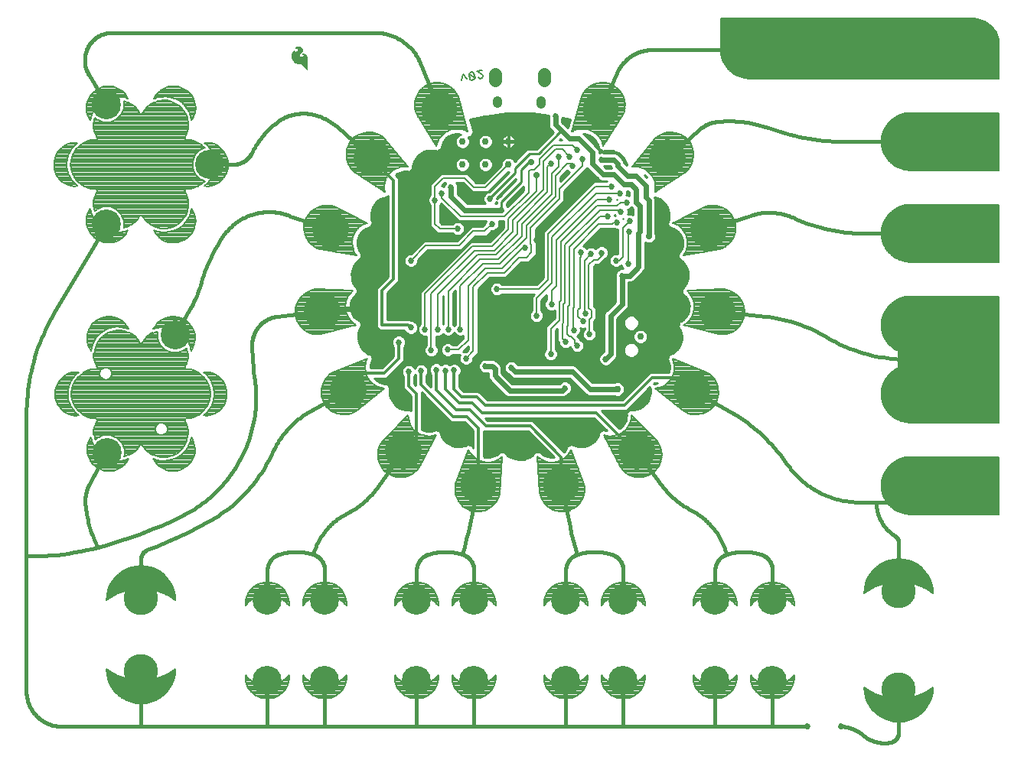
<source format=gbl>
G75*
%MOIN*%
%OFA0B0*%
%FSLAX25Y25*%
%IPPOS*%
%LPD*%
%AMOC8*
5,1,8,0,0,1.08239X$1,22.5*
%
%ADD10C,0.00600*%
%ADD11C,0.16000*%
%ADD12C,0.00800*%
%ADD13C,0.03937*%
%ADD14C,0.05512*%
%ADD15C,0.03000*%
%ADD16C,0.12661*%
%ADD17C,0.15000*%
%ADD18C,0.00500*%
%ADD19C,0.20000*%
%ADD20C,0.00300*%
%ADD21C,0.02700*%
%ADD22C,0.02400*%
%ADD23C,0.01000*%
%ADD24C,0.01600*%
%ADD25C,0.02900*%
%ADD26C,0.01200*%
D10*
X0237127Y0568268D02*
X0237748Y0570727D01*
X0239343Y0568755D01*
X0240846Y0568505D02*
X0240359Y0570721D01*
X0243062Y0568992D01*
X0242575Y0571208D01*
X0241899Y0571640D01*
X0240791Y0571397D01*
X0240359Y0570721D01*
X0240846Y0568505D02*
X0241522Y0568073D01*
X0242630Y0568317D01*
X0243062Y0568992D01*
X0244443Y0569296D02*
X0245119Y0568864D01*
X0246227Y0569108D01*
X0246659Y0569783D01*
X0246537Y0570337D01*
X0243835Y0572066D01*
X0246050Y0572553D01*
D11*
X0227413Y0555422D03*
X0198313Y0534281D03*
X0180337Y0503134D03*
X0176573Y0467362D03*
X0187687Y0433149D03*
X0211755Y0406426D03*
X0244610Y0391796D03*
X0280581Y0391796D03*
X0313436Y0406426D03*
X0337503Y0433149D03*
X0348618Y0467362D03*
X0344853Y0503134D03*
X0326877Y0534281D03*
X0297777Y0555422D03*
D12*
X0289273Y0560244D02*
X0307918Y0560244D01*
X0307809Y0560642D02*
X0308227Y0559123D01*
X0308402Y0557557D01*
X0308329Y0555983D01*
X0308012Y0554440D01*
X0307457Y0552965D01*
X0298894Y0539540D01*
X0298503Y0540946D01*
X0297892Y0542272D01*
X0297078Y0543484D01*
X0296082Y0544550D01*
X0294928Y0545444D01*
X0293646Y0546143D01*
X0292269Y0546628D01*
X0290832Y0546888D01*
X0289373Y0546915D01*
X0287928Y0546709D01*
X0286534Y0546275D01*
X0285227Y0545625D01*
X0289474Y0560972D01*
X0290199Y0562371D01*
X0291133Y0563640D01*
X0292255Y0564746D01*
X0293535Y0565664D01*
X0294944Y0566370D01*
X0296446Y0566847D01*
X0298004Y0567084D01*
X0299579Y0567073D01*
X0301134Y0566817D01*
X0302629Y0566320D01*
X0303999Y0565541D01*
X0305230Y0564557D01*
X0306292Y0563393D01*
X0307158Y0562078D01*
X0307809Y0560642D01*
X0307628Y0561042D02*
X0289510Y0561042D01*
X0289924Y0561841D02*
X0307266Y0561841D01*
X0306788Y0562639D02*
X0290396Y0562639D01*
X0290984Y0563438D02*
X0306251Y0563438D01*
X0305523Y0564236D02*
X0291738Y0564236D01*
X0292657Y0565035D02*
X0304632Y0565035D01*
X0303485Y0565833D02*
X0293873Y0565833D01*
X0295767Y0566632D02*
X0301690Y0566632D01*
X0308138Y0559445D02*
X0289052Y0559445D01*
X0288831Y0558647D02*
X0308280Y0558647D01*
X0308369Y0557848D02*
X0288610Y0557848D01*
X0288389Y0557050D02*
X0308378Y0557050D01*
X0308342Y0556251D02*
X0288168Y0556251D01*
X0287947Y0555453D02*
X0308220Y0555453D01*
X0308056Y0554654D02*
X0287726Y0554654D01*
X0287505Y0553856D02*
X0307792Y0553856D01*
X0307492Y0553057D02*
X0287284Y0553057D01*
X0287063Y0552259D02*
X0307006Y0552259D01*
X0306497Y0551460D02*
X0286842Y0551460D01*
X0286621Y0550662D02*
X0305988Y0550662D01*
X0305479Y0549863D02*
X0286400Y0549863D01*
X0286179Y0549065D02*
X0304969Y0549065D01*
X0304460Y0548266D02*
X0285958Y0548266D01*
X0285737Y0547468D02*
X0303951Y0547468D01*
X0303441Y0546669D02*
X0292042Y0546669D01*
X0294145Y0545870D02*
X0302932Y0545870D01*
X0302423Y0545072D02*
X0295408Y0545072D01*
X0296340Y0544273D02*
X0301913Y0544273D01*
X0301404Y0543475D02*
X0297084Y0543475D01*
X0297621Y0542676D02*
X0300895Y0542676D01*
X0300385Y0541878D02*
X0298074Y0541878D01*
X0298441Y0541079D02*
X0299876Y0541079D01*
X0299367Y0540281D02*
X0298688Y0540281D01*
X0289845Y0533650D02*
X0289845Y0530838D01*
X0279783Y0520775D01*
X0279783Y0516400D01*
X0267283Y0503900D01*
X0267283Y0496869D01*
X0267595Y0496556D01*
X0267595Y0492962D01*
X0265408Y0490775D01*
X0262283Y0490775D01*
X0255720Y0484212D01*
X0248533Y0484212D01*
X0242283Y0477962D01*
X0242283Y0449994D01*
X0239158Y0446869D01*
X0235876Y0450619D02*
X0231189Y0450619D01*
X0235876Y0450619D02*
X0240095Y0454837D01*
X0240095Y0478587D01*
X0247595Y0486087D01*
X0254783Y0486087D01*
X0263814Y0495119D01*
X0264908Y0495119D01*
X0265408Y0499525D02*
X0253845Y0487962D01*
X0246345Y0487962D01*
X0236658Y0478275D01*
X0236658Y0459525D01*
X0231345Y0459525D02*
X0231345Y0476150D01*
X0245158Y0489962D01*
X0253158Y0489962D01*
X0263408Y0500212D01*
X0263408Y0505525D01*
X0276345Y0518462D01*
X0276345Y0527338D01*
X0279470Y0530463D01*
X0279470Y0534838D01*
X0278220Y0537963D02*
X0272908Y0532650D01*
X0272908Y0520462D01*
X0259470Y0507025D01*
X0259470Y0502025D01*
X0251345Y0493900D01*
X0242908Y0493900D01*
X0224001Y0474994D01*
X0224001Y0450462D01*
X0221189Y0459525D02*
X0221189Y0474994D01*
X0241970Y0495775D01*
X0250408Y0495775D01*
X0257595Y0502962D01*
X0257595Y0507650D01*
X0269783Y0519837D01*
X0269783Y0526713D01*
X0268845Y0529213D02*
X0267283Y0529213D01*
X0266345Y0528275D01*
X0266345Y0519150D01*
X0255939Y0508744D01*
X0236751Y0508744D01*
X0228595Y0516900D01*
X0228595Y0518900D01*
X0225595Y0515900D02*
X0225595Y0505587D01*
X0227720Y0503462D01*
X0235595Y0503462D01*
X0242283Y0502337D02*
X0236033Y0496087D01*
X0221658Y0496087D01*
X0215095Y0489525D01*
X0226970Y0474775D02*
X0226970Y0459525D01*
X0226970Y0474775D02*
X0244158Y0491962D01*
X0252158Y0491962D01*
X0261408Y0501212D01*
X0261408Y0506212D01*
X0274626Y0519431D01*
X0274626Y0530306D01*
X0276033Y0531713D01*
X0271095Y0531463D02*
X0268845Y0529213D01*
X0271095Y0531463D02*
X0271095Y0533650D01*
X0277283Y0539838D01*
X0285408Y0539838D01*
X0287595Y0537650D01*
X0284158Y0534838D02*
X0281033Y0537963D01*
X0278220Y0537963D01*
X0283220Y0531713D02*
X0284470Y0531713D01*
X0285408Y0530775D01*
X0283220Y0531713D02*
X0278064Y0526556D01*
X0278064Y0517494D01*
X0265408Y0504837D01*
X0265408Y0499525D01*
X0274783Y0501087D02*
X0295595Y0521900D01*
X0302595Y0521900D01*
X0306095Y0518900D02*
X0295720Y0518900D01*
X0276658Y0499837D01*
X0276658Y0479837D01*
X0269783Y0472962D01*
X0269783Y0465462D01*
X0276345Y0470462D02*
X0276345Y0476400D01*
X0278533Y0478587D01*
X0278533Y0498587D01*
X0296033Y0516087D01*
X0301658Y0516087D01*
X0304939Y0513431D02*
X0296189Y0513431D01*
X0280408Y0497650D01*
X0280408Y0472025D01*
X0279783Y0471400D01*
X0279783Y0463587D01*
X0276033Y0459837D01*
X0276033Y0448744D01*
X0282439Y0454056D02*
X0281033Y0455462D01*
X0281033Y0461712D01*
X0281658Y0462337D01*
X0281658Y0470462D01*
X0282283Y0471087D01*
X0282283Y0496400D01*
X0297439Y0511556D01*
X0305876Y0511556D01*
X0306658Y0510775D01*
X0304939Y0513431D02*
X0306408Y0514900D01*
X0309095Y0514900D01*
X0310408Y0506837D02*
X0307439Y0503869D01*
X0307439Y0491244D01*
X0305720Y0489525D01*
X0304470Y0489525D01*
X0309783Y0487962D02*
X0309783Y0501900D01*
X0310095Y0502212D01*
X0304845Y0506212D02*
X0303658Y0506212D01*
X0302908Y0505462D01*
X0296970Y0505462D01*
X0286033Y0494525D01*
X0286033Y0469212D01*
X0285720Y0468900D01*
X0285720Y0459525D01*
X0286033Y0459212D01*
X0284783Y0456400D02*
X0286345Y0454837D01*
X0286345Y0453587D01*
X0287595Y0452337D01*
X0284783Y0456400D02*
X0284158Y0456400D01*
X0283220Y0457337D01*
X0283220Y0460775D01*
X0283533Y0461087D01*
X0283533Y0469525D01*
X0284158Y0470150D01*
X0284158Y0495462D01*
X0297470Y0508775D01*
X0300783Y0508775D01*
X0298095Y0492900D02*
X0298095Y0491587D01*
X0296345Y0489837D01*
X0294783Y0489837D01*
X0292595Y0487650D01*
X0292595Y0468900D01*
X0293845Y0467650D01*
X0293845Y0464837D01*
X0292908Y0463900D01*
X0292908Y0457337D01*
X0290095Y0462962D02*
X0287908Y0465150D01*
X0287908Y0467962D01*
X0288845Y0468900D01*
X0288845Y0490775D01*
X0289158Y0491087D01*
X0289158Y0492837D01*
X0289283Y0492962D01*
X0290720Y0489525D02*
X0293595Y0492400D01*
X0290720Y0489525D02*
X0290720Y0466712D01*
X0291033Y0466400D01*
X0274783Y0481087D02*
X0270720Y0477025D01*
X0252595Y0477025D01*
X0274783Y0481087D02*
X0274783Y0501087D01*
X0250533Y0505525D02*
X0250345Y0505525D01*
X0247158Y0502337D01*
X0242283Y0502337D01*
X0242595Y0521400D02*
X0238595Y0525400D01*
X0229095Y0525400D01*
X0225595Y0521900D01*
X0225595Y0515900D01*
X0213763Y0530435D02*
X0212305Y0530498D01*
X0210855Y0530327D01*
X0209451Y0529927D01*
X0208129Y0529309D01*
X0206922Y0528488D01*
X0205861Y0527484D01*
X0204974Y0526325D01*
X0204284Y0525039D01*
X0203807Y0523659D01*
X0203556Y0522221D01*
X0203538Y0520761D01*
X0203753Y0519317D01*
X0190469Y0528099D01*
X0189362Y0529221D01*
X0188444Y0530502D01*
X0187738Y0531910D01*
X0187261Y0533412D01*
X0187025Y0534970D01*
X0187035Y0536545D01*
X0187292Y0538100D01*
X0187789Y0539595D01*
X0188513Y0540994D01*
X0189448Y0542263D01*
X0190612Y0543325D01*
X0191928Y0544192D01*
X0193363Y0544842D01*
X0194882Y0545260D01*
X0196448Y0545435D01*
X0198022Y0545363D01*
X0199565Y0545045D01*
X0201040Y0544490D01*
X0202410Y0543712D01*
X0203641Y0542728D01*
X0213763Y0530435D01*
X0213546Y0530699D02*
X0188346Y0530699D01*
X0187945Y0531497D02*
X0212889Y0531497D01*
X0212231Y0532296D02*
X0187616Y0532296D01*
X0187362Y0533094D02*
X0211574Y0533094D01*
X0210916Y0533893D02*
X0187188Y0533893D01*
X0187067Y0534691D02*
X0210259Y0534691D01*
X0209601Y0535490D02*
X0187029Y0535490D01*
X0187034Y0536288D02*
X0208944Y0536288D01*
X0208286Y0537087D02*
X0187125Y0537087D01*
X0187257Y0537885D02*
X0207628Y0537885D01*
X0206971Y0538684D02*
X0187486Y0538684D01*
X0187751Y0539482D02*
X0206313Y0539482D01*
X0205656Y0540281D02*
X0188144Y0540281D01*
X0188576Y0541079D02*
X0204998Y0541079D01*
X0204341Y0541878D02*
X0189164Y0541878D01*
X0189901Y0542676D02*
X0203683Y0542676D01*
X0202706Y0543475D02*
X0190839Y0543475D01*
X0192108Y0544273D02*
X0201421Y0544273D01*
X0199435Y0545072D02*
X0194199Y0545072D01*
X0188875Y0529900D02*
X0209393Y0529900D01*
X0207824Y0529102D02*
X0189480Y0529102D01*
X0190268Y0528303D02*
X0206727Y0528303D01*
X0205883Y0527505D02*
X0191368Y0527505D01*
X0192576Y0526706D02*
X0205266Y0526706D01*
X0204750Y0525908D02*
X0193784Y0525908D01*
X0194992Y0525109D02*
X0204322Y0525109D01*
X0204032Y0524311D02*
X0196200Y0524311D01*
X0197407Y0523512D02*
X0203781Y0523512D01*
X0203642Y0522714D02*
X0198615Y0522714D01*
X0199823Y0521915D02*
X0203552Y0521915D01*
X0203542Y0521117D02*
X0201031Y0521117D01*
X0202239Y0520318D02*
X0203604Y0520318D01*
X0203723Y0519520D02*
X0203447Y0519520D01*
X0196016Y0505904D02*
X0181769Y0513017D01*
X0180244Y0513415D01*
X0178676Y0513569D01*
X0177103Y0513477D01*
X0175564Y0513139D01*
X0174097Y0512564D01*
X0172738Y0511768D01*
X0171520Y0510768D01*
X0170473Y0509590D01*
X0169624Y0508263D01*
X0168992Y0506820D01*
X0168655Y0505281D01*
X0168562Y0503708D01*
X0168716Y0502140D01*
X0169114Y0500615D01*
X0169745Y0499172D01*
X0170595Y0497845D01*
X0171641Y0496667D01*
X0172859Y0495667D01*
X0174219Y0494870D01*
X0175686Y0494296D01*
X0191393Y0491676D01*
X0190610Y0492908D01*
X0190033Y0494249D01*
X0189677Y0495664D01*
X0189551Y0497119D01*
X0189659Y0498575D01*
X0189998Y0499995D01*
X0190558Y0501343D01*
X0191327Y0502584D01*
X0192283Y0503687D01*
X0193403Y0504623D01*
X0194658Y0505368D01*
X0196016Y0505904D01*
X0195935Y0505945D02*
X0168800Y0505945D01*
X0168647Y0505146D02*
X0194285Y0505146D01*
X0193075Y0504348D02*
X0168599Y0504348D01*
X0168577Y0503549D02*
X0192164Y0503549D01*
X0191472Y0502751D02*
X0168656Y0502751D01*
X0168765Y0501952D02*
X0190936Y0501952D01*
X0190480Y0501154D02*
X0168973Y0501154D01*
X0169228Y0500355D02*
X0190148Y0500355D01*
X0189893Y0499557D02*
X0169577Y0499557D01*
X0170010Y0498758D02*
X0189703Y0498758D01*
X0189614Y0497960D02*
X0170521Y0497960D01*
X0171202Y0497161D02*
X0189554Y0497161D01*
X0189616Y0496363D02*
X0172012Y0496363D01*
X0173035Y0495564D02*
X0189702Y0495564D01*
X0189903Y0494766D02*
X0174486Y0494766D01*
X0177656Y0493967D02*
X0190154Y0493967D01*
X0190497Y0493169D02*
X0182444Y0493169D01*
X0187231Y0492370D02*
X0190952Y0492370D01*
X0194336Y0506743D02*
X0168975Y0506743D01*
X0169308Y0507542D02*
X0192736Y0507542D01*
X0191137Y0508340D02*
X0169673Y0508340D01*
X0170184Y0509139D02*
X0189537Y0509139D01*
X0187938Y0509937D02*
X0170782Y0509937D01*
X0171491Y0510736D02*
X0186339Y0510736D01*
X0184739Y0511534D02*
X0172454Y0511534D01*
X0173702Y0512333D02*
X0183140Y0512333D01*
X0181332Y0513132D02*
X0175546Y0513132D01*
X0173860Y0476974D02*
X0189769Y0476271D01*
X0188746Y0475229D01*
X0187903Y0474037D01*
X0187261Y0472726D01*
X0186836Y0471330D01*
X0186638Y0469883D01*
X0186674Y0468424D01*
X0186943Y0466989D01*
X0187436Y0465615D01*
X0188142Y0464338D01*
X0189043Y0463189D01*
X0190116Y0462199D01*
X0191333Y0461392D01*
X0175918Y0457397D01*
X0174344Y0457325D01*
X0172778Y0457500D01*
X0171259Y0457918D01*
X0169823Y0458568D01*
X0168508Y0459435D01*
X0167344Y0460497D01*
X0166360Y0461728D01*
X0165581Y0463097D01*
X0165026Y0464572D01*
X0164709Y0466115D01*
X0164699Y0467691D01*
X0164935Y0469249D01*
X0165412Y0470750D01*
X0166118Y0472159D01*
X0167036Y0473440D01*
X0168143Y0474561D01*
X0169411Y0475496D01*
X0170810Y0476220D01*
X0172306Y0476717D01*
X0173860Y0476974D01*
X0171351Y0476400D02*
X0186847Y0476400D01*
X0188445Y0474803D02*
X0168471Y0474803D01*
X0167593Y0474004D02*
X0187887Y0474004D01*
X0187496Y0473206D02*
X0166868Y0473206D01*
X0166296Y0472407D02*
X0187164Y0472407D01*
X0186920Y0471609D02*
X0165842Y0471609D01*
X0165442Y0470810D02*
X0186765Y0470810D01*
X0186656Y0470012D02*
X0165177Y0470012D01*
X0164930Y0469213D02*
X0186655Y0469213D01*
X0186676Y0468415D02*
X0164808Y0468415D01*
X0164699Y0467616D02*
X0186825Y0467616D01*
X0187004Y0466818D02*
X0164704Y0466818D01*
X0164729Y0466019D02*
X0187291Y0466019D01*
X0187654Y0465221D02*
X0164893Y0465221D01*
X0165083Y0464422D02*
X0188096Y0464422D01*
X0188702Y0463624D02*
X0165383Y0463624D01*
X0165736Y0462825D02*
X0189437Y0462825D01*
X0190375Y0462027D02*
X0166190Y0462027D01*
X0166759Y0461228D02*
X0190700Y0461228D01*
X0187620Y0460430D02*
X0167417Y0460430D01*
X0168292Y0459631D02*
X0184539Y0459631D01*
X0181458Y0458833D02*
X0169422Y0458833D01*
X0171001Y0458034D02*
X0178377Y0458034D01*
X0184447Y0442064D02*
X0195311Y0442064D01*
X0195270Y0442397D02*
X0195449Y0440948D01*
X0195858Y0439546D01*
X0196484Y0438228D01*
X0197313Y0437026D01*
X0198322Y0435972D01*
X0199487Y0435092D01*
X0200777Y0434409D01*
X0202160Y0433940D01*
X0203600Y0433698D01*
X0191143Y0423779D01*
X0189734Y0423073D01*
X0188232Y0422596D01*
X0186674Y0422359D01*
X0185099Y0422370D01*
X0183544Y0422627D01*
X0182049Y0423123D01*
X0180650Y0423848D01*
X0179381Y0424782D01*
X0178274Y0425904D01*
X0177356Y0427184D01*
X0176706Y0428620D01*
X0176289Y0430139D01*
X0176114Y0431705D01*
X0176186Y0433279D01*
X0176503Y0434822D01*
X0177058Y0436297D01*
X0177837Y0437666D01*
X0178820Y0438898D01*
X0179984Y0439960D01*
X0181300Y0440826D01*
X0196119Y0446655D01*
X0195609Y0445287D01*
X0195323Y0443855D01*
X0195270Y0442397D01*
X0195287Y0442863D02*
X0186477Y0442863D01*
X0188507Y0443661D02*
X0195316Y0443661D01*
X0195444Y0444460D02*
X0190538Y0444460D01*
X0192568Y0445258D02*
X0195603Y0445258D01*
X0195896Y0446057D02*
X0194598Y0446057D01*
X0195410Y0441266D02*
X0182416Y0441266D01*
X0180754Y0440467D02*
X0195589Y0440467D01*
X0195822Y0439668D02*
X0179665Y0439668D01*
X0178798Y0438870D02*
X0196179Y0438870D01*
X0196592Y0438071D02*
X0178161Y0438071D01*
X0177613Y0437273D02*
X0197142Y0437273D01*
X0197841Y0436474D02*
X0177159Y0436474D01*
X0176825Y0435676D02*
X0198714Y0435676D01*
X0199892Y0434877D02*
X0176524Y0434877D01*
X0176350Y0434079D02*
X0201751Y0434079D01*
X0203075Y0433280D02*
X0176186Y0433280D01*
X0176149Y0432482D02*
X0202072Y0432482D01*
X0201069Y0431683D02*
X0176116Y0431683D01*
X0176205Y0430885D02*
X0200066Y0430885D01*
X0199064Y0430086D02*
X0176303Y0430086D01*
X0176523Y0429288D02*
X0198061Y0429288D01*
X0197058Y0428489D02*
X0176765Y0428489D01*
X0177127Y0427691D02*
X0196055Y0427691D01*
X0195053Y0426892D02*
X0177566Y0426892D01*
X0178138Y0426094D02*
X0194050Y0426094D01*
X0193047Y0425295D02*
X0178875Y0425295D01*
X0179769Y0424497D02*
X0192044Y0424497D01*
X0190982Y0423698D02*
X0180939Y0423698D01*
X0182722Y0422900D02*
X0189190Y0422900D01*
X0202797Y0410841D02*
X0213964Y0422193D01*
X0214054Y0420736D01*
X0214376Y0419312D01*
X0214920Y0417958D01*
X0215673Y0416707D01*
X0216616Y0415593D01*
X0217725Y0414643D01*
X0218971Y0413882D01*
X0220322Y0413330D01*
X0221744Y0413000D01*
X0223200Y0412901D01*
X0224654Y0413035D01*
X0226068Y0413400D01*
X0218722Y0399271D01*
X0217723Y0398053D01*
X0216545Y0397006D01*
X0215218Y0396157D01*
X0213774Y0395525D01*
X0212249Y0395128D01*
X0210681Y0394973D01*
X0209108Y0395066D01*
X0207569Y0395404D01*
X0206102Y0395978D01*
X0204743Y0396775D01*
X0203565Y0397821D01*
X0202565Y0399039D01*
X0201769Y0400399D01*
X0201195Y0401866D01*
X0200857Y0403405D01*
X0200764Y0404978D01*
X0200918Y0406546D01*
X0201316Y0408070D01*
X0201947Y0409514D01*
X0202797Y0410841D01*
X0202876Y0410922D02*
X0224780Y0410922D01*
X0225195Y0411721D02*
X0203662Y0411721D01*
X0204447Y0412519D02*
X0225610Y0412519D01*
X0225750Y0413318D02*
X0226025Y0413318D01*
X0224365Y0410124D02*
X0202337Y0410124D01*
X0201865Y0409325D02*
X0223949Y0409325D01*
X0223534Y0408527D02*
X0201515Y0408527D01*
X0201227Y0407728D02*
X0223119Y0407728D01*
X0222704Y0406930D02*
X0201018Y0406930D01*
X0200877Y0406131D02*
X0222289Y0406131D01*
X0221874Y0405332D02*
X0200799Y0405332D01*
X0200790Y0404534D02*
X0221459Y0404534D01*
X0221043Y0403735D02*
X0200837Y0403735D01*
X0200959Y0402937D02*
X0220628Y0402937D01*
X0220213Y0402138D02*
X0201135Y0402138D01*
X0201400Y0401340D02*
X0219798Y0401340D01*
X0219383Y0400541D02*
X0201713Y0400541D01*
X0202153Y0399743D02*
X0218968Y0399743D01*
X0218454Y0398944D02*
X0202643Y0398944D01*
X0203299Y0398146D02*
X0217799Y0398146D01*
X0216929Y0397347D02*
X0204098Y0397347D01*
X0205128Y0396549D02*
X0215830Y0396549D01*
X0214288Y0395750D02*
X0206684Y0395750D01*
X0205233Y0413318D02*
X0220374Y0413318D01*
X0218588Y0414116D02*
X0206018Y0414116D01*
X0206804Y0414915D02*
X0217408Y0414915D01*
X0216515Y0415713D02*
X0207589Y0415713D01*
X0208375Y0416512D02*
X0215839Y0416512D01*
X0215310Y0417310D02*
X0209161Y0417310D01*
X0209946Y0418109D02*
X0214859Y0418109D01*
X0214539Y0418907D02*
X0210732Y0418907D01*
X0211517Y0419706D02*
X0214287Y0419706D01*
X0214107Y0420504D02*
X0212303Y0420504D01*
X0213088Y0421303D02*
X0214019Y0421303D01*
X0213970Y0422101D02*
X0213874Y0422101D01*
X0236862Y0398146D02*
X0254495Y0398146D01*
X0254543Y0398944D02*
X0237161Y0398944D01*
X0237460Y0399743D02*
X0254591Y0399743D01*
X0254640Y0400541D02*
X0237759Y0400541D01*
X0238058Y0401340D02*
X0254688Y0401340D01*
X0254737Y0402138D02*
X0251810Y0402138D01*
X0252432Y0402366D02*
X0253706Y0403080D01*
X0254849Y0403988D01*
X0253885Y0388093D01*
X0253467Y0386574D01*
X0252817Y0385139D01*
X0251950Y0383823D01*
X0250888Y0382659D01*
X0249657Y0381676D01*
X0248287Y0380897D01*
X0246813Y0380342D01*
X0245269Y0380024D01*
X0243695Y0379952D01*
X0242129Y0380127D01*
X0240628Y0380604D01*
X0239219Y0381310D01*
X0237939Y0382228D01*
X0236817Y0383335D01*
X0235883Y0384604D01*
X0235158Y0386003D01*
X0234661Y0387498D01*
X0234405Y0389053D01*
X0234394Y0390628D01*
X0234630Y0392186D01*
X0240215Y0407099D01*
X0240890Y0405804D01*
X0241763Y0404634D01*
X0242811Y0403618D01*
X0244008Y0402782D01*
X0245322Y0402148D01*
X0246722Y0401731D01*
X0248169Y0401543D01*
X0249628Y0401587D01*
X0251062Y0401864D01*
X0252432Y0402366D01*
X0253450Y0402937D02*
X0254785Y0402937D01*
X0254833Y0403735D02*
X0254530Y0403735D01*
X0254446Y0397347D02*
X0236563Y0397347D01*
X0236264Y0396549D02*
X0254398Y0396549D01*
X0254349Y0395750D02*
X0235965Y0395750D01*
X0235666Y0394952D02*
X0254301Y0394952D01*
X0254253Y0394153D02*
X0235367Y0394153D01*
X0235068Y0393355D02*
X0254204Y0393355D01*
X0254156Y0392556D02*
X0234769Y0392556D01*
X0234565Y0391758D02*
X0254107Y0391758D01*
X0254059Y0390959D02*
X0234444Y0390959D01*
X0234397Y0390161D02*
X0254010Y0390161D01*
X0253962Y0389362D02*
X0234403Y0389362D01*
X0234485Y0388564D02*
X0253914Y0388564D01*
X0253795Y0387765D02*
X0234617Y0387765D01*
X0234838Y0386967D02*
X0253575Y0386967D01*
X0253283Y0386168D02*
X0235103Y0386168D01*
X0235486Y0385370D02*
X0252922Y0385370D01*
X0252443Y0384571D02*
X0235907Y0384571D01*
X0236495Y0383773D02*
X0251904Y0383773D01*
X0251176Y0382974D02*
X0237183Y0382974D01*
X0238012Y0382176D02*
X0250283Y0382176D01*
X0249132Y0381377D02*
X0239126Y0381377D01*
X0240708Y0380579D02*
X0247442Y0380579D01*
X0245354Y0402138D02*
X0238357Y0402138D01*
X0238656Y0402937D02*
X0243786Y0402937D01*
X0242690Y0403735D02*
X0238956Y0403735D01*
X0239255Y0404534D02*
X0241866Y0404534D01*
X0241242Y0405332D02*
X0239554Y0405332D01*
X0239853Y0406131D02*
X0240720Y0406131D01*
X0240303Y0406930D02*
X0240152Y0406930D01*
X0270341Y0403988D02*
X0271305Y0388093D01*
X0271723Y0386574D01*
X0272373Y0385139D01*
X0273240Y0383823D01*
X0274302Y0382659D01*
X0275533Y0381676D01*
X0276903Y0380897D01*
X0278378Y0380342D01*
X0279921Y0380024D01*
X0281495Y0379952D01*
X0283061Y0380127D01*
X0284562Y0380604D01*
X0285971Y0381310D01*
X0287252Y0382228D01*
X0288373Y0383335D01*
X0289308Y0384603D01*
X0290032Y0386003D01*
X0290529Y0387498D01*
X0290786Y0389053D01*
X0290796Y0390628D01*
X0290560Y0392186D01*
X0284975Y0407099D01*
X0284300Y0405804D01*
X0283427Y0404634D01*
X0282379Y0403618D01*
X0281183Y0402782D01*
X0279868Y0402148D01*
X0278469Y0401731D01*
X0277021Y0401543D01*
X0275562Y0401587D01*
X0274129Y0401864D01*
X0272758Y0402366D01*
X0271485Y0403080D01*
X0270341Y0403988D01*
X0270357Y0403735D02*
X0270660Y0403735D01*
X0270405Y0402937D02*
X0271740Y0402937D01*
X0270454Y0402138D02*
X0273380Y0402138D01*
X0270502Y0401340D02*
X0287132Y0401340D01*
X0286833Y0402138D02*
X0279837Y0402138D01*
X0281404Y0402937D02*
X0286534Y0402937D01*
X0286235Y0403735D02*
X0282500Y0403735D01*
X0283324Y0404534D02*
X0285936Y0404534D01*
X0285637Y0405332D02*
X0283948Y0405332D01*
X0284471Y0406131D02*
X0285338Y0406131D01*
X0285039Y0406930D02*
X0284887Y0406930D01*
X0287431Y0400541D02*
X0270550Y0400541D01*
X0270599Y0399743D02*
X0287730Y0399743D01*
X0288029Y0398944D02*
X0270647Y0398944D01*
X0270696Y0398146D02*
X0288328Y0398146D01*
X0288627Y0397347D02*
X0270744Y0397347D01*
X0270793Y0396549D02*
X0288926Y0396549D01*
X0289225Y0395750D02*
X0270841Y0395750D01*
X0270889Y0394952D02*
X0289524Y0394952D01*
X0289823Y0394153D02*
X0270938Y0394153D01*
X0270986Y0393355D02*
X0290122Y0393355D01*
X0290421Y0392556D02*
X0271035Y0392556D01*
X0271083Y0391758D02*
X0290625Y0391758D01*
X0290746Y0390959D02*
X0271131Y0390959D01*
X0271180Y0390161D02*
X0290793Y0390161D01*
X0290788Y0389362D02*
X0271228Y0389362D01*
X0271277Y0388564D02*
X0290705Y0388564D01*
X0290573Y0387765D02*
X0271395Y0387765D01*
X0271615Y0386967D02*
X0290353Y0386967D01*
X0290087Y0386168D02*
X0271907Y0386168D01*
X0272269Y0385370D02*
X0289705Y0385370D01*
X0289284Y0384571D02*
X0272747Y0384571D01*
X0273286Y0383773D02*
X0288696Y0383773D01*
X0288008Y0382974D02*
X0274015Y0382974D01*
X0274908Y0382176D02*
X0287179Y0382176D01*
X0286064Y0381377D02*
X0276058Y0381377D01*
X0277749Y0380579D02*
X0284482Y0380579D01*
X0306736Y0398944D02*
X0322547Y0398944D01*
X0322625Y0399039D02*
X0321625Y0397821D01*
X0320447Y0396775D01*
X0319088Y0395978D01*
X0317621Y0395404D01*
X0316082Y0395066D01*
X0314509Y0394973D01*
X0312941Y0395128D01*
X0311416Y0395526D01*
X0309973Y0396157D01*
X0308646Y0397006D01*
X0307468Y0398053D01*
X0306468Y0399271D01*
X0299123Y0413400D01*
X0300536Y0413035D01*
X0301990Y0412901D01*
X0303446Y0413000D01*
X0304868Y0413330D01*
X0306219Y0413882D01*
X0307465Y0414643D01*
X0308574Y0415593D01*
X0309517Y0416707D01*
X0310270Y0417958D01*
X0310814Y0419312D01*
X0311136Y0420736D01*
X0311226Y0422193D01*
X0322394Y0410841D01*
X0323243Y0409514D01*
X0323874Y0408071D01*
X0324272Y0406546D01*
X0324426Y0404978D01*
X0324334Y0403405D01*
X0323996Y0401866D01*
X0323422Y0400399D01*
X0322625Y0399039D01*
X0323037Y0399743D02*
X0306223Y0399743D01*
X0305807Y0400541D02*
X0323478Y0400541D01*
X0323790Y0401340D02*
X0305392Y0401340D01*
X0304977Y0402138D02*
X0324056Y0402138D01*
X0324231Y0402937D02*
X0304562Y0402937D01*
X0304147Y0403735D02*
X0324353Y0403735D01*
X0324400Y0404534D02*
X0303732Y0404534D01*
X0303317Y0405332D02*
X0324392Y0405332D01*
X0324313Y0406131D02*
X0302901Y0406131D01*
X0302486Y0406930D02*
X0324172Y0406930D01*
X0323964Y0407728D02*
X0302071Y0407728D01*
X0301656Y0408527D02*
X0323675Y0408527D01*
X0323326Y0409325D02*
X0301241Y0409325D01*
X0300826Y0410124D02*
X0322853Y0410124D01*
X0322314Y0410922D02*
X0300411Y0410922D01*
X0299995Y0411721D02*
X0321528Y0411721D01*
X0320743Y0412519D02*
X0299580Y0412519D01*
X0299440Y0413318D02*
X0299165Y0413318D01*
X0304816Y0413318D02*
X0319957Y0413318D01*
X0319172Y0414116D02*
X0306602Y0414116D01*
X0307782Y0414915D02*
X0318386Y0414915D01*
X0317601Y0415713D02*
X0308676Y0415713D01*
X0309351Y0416512D02*
X0316815Y0416512D01*
X0316030Y0417310D02*
X0309880Y0417310D01*
X0310331Y0418109D02*
X0315244Y0418109D01*
X0314459Y0418907D02*
X0310652Y0418907D01*
X0310903Y0419706D02*
X0313673Y0419706D01*
X0312888Y0420504D02*
X0311083Y0420504D01*
X0311171Y0421303D02*
X0312102Y0421303D01*
X0311316Y0422101D02*
X0311220Y0422101D01*
X0321591Y0433698D02*
X0334048Y0423779D01*
X0335456Y0423073D01*
X0336958Y0422596D01*
X0338516Y0422360D01*
X0340091Y0422370D01*
X0341646Y0422627D01*
X0343141Y0423123D01*
X0344540Y0423848D01*
X0345809Y0424782D01*
X0346916Y0425904D01*
X0347834Y0427184D01*
X0348484Y0428620D01*
X0348902Y0430139D01*
X0349077Y0431705D01*
X0349005Y0433279D01*
X0348687Y0434822D01*
X0348132Y0436297D01*
X0347353Y0437667D01*
X0346370Y0438898D01*
X0345206Y0439960D01*
X0343890Y0440826D01*
X0329071Y0446655D01*
X0329581Y0445287D01*
X0329867Y0443855D01*
X0329920Y0442397D01*
X0329741Y0440948D01*
X0329333Y0439546D01*
X0328706Y0438228D01*
X0327878Y0437026D01*
X0326868Y0435972D01*
X0325703Y0435092D01*
X0324413Y0434409D01*
X0323030Y0433940D01*
X0321591Y0433698D01*
X0322116Y0433280D02*
X0349004Y0433280D01*
X0349041Y0432482D02*
X0323118Y0432482D01*
X0324121Y0431683D02*
X0349074Y0431683D01*
X0348985Y0430885D02*
X0325124Y0430885D01*
X0326127Y0430086D02*
X0348887Y0430086D01*
X0348668Y0429288D02*
X0327129Y0429288D01*
X0328132Y0428489D02*
X0348425Y0428489D01*
X0348063Y0427691D02*
X0329135Y0427691D01*
X0330138Y0426892D02*
X0347624Y0426892D01*
X0347052Y0426094D02*
X0331140Y0426094D01*
X0332143Y0425295D02*
X0346315Y0425295D01*
X0345421Y0424497D02*
X0333146Y0424497D01*
X0334208Y0423698D02*
X0344251Y0423698D01*
X0342468Y0422900D02*
X0336001Y0422900D01*
X0326476Y0435676D02*
X0348366Y0435676D01*
X0348666Y0434877D02*
X0325298Y0434877D01*
X0323439Y0434079D02*
X0348840Y0434079D01*
X0348031Y0436474D02*
X0327349Y0436474D01*
X0328048Y0437273D02*
X0347577Y0437273D01*
X0347030Y0438071D02*
X0328598Y0438071D01*
X0329011Y0438870D02*
X0346392Y0438870D01*
X0345525Y0439668D02*
X0329368Y0439668D01*
X0329601Y0440467D02*
X0344436Y0440467D01*
X0342774Y0441266D02*
X0329780Y0441266D01*
X0329879Y0442064D02*
X0340744Y0442064D01*
X0338713Y0442863D02*
X0329903Y0442863D01*
X0329874Y0443661D02*
X0336683Y0443661D01*
X0334653Y0444460D02*
X0329746Y0444460D01*
X0329587Y0445258D02*
X0332622Y0445258D01*
X0330592Y0446057D02*
X0329294Y0446057D01*
X0340651Y0459631D02*
X0356898Y0459631D01*
X0356682Y0459435D02*
X0355367Y0458568D01*
X0353932Y0457918D01*
X0352412Y0457500D01*
X0350846Y0457325D01*
X0349272Y0457397D01*
X0333858Y0461392D01*
X0335074Y0462199D01*
X0336147Y0463189D01*
X0337048Y0464338D01*
X0337754Y0465615D01*
X0338248Y0466989D01*
X0338516Y0468424D01*
X0338552Y0469883D01*
X0338355Y0471330D01*
X0337930Y0472726D01*
X0337287Y0474037D01*
X0336444Y0475229D01*
X0335421Y0476271D01*
X0351330Y0476974D01*
X0352885Y0476717D01*
X0354380Y0476220D01*
X0355779Y0475496D01*
X0357048Y0474561D01*
X0358155Y0473440D01*
X0359072Y0472159D01*
X0359778Y0470751D01*
X0360255Y0469249D01*
X0360492Y0467691D01*
X0360481Y0466115D01*
X0360164Y0464572D01*
X0359609Y0463097D01*
X0358830Y0461728D01*
X0357846Y0460497D01*
X0356682Y0459435D01*
X0355768Y0458833D02*
X0343732Y0458833D01*
X0346813Y0458034D02*
X0354189Y0458034D01*
X0357773Y0460430D02*
X0337571Y0460430D01*
X0335753Y0462825D02*
X0359454Y0462825D01*
X0359807Y0463624D02*
X0336488Y0463624D01*
X0337095Y0464422D02*
X0360108Y0464422D01*
X0360297Y0465221D02*
X0337536Y0465221D01*
X0337899Y0466019D02*
X0360462Y0466019D01*
X0360486Y0466818D02*
X0338186Y0466818D01*
X0338365Y0467616D02*
X0360491Y0467616D01*
X0360382Y0468415D02*
X0338514Y0468415D01*
X0338535Y0469213D02*
X0360261Y0469213D01*
X0360013Y0470012D02*
X0338534Y0470012D01*
X0338426Y0470810D02*
X0359748Y0470810D01*
X0359348Y0471609D02*
X0338270Y0471609D01*
X0338027Y0472407D02*
X0358894Y0472407D01*
X0358322Y0473206D02*
X0337694Y0473206D01*
X0337303Y0474004D02*
X0357597Y0474004D01*
X0356720Y0474803D02*
X0336745Y0474803D01*
X0336078Y0475601D02*
X0355575Y0475601D01*
X0353840Y0476400D02*
X0338344Y0476400D01*
X0334815Y0462027D02*
X0359000Y0462027D01*
X0358431Y0461228D02*
X0334490Y0461228D01*
X0333797Y0491676D02*
X0349504Y0494296D01*
X0350972Y0494870D01*
X0352331Y0495667D01*
X0353549Y0496667D01*
X0354595Y0497845D01*
X0355445Y0499172D01*
X0356076Y0500615D01*
X0356474Y0502140D01*
X0356628Y0503708D01*
X0356536Y0505281D01*
X0356198Y0506820D01*
X0355567Y0508263D01*
X0354717Y0509590D01*
X0353671Y0510768D01*
X0352453Y0511768D01*
X0351093Y0512565D01*
X0349626Y0513139D01*
X0348087Y0513477D01*
X0346514Y0513570D01*
X0344946Y0513415D01*
X0343421Y0513017D01*
X0329174Y0505904D01*
X0330532Y0505368D01*
X0331787Y0504623D01*
X0332907Y0503687D01*
X0333863Y0502584D01*
X0334632Y0501343D01*
X0335193Y0499995D01*
X0335531Y0498575D01*
X0335639Y0497119D01*
X0335513Y0495664D01*
X0335158Y0494249D01*
X0334581Y0492908D01*
X0333797Y0491676D01*
X0334239Y0492370D02*
X0337959Y0492370D01*
X0335036Y0493967D02*
X0347534Y0493967D01*
X0350705Y0494766D02*
X0335288Y0494766D01*
X0335488Y0495564D02*
X0352155Y0495564D01*
X0353178Y0496363D02*
X0335574Y0496363D01*
X0335636Y0497161D02*
X0353988Y0497161D01*
X0354669Y0497960D02*
X0335577Y0497960D01*
X0335487Y0498758D02*
X0355180Y0498758D01*
X0355613Y0499557D02*
X0335297Y0499557D01*
X0335042Y0500355D02*
X0355962Y0500355D01*
X0356217Y0501154D02*
X0334710Y0501154D01*
X0334254Y0501952D02*
X0356425Y0501952D01*
X0356534Y0502751D02*
X0333718Y0502751D01*
X0333026Y0503549D02*
X0356613Y0503549D01*
X0356591Y0504348D02*
X0332116Y0504348D01*
X0330906Y0505146D02*
X0356544Y0505146D01*
X0356390Y0505945D02*
X0329255Y0505945D01*
X0330855Y0506743D02*
X0356215Y0506743D01*
X0355882Y0507542D02*
X0332454Y0507542D01*
X0334053Y0508340D02*
X0355517Y0508340D01*
X0355006Y0509139D02*
X0335653Y0509139D01*
X0337252Y0509937D02*
X0354409Y0509937D01*
X0353699Y0510736D02*
X0338852Y0510736D01*
X0340451Y0511534D02*
X0352737Y0511534D01*
X0351488Y0512333D02*
X0342050Y0512333D01*
X0343859Y0513132D02*
X0349645Y0513132D01*
X0342747Y0493169D02*
X0334693Y0493169D01*
X0321438Y0519317D02*
X0334721Y0528099D01*
X0335828Y0529221D01*
X0336746Y0530502D01*
X0337452Y0531910D01*
X0337929Y0533412D01*
X0338165Y0534970D01*
X0338155Y0536545D01*
X0337898Y0538100D01*
X0337401Y0539595D01*
X0336677Y0540994D01*
X0335742Y0542263D01*
X0334578Y0543325D01*
X0333263Y0544192D01*
X0331827Y0544842D01*
X0330308Y0545260D01*
X0328742Y0545435D01*
X0327168Y0545363D01*
X0325625Y0545045D01*
X0324150Y0544490D01*
X0322781Y0543712D01*
X0321550Y0542728D01*
X0311427Y0530435D01*
X0312886Y0530498D01*
X0314335Y0530327D01*
X0315739Y0529927D01*
X0317062Y0529309D01*
X0318268Y0528488D01*
X0319329Y0527484D01*
X0320216Y0526325D01*
X0320907Y0525039D01*
X0321383Y0523659D01*
X0321634Y0522221D01*
X0321652Y0520761D01*
X0321438Y0519317D01*
X0321468Y0519520D02*
X0321744Y0519520D01*
X0321586Y0520318D02*
X0322952Y0520318D01*
X0324159Y0521117D02*
X0321648Y0521117D01*
X0321638Y0521915D02*
X0325367Y0521915D01*
X0326575Y0522714D02*
X0321548Y0522714D01*
X0321409Y0523512D02*
X0327783Y0523512D01*
X0328991Y0524311D02*
X0321158Y0524311D01*
X0320869Y0525109D02*
X0330199Y0525109D01*
X0331406Y0525908D02*
X0320440Y0525908D01*
X0319924Y0526706D02*
X0332614Y0526706D01*
X0333822Y0527505D02*
X0319307Y0527505D01*
X0318463Y0528303D02*
X0334923Y0528303D01*
X0335711Y0529102D02*
X0317366Y0529102D01*
X0315797Y0529900D02*
X0336315Y0529900D01*
X0336845Y0530699D02*
X0311644Y0530699D01*
X0312302Y0531497D02*
X0337245Y0531497D01*
X0337574Y0532296D02*
X0312959Y0532296D01*
X0313617Y0533094D02*
X0337828Y0533094D01*
X0338002Y0533893D02*
X0314274Y0533893D01*
X0314932Y0534691D02*
X0338123Y0534691D01*
X0338162Y0535490D02*
X0315589Y0535490D01*
X0316247Y0536288D02*
X0338156Y0536288D01*
X0338065Y0537087D02*
X0316904Y0537087D01*
X0317562Y0537885D02*
X0337933Y0537885D01*
X0337704Y0538684D02*
X0318219Y0538684D01*
X0318877Y0539482D02*
X0337439Y0539482D01*
X0337046Y0540281D02*
X0319534Y0540281D01*
X0320192Y0541079D02*
X0336614Y0541079D01*
X0336026Y0541878D02*
X0320849Y0541878D01*
X0321507Y0542676D02*
X0335289Y0542676D01*
X0334351Y0543475D02*
X0322484Y0543475D01*
X0323769Y0544273D02*
X0333083Y0544273D01*
X0330992Y0545072D02*
X0325754Y0545072D01*
X0287800Y0546669D02*
X0285516Y0546669D01*
X0285721Y0545870D02*
X0285295Y0545870D01*
X0257595Y0531400D02*
X0247595Y0521400D01*
X0242595Y0521400D01*
X0227569Y0542676D02*
X0224296Y0542676D01*
X0224805Y0541878D02*
X0227116Y0541878D01*
X0227298Y0542272D02*
X0226687Y0540946D01*
X0226296Y0539540D01*
X0217733Y0552965D01*
X0217178Y0554440D01*
X0216861Y0555983D01*
X0216789Y0557557D01*
X0216964Y0559123D01*
X0217381Y0560642D01*
X0218032Y0562078D01*
X0218899Y0563393D01*
X0219961Y0564557D01*
X0221191Y0565541D01*
X0222561Y0566320D01*
X0224056Y0566817D01*
X0225611Y0567073D01*
X0227187Y0567083D01*
X0228744Y0566847D01*
X0230246Y0566370D01*
X0231655Y0565664D01*
X0232936Y0564746D01*
X0234057Y0563640D01*
X0234992Y0562371D01*
X0235716Y0560972D01*
X0239964Y0545625D01*
X0238657Y0546275D01*
X0237263Y0546709D01*
X0235817Y0546915D01*
X0234358Y0546888D01*
X0232921Y0546628D01*
X0231545Y0546143D01*
X0230263Y0545444D01*
X0229109Y0544550D01*
X0228112Y0543484D01*
X0227298Y0542272D01*
X0226749Y0541079D02*
X0225314Y0541079D01*
X0225823Y0540281D02*
X0226502Y0540281D01*
X0228106Y0543475D02*
X0223786Y0543475D01*
X0223277Y0544273D02*
X0228850Y0544273D01*
X0229782Y0545072D02*
X0222768Y0545072D01*
X0222258Y0545870D02*
X0231045Y0545870D01*
X0233148Y0546669D02*
X0221749Y0546669D01*
X0221240Y0547468D02*
X0239454Y0547468D01*
X0239233Y0548266D02*
X0220730Y0548266D01*
X0220221Y0549065D02*
X0239012Y0549065D01*
X0238791Y0549863D02*
X0219712Y0549863D01*
X0219202Y0550662D02*
X0238570Y0550662D01*
X0238349Y0551460D02*
X0218693Y0551460D01*
X0218184Y0552259D02*
X0238128Y0552259D01*
X0237907Y0553057D02*
X0217698Y0553057D01*
X0217398Y0553856D02*
X0237686Y0553856D01*
X0237465Y0554654D02*
X0217134Y0554654D01*
X0216970Y0555453D02*
X0237244Y0555453D01*
X0237023Y0556251D02*
X0216848Y0556251D01*
X0216812Y0557050D02*
X0236802Y0557050D01*
X0236581Y0557848D02*
X0216821Y0557848D01*
X0216910Y0558647D02*
X0236360Y0558647D01*
X0236139Y0559445D02*
X0217052Y0559445D01*
X0217272Y0560244D02*
X0235918Y0560244D01*
X0235680Y0561042D02*
X0217563Y0561042D01*
X0217924Y0561841D02*
X0235266Y0561841D01*
X0234794Y0562639D02*
X0218402Y0562639D01*
X0218939Y0563438D02*
X0234206Y0563438D01*
X0233452Y0564236D02*
X0219667Y0564236D01*
X0220558Y0565035D02*
X0232533Y0565035D01*
X0231317Y0565833D02*
X0221705Y0565833D01*
X0223500Y0566632D02*
X0229423Y0566632D01*
X0237390Y0546669D02*
X0239674Y0546669D01*
X0239469Y0545870D02*
X0239895Y0545870D01*
X0189112Y0475601D02*
X0169615Y0475601D01*
X0132507Y0437918D02*
X0133396Y0436800D01*
X0134104Y0435558D01*
X0134614Y0434224D01*
X0134914Y0432827D01*
X0134997Y0431400D01*
X0134914Y0429973D01*
X0134614Y0428576D01*
X0134104Y0427242D01*
X0133396Y0426000D01*
X0132507Y0424882D01*
X0131457Y0423913D01*
X0130271Y0423116D01*
X0128977Y0422509D01*
X0127606Y0422107D01*
X0126189Y0421920D01*
X0124760Y0421951D01*
X0126032Y0423055D01*
X0127134Y0424328D01*
X0128043Y0425745D01*
X0128742Y0427276D01*
X0129216Y0428892D01*
X0129455Y0430558D01*
X0129455Y0432242D01*
X0129216Y0433908D01*
X0128742Y0435524D01*
X0128043Y0437055D01*
X0127134Y0438472D01*
X0126032Y0439745D01*
X0124760Y0440849D01*
X0126189Y0440880D01*
X0127606Y0440693D01*
X0128977Y0440291D01*
X0130271Y0439684D01*
X0131457Y0438887D01*
X0132507Y0437918D01*
X0132340Y0438071D02*
X0127391Y0438071D01*
X0127903Y0437273D02*
X0133020Y0437273D01*
X0133581Y0436474D02*
X0128308Y0436474D01*
X0128672Y0435676D02*
X0134037Y0435676D01*
X0134364Y0434877D02*
X0128931Y0434877D01*
X0129165Y0434079D02*
X0134645Y0434079D01*
X0134816Y0433280D02*
X0129306Y0433280D01*
X0129420Y0432482D02*
X0134934Y0432482D01*
X0134980Y0431683D02*
X0129455Y0431683D01*
X0129455Y0430885D02*
X0134967Y0430885D01*
X0134920Y0430086D02*
X0129387Y0430086D01*
X0129272Y0429288D02*
X0134767Y0429288D01*
X0134581Y0428489D02*
X0129097Y0428489D01*
X0128863Y0427691D02*
X0134276Y0427691D01*
X0133905Y0426892D02*
X0128566Y0426892D01*
X0128202Y0426094D02*
X0133449Y0426094D01*
X0132835Y0425295D02*
X0127754Y0425295D01*
X0127242Y0424497D02*
X0132089Y0424497D01*
X0131137Y0423698D02*
X0126589Y0423698D01*
X0125853Y0422900D02*
X0129811Y0422900D01*
X0127561Y0422101D02*
X0124933Y0422101D01*
X0123682Y0423134D02*
X0123211Y0422725D01*
X0123208Y0422680D01*
X0123175Y0422649D01*
X0123168Y0422330D01*
X0121958Y0421669D01*
X0120528Y0421135D01*
X0119036Y0420811D01*
X0117705Y0420716D01*
X0117634Y0420757D01*
X0117547Y0420735D01*
X0117462Y0420764D01*
X0117303Y0420687D01*
X0117126Y0420674D01*
X0117072Y0420612D01*
X0116993Y0420592D01*
X0116947Y0420514D01*
X0116866Y0420475D01*
X0116808Y0420307D01*
X0116692Y0420173D01*
X0116698Y0420091D01*
X0116656Y0420021D01*
X0116679Y0419934D01*
X0116649Y0419848D01*
X0116727Y0419689D01*
X0116739Y0419512D01*
X0116802Y0419459D01*
X0116822Y0419379D01*
X0116900Y0419333D01*
X0117486Y0418126D01*
X0117951Y0416672D01*
X0118204Y0415167D01*
X0118237Y0413769D01*
X0117964Y0413603D01*
X0117953Y0413560D01*
X0117916Y0413534D01*
X0117797Y0412922D01*
X0117649Y0412316D01*
X0117673Y0412277D01*
X0117492Y0411343D01*
X0117015Y0409969D01*
X0116347Y0408676D01*
X0115503Y0407491D01*
X0114499Y0406438D01*
X0113355Y0405539D01*
X0112095Y0404812D01*
X0110744Y0404271D01*
X0109331Y0403927D01*
X0107882Y0403788D01*
X0106429Y0403857D01*
X0105000Y0404131D01*
X0104101Y0404442D01*
X0104079Y0404481D01*
X0103480Y0404656D01*
X0102890Y0404859D01*
X0102850Y0404840D01*
X0102807Y0404852D01*
X0102543Y0404708D01*
X0101349Y0405436D01*
X0100172Y0406408D01*
X0099145Y0407537D01*
X0098395Y0408645D01*
X0098395Y0408731D01*
X0098334Y0408792D01*
X0098318Y0408877D01*
X0098171Y0408976D01*
X0098072Y0409123D01*
X0097987Y0409139D01*
X0097927Y0409200D01*
X0097840Y0409200D01*
X0097769Y0409248D01*
X0097595Y0409215D01*
X0097421Y0409248D01*
X0097350Y0409200D01*
X0097264Y0409200D01*
X0097203Y0409139D01*
X0097118Y0409123D01*
X0097019Y0408976D01*
X0096872Y0408877D01*
X0096856Y0408792D01*
X0096795Y0408731D01*
X0096795Y0408645D01*
X0096045Y0407537D01*
X0095018Y0406408D01*
X0093841Y0405436D01*
X0092647Y0404708D01*
X0092384Y0404852D01*
X0092340Y0404840D01*
X0092300Y0404859D01*
X0091710Y0404656D01*
X0091111Y0404481D01*
X0091089Y0404442D01*
X0090304Y0404170D01*
X0090362Y0404311D01*
X0090362Y0407307D01*
X0089216Y0410075D01*
X0087097Y0412194D01*
X0084329Y0413340D01*
X0081333Y0413340D01*
X0078566Y0412194D01*
X0077703Y0411331D01*
X0077699Y0411343D01*
X0077518Y0412277D01*
X0077541Y0412316D01*
X0077393Y0412922D01*
X0077274Y0413534D01*
X0077237Y0413560D01*
X0077226Y0413603D01*
X0076953Y0413769D01*
X0076986Y0415167D01*
X0077239Y0416672D01*
X0077704Y0418126D01*
X0078291Y0419333D01*
X0078368Y0419379D01*
X0078389Y0419459D01*
X0078451Y0419512D01*
X0078463Y0419689D01*
X0078541Y0419848D01*
X0078511Y0419934D01*
X0078534Y0420021D01*
X0078492Y0420091D01*
X0078498Y0420173D01*
X0078382Y0420307D01*
X0078324Y0420475D01*
X0078243Y0420514D01*
X0078197Y0420592D01*
X0078118Y0420612D01*
X0078064Y0420674D01*
X0077887Y0420687D01*
X0077728Y0420764D01*
X0077643Y0420735D01*
X0077556Y0420757D01*
X0077485Y0420716D01*
X0076154Y0420811D01*
X0074663Y0421135D01*
X0073232Y0421669D01*
X0072022Y0422330D01*
X0072015Y0422649D01*
X0071982Y0422680D01*
X0071979Y0422725D01*
X0071508Y0423134D01*
X0071057Y0423565D01*
X0071012Y0423564D01*
X0070293Y0424188D01*
X0069341Y0425288D01*
X0068556Y0426513D01*
X0067952Y0427836D01*
X0067542Y0429232D01*
X0067335Y0430673D01*
X0067335Y0432127D01*
X0067542Y0433568D01*
X0067952Y0434964D01*
X0068556Y0436287D01*
X0069341Y0437512D01*
X0070293Y0438612D01*
X0071012Y0439236D01*
X0071057Y0439235D01*
X0071508Y0439666D01*
X0071979Y0440075D01*
X0071982Y0440120D01*
X0072015Y0440151D01*
X0072022Y0440470D01*
X0073232Y0441131D01*
X0074663Y0441665D01*
X0076154Y0441989D01*
X0077511Y0442086D01*
X0077607Y0442037D01*
X0077668Y0442056D01*
X0077728Y0442036D01*
X0077887Y0442113D01*
X0078064Y0442126D01*
X0078135Y0442207D01*
X0078238Y0442241D01*
X0078267Y0442297D01*
X0078324Y0442325D01*
X0078382Y0442493D01*
X0078498Y0442627D01*
X0078490Y0442734D01*
X0078540Y0442831D01*
X0078520Y0442891D01*
X0078541Y0442951D01*
X0078463Y0443111D01*
X0078451Y0443288D01*
X0078369Y0443358D01*
X0078336Y0443461D01*
X0078279Y0443490D01*
X0077704Y0444674D01*
X0077239Y0446128D01*
X0076986Y0447633D01*
X0076953Y0449031D01*
X0077226Y0449197D01*
X0077237Y0449240D01*
X0077274Y0449266D01*
X0077393Y0449878D01*
X0077541Y0450484D01*
X0077518Y0450523D01*
X0077699Y0451457D01*
X0078175Y0452831D01*
X0078843Y0454124D01*
X0079687Y0455309D01*
X0080692Y0456362D01*
X0081835Y0457261D01*
X0083095Y0457988D01*
X0084446Y0458529D01*
X0085860Y0458873D01*
X0087308Y0459012D01*
X0088761Y0458943D01*
X0090190Y0458669D01*
X0091089Y0458358D01*
X0091111Y0458319D01*
X0091710Y0458144D01*
X0092300Y0457941D01*
X0092340Y0457960D01*
X0092384Y0457948D01*
X0092647Y0458092D01*
X0093841Y0457364D01*
X0095018Y0456392D01*
X0096045Y0455263D01*
X0096795Y0454155D01*
X0096795Y0454069D01*
X0096856Y0454008D01*
X0096872Y0453923D01*
X0097019Y0453824D01*
X0097118Y0453677D01*
X0097203Y0453661D01*
X0097264Y0453600D01*
X0097350Y0453600D01*
X0097421Y0453552D01*
X0097595Y0453585D01*
X0097769Y0453552D01*
X0097840Y0453600D01*
X0097927Y0453600D01*
X0097987Y0453661D01*
X0098072Y0453677D01*
X0098171Y0453824D01*
X0098318Y0453923D01*
X0098334Y0454008D01*
X0098395Y0454069D01*
X0098395Y0454155D01*
X0099145Y0455263D01*
X0100172Y0456392D01*
X0101349Y0457364D01*
X0102509Y0458071D01*
X0102807Y0457908D01*
X0102850Y0457921D01*
X0102890Y0457901D01*
X0103480Y0458105D01*
X0104079Y0458279D01*
X0104101Y0458319D01*
X0104887Y0458590D01*
X0104828Y0458449D01*
X0104828Y0455453D01*
X0105975Y0452685D01*
X0108093Y0450567D01*
X0110861Y0449420D01*
X0113857Y0449420D01*
X0116625Y0450567D01*
X0117487Y0451430D01*
X0117492Y0451418D01*
X0117673Y0450483D01*
X0117649Y0450445D01*
X0117797Y0449839D01*
X0117916Y0449226D01*
X0117953Y0449201D01*
X0117964Y0449157D01*
X0118236Y0448992D01*
X0118204Y0447633D01*
X0117951Y0446128D01*
X0117486Y0444674D01*
X0116900Y0443467D01*
X0116822Y0443421D01*
X0116802Y0443341D01*
X0116739Y0443288D01*
X0116727Y0443111D01*
X0116649Y0442951D01*
X0116679Y0442866D01*
X0116656Y0442779D01*
X0116698Y0442709D01*
X0116692Y0442627D01*
X0116808Y0442493D01*
X0116866Y0442325D01*
X0116947Y0442286D01*
X0116993Y0442208D01*
X0117072Y0442188D01*
X0117126Y0442126D01*
X0117303Y0442113D01*
X0117462Y0442036D01*
X0117547Y0442065D01*
X0117634Y0442043D01*
X0117705Y0442084D01*
X0119036Y0441989D01*
X0120528Y0441665D01*
X0121958Y0441131D01*
X0123168Y0440470D01*
X0123175Y0440151D01*
X0123208Y0440120D01*
X0123211Y0440075D01*
X0123682Y0439666D01*
X0124133Y0439235D01*
X0124178Y0439236D01*
X0124897Y0438612D01*
X0125849Y0437512D01*
X0126635Y0436287D01*
X0127238Y0434964D01*
X0127648Y0433568D01*
X0127855Y0432127D01*
X0127855Y0430673D01*
X0127648Y0429232D01*
X0127239Y0427836D01*
X0126635Y0426513D01*
X0125849Y0425288D01*
X0124897Y0424188D01*
X0124178Y0423564D01*
X0124133Y0423565D01*
X0123682Y0423134D01*
X0123412Y0422900D02*
X0071778Y0422900D01*
X0072440Y0422101D02*
X0122750Y0422101D01*
X0120976Y0421303D02*
X0074214Y0421303D01*
X0070430Y0421951D02*
X0069158Y0423055D01*
X0068057Y0424328D01*
X0067147Y0425745D01*
X0066449Y0427276D01*
X0065975Y0428892D01*
X0065735Y0430558D01*
X0065735Y0432242D01*
X0065975Y0433908D01*
X0066449Y0435524D01*
X0067147Y0437055D01*
X0068057Y0438472D01*
X0069158Y0439745D01*
X0070430Y0440849D01*
X0069001Y0440880D01*
X0067585Y0440693D01*
X0066213Y0440291D01*
X0064920Y0439684D01*
X0063734Y0438887D01*
X0062684Y0437918D01*
X0061794Y0436800D01*
X0061086Y0435558D01*
X0060576Y0434224D01*
X0060276Y0432827D01*
X0060194Y0431400D01*
X0060276Y0429973D01*
X0060576Y0428576D01*
X0061086Y0427242D01*
X0061794Y0426000D01*
X0062684Y0424882D01*
X0063734Y0423913D01*
X0064920Y0423116D01*
X0066213Y0422509D01*
X0067585Y0422107D01*
X0069001Y0421920D01*
X0070430Y0421951D01*
X0070257Y0422101D02*
X0067629Y0422101D01*
X0068602Y0423698D02*
X0064053Y0423698D01*
X0063101Y0424497D02*
X0067948Y0424497D01*
X0067436Y0425295D02*
X0062355Y0425295D01*
X0061741Y0426094D02*
X0066988Y0426094D01*
X0066624Y0426892D02*
X0061285Y0426892D01*
X0060915Y0427691D02*
X0066327Y0427691D01*
X0066093Y0428489D02*
X0060610Y0428489D01*
X0060424Y0429288D02*
X0065918Y0429288D01*
X0065803Y0430086D02*
X0060270Y0430086D01*
X0060223Y0430885D02*
X0065735Y0430885D01*
X0065735Y0431683D02*
X0060210Y0431683D01*
X0060256Y0432482D02*
X0065770Y0432482D01*
X0065885Y0433280D02*
X0060374Y0433280D01*
X0060545Y0434079D02*
X0066025Y0434079D01*
X0066259Y0434877D02*
X0060826Y0434877D01*
X0061153Y0435676D02*
X0066518Y0435676D01*
X0066882Y0436474D02*
X0061609Y0436474D01*
X0062171Y0437273D02*
X0067287Y0437273D01*
X0067800Y0438071D02*
X0062850Y0438071D01*
X0063715Y0438870D02*
X0068401Y0438870D01*
X0069092Y0439668D02*
X0064896Y0439668D01*
X0066814Y0440467D02*
X0069990Y0440467D01*
X0070591Y0438870D02*
X0079921Y0438870D01*
X0079973Y0438743D02*
X0080726Y0437991D01*
X0081709Y0437583D01*
X0082773Y0437583D01*
X0083756Y0437991D01*
X0084508Y0438743D01*
X0084916Y0439726D01*
X0084916Y0440790D01*
X0084508Y0441773D01*
X0083756Y0442526D01*
X0082773Y0442933D01*
X0081709Y0442933D01*
X0080726Y0442526D01*
X0079973Y0441773D01*
X0079566Y0440790D01*
X0079566Y0439726D01*
X0079973Y0438743D01*
X0080645Y0438071D02*
X0069826Y0438071D01*
X0069188Y0437273D02*
X0126002Y0437273D01*
X0126515Y0436474D02*
X0068676Y0436474D01*
X0068277Y0435676D02*
X0126914Y0435676D01*
X0127264Y0434877D02*
X0067926Y0434877D01*
X0067692Y0434079D02*
X0127498Y0434079D01*
X0127689Y0433280D02*
X0067501Y0433280D01*
X0067386Y0432482D02*
X0127804Y0432482D01*
X0127855Y0431683D02*
X0067335Y0431683D01*
X0067335Y0430885D02*
X0127855Y0430885D01*
X0127771Y0430086D02*
X0067420Y0430086D01*
X0067534Y0429288D02*
X0127656Y0429288D01*
X0127430Y0428489D02*
X0067760Y0428489D01*
X0068018Y0427691D02*
X0127172Y0427691D01*
X0126808Y0426892D02*
X0068382Y0426892D01*
X0068824Y0426094D02*
X0126366Y0426094D01*
X0125853Y0425295D02*
X0069337Y0425295D01*
X0070026Y0424497D02*
X0125164Y0424497D01*
X0124332Y0423698D02*
X0070858Y0423698D01*
X0069337Y0422900D02*
X0065380Y0422900D01*
X0075830Y0412580D02*
X0076150Y0410927D01*
X0076701Y0409336D01*
X0077474Y0407840D01*
X0078451Y0406469D01*
X0079613Y0405251D01*
X0080936Y0404211D01*
X0082394Y0403369D01*
X0083957Y0402743D01*
X0085593Y0402346D01*
X0087269Y0402185D01*
X0088951Y0402264D01*
X0090604Y0402581D01*
X0092195Y0403131D01*
X0091508Y0401878D01*
X0090638Y0400745D01*
X0089604Y0399758D01*
X0088432Y0398941D01*
X0087149Y0398313D01*
X0085784Y0397888D01*
X0084371Y0397677D01*
X0082942Y0397684D01*
X0081531Y0397910D01*
X0080171Y0398349D01*
X0078894Y0398990D01*
X0077700Y0399775D01*
X0076640Y0400734D01*
X0075739Y0401843D01*
X0075019Y0403076D01*
X0074495Y0404406D01*
X0074180Y0405800D01*
X0074083Y0407225D01*
X0074204Y0408649D01*
X0074542Y0410038D01*
X0075088Y0411358D01*
X0075830Y0412580D01*
X0075841Y0412519D02*
X0075793Y0412519D01*
X0075996Y0411721D02*
X0075308Y0411721D01*
X0074908Y0410922D02*
X0076151Y0410922D01*
X0076428Y0410124D02*
X0074578Y0410124D01*
X0074369Y0409325D02*
X0076707Y0409325D01*
X0077119Y0408527D02*
X0074194Y0408527D01*
X0074126Y0407728D02*
X0077553Y0407728D01*
X0078123Y0406930D02*
X0074103Y0406930D01*
X0074158Y0406131D02*
X0078773Y0406131D01*
X0079535Y0405332D02*
X0074286Y0405332D01*
X0074466Y0404534D02*
X0080525Y0404534D01*
X0081759Y0403735D02*
X0074759Y0403735D01*
X0075100Y0402937D02*
X0083473Y0402937D01*
X0080800Y0398146D02*
X0086613Y0398146D01*
X0088437Y0398944D02*
X0078986Y0398944D01*
X0077750Y0399743D02*
X0089582Y0399743D01*
X0090425Y0400541D02*
X0076853Y0400541D01*
X0076148Y0401340D02*
X0091095Y0401340D01*
X0091651Y0402138D02*
X0075567Y0402138D01*
X0077626Y0411721D02*
X0078092Y0411721D01*
X0077491Y0412519D02*
X0079351Y0412519D01*
X0081279Y0413318D02*
X0077316Y0413318D01*
X0076961Y0414116D02*
X0104600Y0414116D01*
X0104938Y0413778D02*
X0105921Y0413371D01*
X0106985Y0413371D01*
X0107969Y0413778D01*
X0108721Y0414531D01*
X0109128Y0415514D01*
X0109128Y0416578D01*
X0108721Y0417561D01*
X0107969Y0418313D01*
X0106985Y0418720D01*
X0105921Y0418720D01*
X0104938Y0418313D01*
X0104186Y0417561D01*
X0103779Y0416578D01*
X0103779Y0415514D01*
X0104186Y0414531D01*
X0104938Y0413778D01*
X0104027Y0414915D02*
X0076980Y0414915D01*
X0077078Y0415713D02*
X0103779Y0415713D01*
X0103779Y0416512D02*
X0077212Y0416512D01*
X0077443Y0417310D02*
X0104082Y0417310D01*
X0104734Y0418109D02*
X0077699Y0418109D01*
X0078084Y0418907D02*
X0117107Y0418907D01*
X0117492Y0418109D02*
X0108173Y0418109D01*
X0108825Y0417310D02*
X0117747Y0417310D01*
X0117978Y0416512D02*
X0109128Y0416512D01*
X0109128Y0415713D02*
X0118112Y0415713D01*
X0118210Y0414915D02*
X0108880Y0414915D01*
X0108307Y0414116D02*
X0118229Y0414116D01*
X0117874Y0413318D02*
X0084384Y0413318D01*
X0086312Y0412519D02*
X0117699Y0412519D01*
X0117565Y0411721D02*
X0087570Y0411721D01*
X0088369Y0410922D02*
X0117346Y0410922D01*
X0117069Y0410124D02*
X0089167Y0410124D01*
X0089526Y0409325D02*
X0116683Y0409325D01*
X0116241Y0408527D02*
X0098475Y0408527D01*
X0099016Y0407728D02*
X0115672Y0407728D01*
X0114967Y0406930D02*
X0099697Y0406930D01*
X0100507Y0406131D02*
X0114108Y0406131D01*
X0112997Y0405332D02*
X0101518Y0405332D01*
X0103898Y0404534D02*
X0111402Y0404534D01*
X0111718Y0402937D02*
X0120090Y0402937D01*
X0120172Y0403076D02*
X0119451Y0401843D01*
X0118550Y0400734D01*
X0117490Y0399775D01*
X0116296Y0398990D01*
X0115019Y0398349D01*
X0113659Y0397910D01*
X0112248Y0397684D01*
X0110819Y0397677D01*
X0109406Y0397888D01*
X0108042Y0398313D01*
X0106758Y0398941D01*
X0105586Y0399758D01*
X0104553Y0400745D01*
X0103682Y0401878D01*
X0102995Y0403131D01*
X0104586Y0402581D01*
X0106240Y0402264D01*
X0107921Y0402185D01*
X0109597Y0402346D01*
X0111233Y0402743D01*
X0112796Y0403369D01*
X0114254Y0404211D01*
X0115577Y0405251D01*
X0116740Y0406469D01*
X0117717Y0407840D01*
X0118489Y0409336D01*
X0119041Y0410927D01*
X0119361Y0412580D01*
X0120102Y0411358D01*
X0120648Y0410038D01*
X0120986Y0408649D01*
X0121107Y0407225D01*
X0121010Y0405800D01*
X0120696Y0404406D01*
X0120172Y0403076D01*
X0120431Y0403735D02*
X0113431Y0403735D01*
X0114665Y0404534D02*
X0120724Y0404534D01*
X0120905Y0405332D02*
X0115655Y0405332D01*
X0116417Y0406131D02*
X0121033Y0406131D01*
X0121087Y0406930D02*
X0117068Y0406930D01*
X0117637Y0407728D02*
X0121065Y0407728D01*
X0120996Y0408527D02*
X0118071Y0408527D01*
X0118483Y0409325D02*
X0120822Y0409325D01*
X0120613Y0410124D02*
X0118762Y0410124D01*
X0119039Y0410922D02*
X0120283Y0410922D01*
X0119882Y0411721D02*
X0119194Y0411721D01*
X0119349Y0412519D02*
X0119397Y0412519D01*
X0116719Y0419706D02*
X0078472Y0419706D01*
X0078264Y0420504D02*
X0116927Y0420504D01*
X0119624Y0402138D02*
X0103539Y0402138D01*
X0103556Y0402937D02*
X0103101Y0402937D01*
X0104095Y0401340D02*
X0119042Y0401340D01*
X0118337Y0400541D02*
X0104766Y0400541D01*
X0105608Y0399743D02*
X0117441Y0399743D01*
X0116205Y0398944D02*
X0106753Y0398944D01*
X0108577Y0398146D02*
X0114390Y0398146D01*
X0096715Y0408527D02*
X0089857Y0408527D01*
X0090188Y0407728D02*
X0096174Y0407728D01*
X0095493Y0406930D02*
X0090362Y0406930D01*
X0090362Y0406131D02*
X0094683Y0406131D01*
X0093672Y0405332D02*
X0090362Y0405332D01*
X0090362Y0404534D02*
X0091292Y0404534D01*
X0091634Y0402937D02*
X0092089Y0402937D01*
X0083837Y0438071D02*
X0125364Y0438071D01*
X0124599Y0438870D02*
X0084561Y0438870D01*
X0084892Y0439668D02*
X0123679Y0439668D01*
X0123168Y0440467D02*
X0084916Y0440467D01*
X0084719Y0441266D02*
X0121598Y0441266D01*
X0125200Y0440467D02*
X0128377Y0440467D01*
X0130295Y0439668D02*
X0126098Y0439668D01*
X0126789Y0438870D02*
X0131475Y0438870D01*
X0119361Y0450181D02*
X0119041Y0451834D01*
X0118489Y0453424D01*
X0117717Y0454920D01*
X0116740Y0456291D01*
X0115577Y0457509D01*
X0114254Y0458550D01*
X0112796Y0459392D01*
X0111233Y0460018D01*
X0109597Y0460415D01*
X0107921Y0460576D01*
X0106240Y0460497D01*
X0104586Y0460179D01*
X0102995Y0459630D01*
X0103682Y0460883D01*
X0104553Y0462016D01*
X0105586Y0463003D01*
X0106758Y0463820D01*
X0108042Y0464448D01*
X0109406Y0464873D01*
X0110819Y0465084D01*
X0112248Y0465076D01*
X0113659Y0464851D01*
X0115019Y0464412D01*
X0116296Y0463770D01*
X0117490Y0462985D01*
X0118550Y0462027D01*
X0119451Y0460918D01*
X0120172Y0459684D01*
X0120696Y0458355D01*
X0121010Y0456961D01*
X0121107Y0455535D01*
X0120986Y0454111D01*
X0120648Y0452723D01*
X0120102Y0451403D01*
X0119361Y0450181D01*
X0119232Y0450848D02*
X0119765Y0450848D01*
X0120203Y0451646D02*
X0119077Y0451646D01*
X0118829Y0452445D02*
X0120533Y0452445D01*
X0120775Y0453243D02*
X0118552Y0453243D01*
X0118170Y0454042D02*
X0120969Y0454042D01*
X0121048Y0454840D02*
X0117758Y0454840D01*
X0117205Y0455639D02*
X0121100Y0455639D01*
X0121046Y0456437D02*
X0116600Y0456437D01*
X0115839Y0457236D02*
X0120948Y0457236D01*
X0120768Y0458034D02*
X0114910Y0458034D01*
X0113764Y0458833D02*
X0120507Y0458833D01*
X0120193Y0459631D02*
X0112198Y0459631D01*
X0109444Y0460430D02*
X0119736Y0460430D01*
X0119199Y0461228D02*
X0103947Y0461228D01*
X0103434Y0460430D02*
X0105891Y0460430D01*
X0104564Y0462027D02*
X0118550Y0462027D01*
X0117667Y0462825D02*
X0105400Y0462825D01*
X0106477Y0463624D02*
X0116519Y0463624D01*
X0114987Y0464422D02*
X0107989Y0464422D01*
X0102999Y0459631D02*
X0102996Y0459631D01*
X0103276Y0458034D02*
X0104828Y0458034D01*
X0104828Y0457236D02*
X0101193Y0457236D01*
X0100226Y0456437D02*
X0104828Y0456437D01*
X0104828Y0455639D02*
X0099487Y0455639D01*
X0098859Y0454840D02*
X0105082Y0454840D01*
X0105413Y0454042D02*
X0098368Y0454042D01*
X0096822Y0454042D02*
X0078800Y0454042D01*
X0078388Y0453243D02*
X0105744Y0453243D01*
X0106215Y0452445D02*
X0078041Y0452445D01*
X0077764Y0451646D02*
X0107014Y0451646D01*
X0107812Y0450848D02*
X0077581Y0450848D01*
X0077435Y0450049D02*
X0109343Y0450049D01*
X0115375Y0450049D02*
X0117746Y0450049D01*
X0117602Y0450848D02*
X0116905Y0450848D01*
X0117911Y0449251D02*
X0077252Y0449251D01*
X0076967Y0448452D02*
X0118223Y0448452D01*
X0118204Y0447654D02*
X0076986Y0447654D01*
X0077117Y0446855D02*
X0118073Y0446855D01*
X0117928Y0446057D02*
X0077262Y0446057D01*
X0077517Y0445258D02*
X0117673Y0445258D01*
X0117382Y0444460D02*
X0077808Y0444460D01*
X0078196Y0443661D02*
X0116994Y0443661D01*
X0116678Y0442863D02*
X0082943Y0442863D01*
X0081538Y0442863D02*
X0078529Y0442863D01*
X0077786Y0442064D02*
X0080264Y0442064D01*
X0079763Y0441266D02*
X0073593Y0441266D01*
X0072022Y0440467D02*
X0079566Y0440467D01*
X0079590Y0439668D02*
X0071511Y0439668D01*
X0077202Y0442064D02*
X0077554Y0442064D01*
X0084218Y0442064D02*
X0117404Y0442064D01*
X0117544Y0442064D02*
X0117551Y0442064D01*
X0117671Y0442064D02*
X0117988Y0442064D01*
X0102577Y0458034D02*
X0102448Y0458034D01*
X0096331Y0454840D02*
X0079353Y0454840D01*
X0080002Y0455639D02*
X0095703Y0455639D01*
X0094964Y0456437D02*
X0080788Y0456437D01*
X0081803Y0457236D02*
X0093997Y0457236D01*
X0092742Y0458034D02*
X0092541Y0458034D01*
X0092028Y0458034D02*
X0083210Y0458034D01*
X0082394Y0459431D02*
X0080936Y0458589D01*
X0079613Y0457549D01*
X0078451Y0456331D01*
X0077474Y0454960D01*
X0076701Y0453464D01*
X0076150Y0451873D01*
X0075830Y0450220D01*
X0075088Y0451442D01*
X0074542Y0452762D01*
X0074204Y0454151D01*
X0074083Y0455575D01*
X0074180Y0457000D01*
X0074495Y0458394D01*
X0075019Y0459724D01*
X0075739Y0460957D01*
X0076640Y0462066D01*
X0077700Y0463025D01*
X0078894Y0463810D01*
X0080171Y0464451D01*
X0081531Y0464890D01*
X0082942Y0465116D01*
X0084371Y0465123D01*
X0085784Y0464912D01*
X0087149Y0464487D01*
X0088432Y0463859D01*
X0089604Y0463042D01*
X0090638Y0462055D01*
X0091508Y0460922D01*
X0092195Y0459669D01*
X0090604Y0460219D01*
X0088951Y0460536D01*
X0087269Y0460615D01*
X0085593Y0460454D01*
X0083957Y0460057D01*
X0082394Y0459431D01*
X0082894Y0459631D02*
X0074982Y0459631D01*
X0074668Y0458833D02*
X0081358Y0458833D01*
X0080230Y0458034D02*
X0074414Y0458034D01*
X0074233Y0457236D02*
X0079314Y0457236D01*
X0078552Y0456437D02*
X0074142Y0456437D01*
X0074087Y0455639D02*
X0077957Y0455639D01*
X0077412Y0454840D02*
X0074145Y0454840D01*
X0074231Y0454042D02*
X0077000Y0454042D01*
X0076625Y0453243D02*
X0074425Y0453243D01*
X0074673Y0452445D02*
X0076348Y0452445D01*
X0076106Y0451646D02*
X0075004Y0451646D01*
X0075449Y0450848D02*
X0075951Y0450848D01*
X0075431Y0460430D02*
X0085492Y0460430D01*
X0085695Y0458833D02*
X0089336Y0458833D01*
X0089504Y0460430D02*
X0091778Y0460430D01*
X0091273Y0461228D02*
X0075959Y0461228D01*
X0076608Y0462027D02*
X0090660Y0462027D01*
X0089831Y0462825D02*
X0077480Y0462825D01*
X0078612Y0463624D02*
X0088769Y0463624D01*
X0087281Y0464422D02*
X0080114Y0464422D01*
X0082706Y0497294D02*
X0081295Y0497520D01*
X0079935Y0497959D01*
X0078658Y0498600D01*
X0077464Y0499385D01*
X0076404Y0500343D01*
X0075503Y0501452D01*
X0074782Y0502686D01*
X0074259Y0504016D01*
X0073944Y0505410D01*
X0073847Y0506835D01*
X0073968Y0508259D01*
X0074306Y0509647D01*
X0074852Y0510968D01*
X0075593Y0512189D01*
X0075913Y0510536D01*
X0076465Y0508946D01*
X0077237Y0507450D01*
X0078214Y0506079D01*
X0079377Y0504861D01*
X0080700Y0503820D01*
X0082158Y0502979D01*
X0083721Y0502353D01*
X0085357Y0501955D01*
X0087033Y0501795D01*
X0088714Y0501874D01*
X0090368Y0502191D01*
X0091959Y0502741D01*
X0091272Y0501488D01*
X0090401Y0500355D01*
X0089368Y0499368D01*
X0088196Y0498551D01*
X0086912Y0497922D01*
X0085548Y0497498D01*
X0084135Y0497287D01*
X0082706Y0497294D01*
X0079932Y0497960D02*
X0086989Y0497960D01*
X0088494Y0498758D02*
X0078417Y0498758D01*
X0077274Y0499557D02*
X0089566Y0499557D01*
X0090402Y0500355D02*
X0076394Y0500355D01*
X0075746Y0501154D02*
X0091016Y0501154D01*
X0091527Y0501952D02*
X0089124Y0501952D01*
X0090067Y0503780D02*
X0090126Y0503921D01*
X0090126Y0506917D01*
X0088979Y0509685D01*
X0086861Y0511803D01*
X0084093Y0512950D01*
X0081097Y0512950D01*
X0078329Y0511803D01*
X0077467Y0510941D01*
X0077462Y0510953D01*
X0077282Y0511887D01*
X0077305Y0511926D01*
X0077157Y0512532D01*
X0077038Y0513144D01*
X0077007Y0513165D01*
X0076950Y0513641D01*
X0076986Y0515167D01*
X0077239Y0516672D01*
X0077704Y0518126D01*
X0078291Y0519333D01*
X0078368Y0519379D01*
X0078389Y0519459D01*
X0078451Y0519512D01*
X0078463Y0519689D01*
X0078541Y0519848D01*
X0078511Y0519934D01*
X0078534Y0520021D01*
X0078492Y0520091D01*
X0078498Y0520173D01*
X0078382Y0520307D01*
X0078324Y0520475D01*
X0078243Y0520514D01*
X0078197Y0520592D01*
X0078118Y0520612D01*
X0078064Y0520674D01*
X0077887Y0520687D01*
X0077728Y0520764D01*
X0077643Y0520735D01*
X0077556Y0520757D01*
X0077485Y0520716D01*
X0076154Y0520811D01*
X0074663Y0521135D01*
X0073232Y0521669D01*
X0071893Y0522400D01*
X0071509Y0522687D01*
X0071507Y0522725D01*
X0071035Y0523134D01*
X0070585Y0523565D01*
X0070540Y0523564D01*
X0069821Y0524188D01*
X0069264Y0524832D01*
X0068677Y0525616D01*
X0067945Y0526956D01*
X0067412Y0528386D01*
X0067087Y0529878D01*
X0066979Y0531400D01*
X0067087Y0532922D01*
X0067412Y0534414D01*
X0067945Y0535844D01*
X0068677Y0537184D01*
X0069264Y0537968D01*
X0069821Y0538612D01*
X0070540Y0539236D01*
X0070585Y0539235D01*
X0071035Y0539666D01*
X0071507Y0540075D01*
X0071509Y0540113D01*
X0071893Y0540400D01*
X0073232Y0541131D01*
X0074663Y0541665D01*
X0076154Y0541989D01*
X0077511Y0542086D01*
X0077607Y0542037D01*
X0077668Y0542056D01*
X0077728Y0542036D01*
X0077887Y0542113D01*
X0078064Y0542126D01*
X0078135Y0542207D01*
X0078238Y0542241D01*
X0078267Y0542297D01*
X0078324Y0542325D01*
X0078382Y0542493D01*
X0078498Y0542627D01*
X0078490Y0542734D01*
X0078540Y0542831D01*
X0078520Y0542891D01*
X0078541Y0542951D01*
X0078463Y0543111D01*
X0078451Y0543288D01*
X0078369Y0543358D01*
X0078336Y0543461D01*
X0078279Y0543490D01*
X0077704Y0544674D01*
X0077239Y0546128D01*
X0076986Y0547633D01*
X0076950Y0549159D01*
X0077007Y0549635D01*
X0077038Y0549656D01*
X0077157Y0550268D01*
X0077305Y0550874D01*
X0077282Y0550913D01*
X0077462Y0551847D01*
X0077467Y0551859D01*
X0078329Y0550997D01*
X0081097Y0549850D01*
X0084093Y0549850D01*
X0086861Y0550997D01*
X0088979Y0553115D01*
X0090126Y0555883D01*
X0090126Y0558879D01*
X0090067Y0559020D01*
X0090853Y0558749D01*
X0090875Y0558709D01*
X0091474Y0558534D01*
X0092064Y0558331D01*
X0092098Y0558347D01*
X0092538Y0558159D01*
X0093841Y0557364D01*
X0095018Y0556392D01*
X0096045Y0555263D01*
X0096795Y0554155D01*
X0096795Y0554069D01*
X0096856Y0554008D01*
X0096872Y0553923D01*
X0097019Y0553824D01*
X0097118Y0553677D01*
X0097203Y0553661D01*
X0097264Y0553600D01*
X0097350Y0553600D01*
X0097421Y0553552D01*
X0097595Y0553585D01*
X0097769Y0553552D01*
X0097840Y0553600D01*
X0097927Y0553600D01*
X0097987Y0553661D01*
X0098072Y0553677D01*
X0098171Y0553824D01*
X0098318Y0553923D01*
X0098334Y0554008D01*
X0098395Y0554069D01*
X0098395Y0554155D01*
X0099145Y0555263D01*
X0100172Y0556392D01*
X0101349Y0557364D01*
X0102652Y0558159D01*
X0103093Y0558347D01*
X0103127Y0558331D01*
X0103716Y0558534D01*
X0104315Y0558709D01*
X0104337Y0558749D01*
X0105236Y0559059D01*
X0106072Y0559219D01*
X0107045Y0559336D01*
X0108571Y0559300D01*
X0110077Y0559046D01*
X0111530Y0558582D01*
X0112903Y0557915D01*
X0114167Y0557059D01*
X0115297Y0556032D01*
X0116269Y0554855D01*
X0117063Y0553552D01*
X0117449Y0552651D01*
X0117728Y0551847D01*
X0117909Y0550913D01*
X0117885Y0550874D01*
X0118033Y0550268D01*
X0118152Y0549656D01*
X0118183Y0549635D01*
X0118240Y0549159D01*
X0118204Y0547633D01*
X0117951Y0546128D01*
X0117486Y0544674D01*
X0116900Y0543467D01*
X0116822Y0543421D01*
X0116802Y0543341D01*
X0116739Y0543288D01*
X0116727Y0543111D01*
X0116649Y0542951D01*
X0116679Y0542866D01*
X0116656Y0542779D01*
X0116698Y0542709D01*
X0116692Y0542627D01*
X0116808Y0542493D01*
X0116866Y0542325D01*
X0116947Y0542286D01*
X0116993Y0542208D01*
X0117072Y0542188D01*
X0117126Y0542126D01*
X0117303Y0542113D01*
X0117462Y0542036D01*
X0117547Y0542065D01*
X0117634Y0542043D01*
X0117705Y0542084D01*
X0119036Y0541989D01*
X0120528Y0541665D01*
X0121958Y0541131D01*
X0123297Y0540400D01*
X0123681Y0540113D01*
X0123684Y0540075D01*
X0124155Y0539666D01*
X0124605Y0539235D01*
X0124651Y0539236D01*
X0125356Y0538624D01*
X0123329Y0537784D01*
X0121211Y0535666D01*
X0120064Y0532898D01*
X0120064Y0529902D01*
X0121211Y0527134D01*
X0123329Y0525016D01*
X0125356Y0524176D01*
X0124651Y0523564D01*
X0124605Y0523565D01*
X0124155Y0523134D01*
X0123684Y0522725D01*
X0123681Y0522687D01*
X0123297Y0522400D01*
X0121958Y0521669D01*
X0120528Y0521135D01*
X0119036Y0520811D01*
X0117705Y0520716D01*
X0117634Y0520757D01*
X0117547Y0520735D01*
X0117462Y0520764D01*
X0117303Y0520687D01*
X0117126Y0520674D01*
X0117072Y0520612D01*
X0116993Y0520592D01*
X0116947Y0520514D01*
X0116866Y0520475D01*
X0116808Y0520307D01*
X0116692Y0520173D01*
X0116698Y0520091D01*
X0116656Y0520021D01*
X0116679Y0519934D01*
X0116649Y0519848D01*
X0116727Y0519689D01*
X0116739Y0519512D01*
X0116802Y0519459D01*
X0116822Y0519379D01*
X0116900Y0519333D01*
X0117486Y0518126D01*
X0117951Y0516672D01*
X0118204Y0515167D01*
X0118240Y0513641D01*
X0118183Y0513165D01*
X0118152Y0513144D01*
X0118033Y0512532D01*
X0117885Y0511926D01*
X0117909Y0511887D01*
X0117728Y0510953D01*
X0117449Y0510149D01*
X0117063Y0509248D01*
X0116269Y0507945D01*
X0115297Y0506768D01*
X0114167Y0505741D01*
X0112903Y0504885D01*
X0111530Y0504218D01*
X0110077Y0503754D01*
X0108571Y0503500D01*
X0107045Y0503464D01*
X0106072Y0503581D01*
X0105236Y0503741D01*
X0104337Y0504051D01*
X0104315Y0504091D01*
X0103716Y0504266D01*
X0103127Y0504469D01*
X0103093Y0504453D01*
X0102652Y0504641D01*
X0101349Y0505436D01*
X0100172Y0506408D01*
X0099145Y0507537D01*
X0098395Y0508645D01*
X0098395Y0508731D01*
X0098334Y0508792D01*
X0098318Y0508877D01*
X0098171Y0508976D01*
X0098072Y0509123D01*
X0097987Y0509139D01*
X0097927Y0509200D01*
X0097840Y0509200D01*
X0097769Y0509248D01*
X0097595Y0509215D01*
X0097421Y0509248D01*
X0097350Y0509200D01*
X0097264Y0509200D01*
X0097203Y0509139D01*
X0097118Y0509123D01*
X0097019Y0508976D01*
X0096872Y0508877D01*
X0096856Y0508792D01*
X0096795Y0508731D01*
X0096795Y0508645D01*
X0096045Y0507537D01*
X0095018Y0506408D01*
X0093841Y0505436D01*
X0092538Y0504641D01*
X0092098Y0504453D01*
X0092064Y0504469D01*
X0091474Y0504266D01*
X0090875Y0504091D01*
X0090853Y0504051D01*
X0090067Y0503780D01*
X0090126Y0504348D02*
X0091712Y0504348D01*
X0090126Y0505146D02*
X0093367Y0505146D01*
X0094458Y0505945D02*
X0090126Y0505945D01*
X0090126Y0506743D02*
X0095324Y0506743D01*
X0096048Y0507542D02*
X0089867Y0507542D01*
X0089536Y0508340D02*
X0096589Y0508340D01*
X0097202Y0509139D02*
X0089206Y0509139D01*
X0088727Y0509937D02*
X0117358Y0509937D01*
X0117653Y0510736D02*
X0087928Y0510736D01*
X0087130Y0511534D02*
X0117840Y0511534D01*
X0117985Y0512333D02*
X0085582Y0512333D01*
X0079608Y0512333D02*
X0077205Y0512333D01*
X0077350Y0511534D02*
X0078060Y0511534D01*
X0077041Y0513132D02*
X0118150Y0513132D01*
X0118233Y0513930D02*
X0076957Y0513930D01*
X0076976Y0514729D02*
X0118214Y0514729D01*
X0118143Y0515527D02*
X0077047Y0515527D01*
X0077181Y0516326D02*
X0118009Y0516326D01*
X0117806Y0517124D02*
X0077384Y0517124D01*
X0077639Y0517923D02*
X0117551Y0517923D01*
X0117197Y0518721D02*
X0077993Y0518721D01*
X0078451Y0519520D02*
X0116739Y0519520D01*
X0116812Y0520318D02*
X0078378Y0520318D01*
X0074749Y0521117D02*
X0120442Y0521117D01*
X0122409Y0521915D02*
X0072781Y0521915D01*
X0071507Y0522714D02*
X0123683Y0522714D01*
X0124550Y0523512D02*
X0070640Y0523512D01*
X0069715Y0524311D02*
X0125032Y0524311D01*
X0126111Y0522714D02*
X0129886Y0522714D01*
X0129449Y0522509D02*
X0128078Y0522107D01*
X0126662Y0521920D01*
X0125233Y0521951D01*
X0126504Y0523055D01*
X0127606Y0524328D01*
X0128515Y0525745D01*
X0129214Y0527276D01*
X0129688Y0528892D01*
X0129927Y0530558D01*
X0129927Y0532242D01*
X0129688Y0533908D01*
X0129214Y0535524D01*
X0128515Y0537055D01*
X0127606Y0538472D01*
X0126504Y0539745D01*
X0125233Y0540849D01*
X0126662Y0540880D01*
X0128078Y0540693D01*
X0129449Y0540291D01*
X0130743Y0539684D01*
X0131929Y0538887D01*
X0132979Y0537918D01*
X0133868Y0536800D01*
X0134576Y0535558D01*
X0135086Y0534224D01*
X0135386Y0532827D01*
X0135469Y0531400D01*
X0135386Y0529973D01*
X0135086Y0528576D01*
X0134576Y0527242D01*
X0133868Y0526000D01*
X0132979Y0524882D01*
X0131929Y0523913D01*
X0130743Y0523116D01*
X0129449Y0522509D01*
X0131333Y0523512D02*
X0126900Y0523512D01*
X0127591Y0524311D02*
X0132360Y0524311D01*
X0133160Y0525109D02*
X0128107Y0525109D01*
X0128590Y0525908D02*
X0133795Y0525908D01*
X0134271Y0526706D02*
X0128954Y0526706D01*
X0129281Y0527505D02*
X0134677Y0527505D01*
X0134982Y0528303D02*
X0129515Y0528303D01*
X0129718Y0529102D02*
X0135199Y0529102D01*
X0135371Y0529900D02*
X0129833Y0529900D01*
X0129927Y0530699D02*
X0135428Y0530699D01*
X0135464Y0531497D02*
X0129927Y0531497D01*
X0129920Y0532296D02*
X0135417Y0532296D01*
X0135329Y0533094D02*
X0129805Y0533094D01*
X0129690Y0533893D02*
X0135157Y0533893D01*
X0134908Y0534691D02*
X0129458Y0534691D01*
X0129224Y0535490D02*
X0134603Y0535490D01*
X0134160Y0536288D02*
X0128865Y0536288D01*
X0128495Y0537087D02*
X0133640Y0537087D01*
X0133005Y0537885D02*
X0127983Y0537885D01*
X0127423Y0538684D02*
X0132149Y0538684D01*
X0131044Y0539482D02*
X0126732Y0539482D01*
X0125887Y0540281D02*
X0129471Y0540281D01*
X0125286Y0538684D02*
X0069904Y0538684D01*
X0069202Y0537885D02*
X0123574Y0537885D01*
X0122632Y0537087D02*
X0068624Y0537087D01*
X0068188Y0536288D02*
X0121833Y0536288D01*
X0121138Y0535490D02*
X0067813Y0535490D01*
X0067515Y0534691D02*
X0120807Y0534691D01*
X0120477Y0533893D02*
X0067299Y0533893D01*
X0067125Y0533094D02*
X0120146Y0533094D01*
X0120064Y0532296D02*
X0067043Y0532296D01*
X0066986Y0531497D02*
X0120064Y0531497D01*
X0120064Y0530699D02*
X0067029Y0530699D01*
X0067086Y0529900D02*
X0120065Y0529900D01*
X0120396Y0529102D02*
X0067256Y0529102D01*
X0067443Y0528303D02*
X0120727Y0528303D01*
X0121057Y0527505D02*
X0067741Y0527505D01*
X0068082Y0526706D02*
X0121639Y0526706D01*
X0122437Y0525908D02*
X0068518Y0525908D01*
X0069056Y0525109D02*
X0123236Y0525109D01*
X0119597Y0512189D02*
X0119277Y0510536D01*
X0118725Y0508946D01*
X0117953Y0507450D01*
X0116976Y0506079D01*
X0115814Y0504861D01*
X0114490Y0503820D01*
X0113032Y0502979D01*
X0111469Y0502353D01*
X0109833Y0501955D01*
X0108158Y0501795D01*
X0106476Y0501874D01*
X0104823Y0502191D01*
X0103231Y0502741D01*
X0103918Y0501488D01*
X0104789Y0500355D01*
X0105822Y0499368D01*
X0106995Y0498551D01*
X0108278Y0497922D01*
X0109642Y0497498D01*
X0111056Y0497287D01*
X0112484Y0497294D01*
X0113895Y0497520D01*
X0115255Y0497959D01*
X0116532Y0498600D01*
X0117726Y0499385D01*
X0118786Y0500343D01*
X0119687Y0501452D01*
X0120408Y0502686D01*
X0120932Y0504016D01*
X0121246Y0505410D01*
X0121344Y0506835D01*
X0121222Y0508259D01*
X0120884Y0509647D01*
X0120338Y0510968D01*
X0119597Y0512189D01*
X0119470Y0511534D02*
X0119994Y0511534D01*
X0120434Y0510736D02*
X0119316Y0510736D01*
X0119069Y0509937D02*
X0120764Y0509937D01*
X0121008Y0509139D02*
X0118792Y0509139D01*
X0118413Y0508340D02*
X0121202Y0508340D01*
X0121283Y0507542D02*
X0118000Y0507542D01*
X0117449Y0506743D02*
X0121337Y0506743D01*
X0121283Y0505945D02*
X0116848Y0505945D01*
X0116086Y0505146D02*
X0121187Y0505146D01*
X0121007Y0504348D02*
X0115161Y0504348D01*
X0114021Y0503549D02*
X0120748Y0503549D01*
X0120433Y0502751D02*
X0112464Y0502751D01*
X0111797Y0504348D02*
X0103478Y0504348D01*
X0101824Y0505146D02*
X0113289Y0505146D01*
X0114392Y0505945D02*
X0100732Y0505945D01*
X0099867Y0506743D02*
X0115270Y0506743D01*
X0115936Y0507542D02*
X0099142Y0507542D01*
X0098601Y0508340D02*
X0116510Y0508340D01*
X0116997Y0509139D02*
X0097988Y0509139D01*
X0103663Y0501952D02*
X0106066Y0501952D01*
X0106332Y0503549D02*
X0108862Y0503549D01*
X0109803Y0501952D02*
X0119979Y0501952D01*
X0119445Y0501154D02*
X0104175Y0501154D01*
X0104788Y0500355D02*
X0118796Y0500355D01*
X0117916Y0499557D02*
X0105624Y0499557D01*
X0106697Y0498758D02*
X0116773Y0498758D01*
X0115258Y0497960D02*
X0108202Y0497960D01*
X0085388Y0501952D02*
X0075211Y0501952D01*
X0074757Y0502751D02*
X0082727Y0502751D01*
X0081169Y0503549D02*
X0074442Y0503549D01*
X0074184Y0504348D02*
X0080029Y0504348D01*
X0079104Y0505146D02*
X0074004Y0505146D01*
X0073908Y0505945D02*
X0078342Y0505945D01*
X0077741Y0506743D02*
X0073853Y0506743D01*
X0073907Y0507542D02*
X0077190Y0507542D01*
X0076778Y0508340D02*
X0073988Y0508340D01*
X0074182Y0509139D02*
X0076398Y0509139D01*
X0076121Y0509937D02*
X0074426Y0509937D01*
X0074756Y0510736D02*
X0075875Y0510736D01*
X0075720Y0511534D02*
X0075196Y0511534D01*
X0069957Y0521951D02*
X0068686Y0523055D01*
X0067584Y0524328D01*
X0066675Y0525745D01*
X0065976Y0527276D01*
X0065502Y0528892D01*
X0065263Y0530558D01*
X0065263Y0532242D01*
X0065502Y0533908D01*
X0065976Y0535524D01*
X0066675Y0537055D01*
X0067584Y0538472D01*
X0068686Y0539745D01*
X0069957Y0540849D01*
X0068529Y0540880D01*
X0067112Y0540693D01*
X0065741Y0540291D01*
X0064447Y0539684D01*
X0063261Y0538887D01*
X0062211Y0537918D01*
X0061322Y0536800D01*
X0060614Y0535558D01*
X0060104Y0534224D01*
X0059804Y0532827D01*
X0059721Y0531400D01*
X0059804Y0529973D01*
X0060104Y0528576D01*
X0060614Y0527242D01*
X0061322Y0526000D01*
X0062211Y0524882D01*
X0063261Y0523913D01*
X0064447Y0523116D01*
X0065741Y0522509D01*
X0067112Y0522107D01*
X0068529Y0521920D01*
X0069957Y0521951D01*
X0069079Y0522714D02*
X0065304Y0522714D01*
X0063857Y0523512D02*
X0068290Y0523512D01*
X0067599Y0524311D02*
X0062830Y0524311D01*
X0062031Y0525109D02*
X0067083Y0525109D01*
X0066601Y0525908D02*
X0061396Y0525908D01*
X0060919Y0526706D02*
X0066236Y0526706D01*
X0065909Y0527505D02*
X0060513Y0527505D01*
X0060208Y0528303D02*
X0065675Y0528303D01*
X0065472Y0529102D02*
X0059991Y0529102D01*
X0059820Y0529900D02*
X0065357Y0529900D01*
X0065263Y0530699D02*
X0059762Y0530699D01*
X0059727Y0531497D02*
X0065263Y0531497D01*
X0065271Y0532296D02*
X0059773Y0532296D01*
X0059861Y0533094D02*
X0065385Y0533094D01*
X0065500Y0533893D02*
X0060033Y0533893D01*
X0060283Y0534691D02*
X0065732Y0534691D01*
X0065966Y0535490D02*
X0060588Y0535490D01*
X0061030Y0536288D02*
X0066325Y0536288D01*
X0066695Y0537087D02*
X0061550Y0537087D01*
X0062185Y0537885D02*
X0067208Y0537885D01*
X0067768Y0538684D02*
X0063041Y0538684D01*
X0064147Y0539482D02*
X0068458Y0539482D01*
X0069303Y0540281D02*
X0065719Y0540281D01*
X0070844Y0539482D02*
X0124347Y0539482D01*
X0123456Y0540281D02*
X0071734Y0540281D01*
X0073138Y0541079D02*
X0122053Y0541079D01*
X0119547Y0541878D02*
X0075643Y0541878D01*
X0078495Y0542676D02*
X0116696Y0542676D01*
X0116904Y0543475D02*
X0078309Y0543475D01*
X0077899Y0544273D02*
X0117292Y0544273D01*
X0117613Y0545072D02*
X0077577Y0545072D01*
X0077322Y0545870D02*
X0117869Y0545870D01*
X0118042Y0546669D02*
X0077148Y0546669D01*
X0077014Y0547468D02*
X0118176Y0547468D01*
X0118219Y0548266D02*
X0076971Y0548266D01*
X0076952Y0549065D02*
X0118238Y0549065D01*
X0118112Y0549863D02*
X0084124Y0549863D01*
X0086052Y0550662D02*
X0117937Y0550662D01*
X0117803Y0551460D02*
X0087324Y0551460D01*
X0088123Y0552259D02*
X0117585Y0552259D01*
X0117275Y0553057D02*
X0088921Y0553057D01*
X0089286Y0553856D02*
X0096972Y0553856D01*
X0096457Y0554654D02*
X0089617Y0554654D01*
X0089948Y0555453D02*
X0095873Y0555453D01*
X0095147Y0556251D02*
X0090126Y0556251D01*
X0090126Y0557050D02*
X0094222Y0557050D01*
X0093047Y0557848D02*
X0090126Y0557848D01*
X0090126Y0558647D02*
X0091089Y0558647D01*
X0091425Y0560244D02*
X0091858Y0560244D01*
X0091959Y0560059D02*
X0090368Y0560609D01*
X0088714Y0560926D01*
X0087033Y0561005D01*
X0085357Y0560845D01*
X0083721Y0560447D01*
X0082158Y0559821D01*
X0080700Y0558980D01*
X0079377Y0557939D01*
X0078214Y0556721D01*
X0077237Y0555350D01*
X0076465Y0553854D01*
X0075913Y0552264D01*
X0075593Y0550611D01*
X0074852Y0551832D01*
X0074306Y0553153D01*
X0073968Y0554541D01*
X0073847Y0555965D01*
X0073944Y0557390D01*
X0074259Y0558784D01*
X0074782Y0560114D01*
X0075503Y0561348D01*
X0076404Y0562457D01*
X0077464Y0563415D01*
X0078658Y0564200D01*
X0079935Y0564841D01*
X0081295Y0565280D01*
X0082706Y0565506D01*
X0084135Y0565513D01*
X0085548Y0565302D01*
X0086912Y0564878D01*
X0088196Y0564249D01*
X0089368Y0563432D01*
X0090401Y0562445D01*
X0091272Y0561312D01*
X0091959Y0560059D01*
X0091420Y0561042D02*
X0075325Y0561042D01*
X0074858Y0560244D02*
X0083212Y0560244D01*
X0081506Y0559445D02*
X0074519Y0559445D01*
X0074227Y0558647D02*
X0080277Y0558647D01*
X0079290Y0557848D02*
X0074047Y0557848D01*
X0073921Y0557050D02*
X0078528Y0557050D01*
X0077880Y0556251D02*
X0073866Y0556251D01*
X0073890Y0555453D02*
X0077310Y0555453D01*
X0076878Y0554654D02*
X0073958Y0554654D01*
X0074135Y0553856D02*
X0076466Y0553856D01*
X0076189Y0553057D02*
X0074345Y0553057D01*
X0074676Y0552259D02*
X0075912Y0552259D01*
X0075758Y0551460D02*
X0075078Y0551460D01*
X0075562Y0550662D02*
X0075603Y0550662D01*
X0077253Y0550662D02*
X0079138Y0550662D01*
X0077866Y0551460D02*
X0077387Y0551460D01*
X0077078Y0549863D02*
X0081066Y0549863D01*
X0075904Y0561841D02*
X0090866Y0561841D01*
X0090199Y0562639D02*
X0076606Y0562639D01*
X0077499Y0563438D02*
X0089360Y0563438D01*
X0088214Y0564236D02*
X0078730Y0564236D01*
X0080534Y0565035D02*
X0086407Y0565035D01*
X0099318Y0555453D02*
X0115776Y0555453D01*
X0116391Y0554654D02*
X0098733Y0554654D01*
X0098218Y0553856D02*
X0116878Y0553856D01*
X0118312Y0554654D02*
X0121232Y0554654D01*
X0121222Y0554541D02*
X0120884Y0553153D01*
X0120338Y0551832D01*
X0119597Y0550611D01*
X0119277Y0552264D01*
X0118725Y0553854D01*
X0117953Y0555350D01*
X0116976Y0556721D01*
X0115814Y0557939D01*
X0114490Y0558980D01*
X0113032Y0559821D01*
X0111469Y0560447D01*
X0109833Y0560845D01*
X0108158Y0561005D01*
X0106476Y0560926D01*
X0104823Y0560609D01*
X0103231Y0560059D01*
X0103918Y0561312D01*
X0104789Y0562445D01*
X0105822Y0563432D01*
X0106995Y0564249D01*
X0108278Y0564878D01*
X0109642Y0565302D01*
X0111056Y0565513D01*
X0112484Y0565506D01*
X0113895Y0565280D01*
X0115255Y0564841D01*
X0116532Y0564200D01*
X0117726Y0563415D01*
X0118786Y0562457D01*
X0119687Y0561348D01*
X0120408Y0560114D01*
X0120932Y0558784D01*
X0121246Y0557390D01*
X0121344Y0555965D01*
X0121222Y0554541D01*
X0121055Y0553856D02*
X0118724Y0553856D01*
X0119002Y0553057D02*
X0120845Y0553057D01*
X0120515Y0552259D02*
X0119278Y0552259D01*
X0119433Y0551460D02*
X0120113Y0551460D01*
X0119628Y0550662D02*
X0119587Y0550662D01*
X0117880Y0555453D02*
X0121300Y0555453D01*
X0121324Y0556251D02*
X0117311Y0556251D01*
X0116662Y0557050D02*
X0121269Y0557050D01*
X0121143Y0557848D02*
X0115900Y0557848D01*
X0114914Y0558647D02*
X0120963Y0558647D01*
X0120671Y0559445D02*
X0113684Y0559445D01*
X0113002Y0557848D02*
X0102143Y0557848D01*
X0100968Y0557050D02*
X0114178Y0557050D01*
X0115056Y0556251D02*
X0100043Y0556251D01*
X0104102Y0558647D02*
X0111327Y0558647D01*
X0111978Y0560244D02*
X0120332Y0560244D01*
X0119866Y0561042D02*
X0103770Y0561042D01*
X0103765Y0560244D02*
X0103332Y0560244D01*
X0104324Y0561841D02*
X0119286Y0561841D01*
X0118584Y0562639D02*
X0104992Y0562639D01*
X0105830Y0563438D02*
X0117691Y0563438D01*
X0116460Y0564236D02*
X0106976Y0564236D01*
X0108783Y0565035D02*
X0114656Y0565035D01*
X0151169Y0349191D02*
X0152595Y0349274D01*
X0154022Y0349191D01*
X0155419Y0348891D01*
X0156754Y0348381D01*
X0157995Y0347673D01*
X0159113Y0346784D01*
X0160082Y0345734D01*
X0160880Y0344548D01*
X0161486Y0343254D01*
X0161888Y0341883D01*
X0162075Y0340466D01*
X0162044Y0339038D01*
X0160940Y0340309D01*
X0159667Y0341411D01*
X0158251Y0342320D01*
X0156719Y0343019D01*
X0155103Y0343493D01*
X0153437Y0343732D01*
X0151753Y0343732D01*
X0150087Y0343493D01*
X0148471Y0343019D01*
X0146940Y0342320D01*
X0145523Y0341411D01*
X0144250Y0340309D01*
X0143146Y0339038D01*
X0143115Y0340466D01*
X0143302Y0341883D01*
X0143704Y0343254D01*
X0144311Y0344548D01*
X0145108Y0345734D01*
X0146077Y0346784D01*
X0147196Y0347673D01*
X0148437Y0348381D01*
X0149772Y0348891D01*
X0151169Y0349191D01*
X0149109Y0348638D02*
X0156081Y0348638D01*
X0157703Y0347840D02*
X0147487Y0347840D01*
X0146401Y0347041D02*
X0158790Y0347041D01*
X0159613Y0346243D02*
X0145578Y0346243D01*
X0144913Y0345444D02*
X0160277Y0345444D01*
X0160814Y0344646D02*
X0144376Y0344646D01*
X0143982Y0343847D02*
X0161208Y0343847D01*
X0161546Y0343049D02*
X0156618Y0343049D01*
X0158360Y0342250D02*
X0161780Y0342250D01*
X0161945Y0341452D02*
X0159604Y0341452D01*
X0160543Y0340653D02*
X0162051Y0340653D01*
X0162062Y0339855D02*
X0161335Y0339855D01*
X0162028Y0339056D02*
X0162044Y0339056D01*
X0168146Y0339056D02*
X0168162Y0339056D01*
X0168146Y0339038D02*
X0169250Y0340309D01*
X0170523Y0341411D01*
X0171940Y0342320D01*
X0173471Y0343019D01*
X0175087Y0343493D01*
X0176753Y0343732D01*
X0178437Y0343732D01*
X0180103Y0343493D01*
X0181719Y0343019D01*
X0183251Y0342320D01*
X0184667Y0341411D01*
X0185940Y0340309D01*
X0187044Y0339038D01*
X0187075Y0340466D01*
X0186888Y0341883D01*
X0186486Y0343254D01*
X0185880Y0344548D01*
X0185082Y0345734D01*
X0184113Y0346784D01*
X0182995Y0347673D01*
X0181754Y0348381D01*
X0180419Y0348891D01*
X0179022Y0349191D01*
X0177595Y0349274D01*
X0176169Y0349191D01*
X0174772Y0348891D01*
X0173437Y0348381D01*
X0172196Y0347673D01*
X0171077Y0346784D01*
X0170108Y0345734D01*
X0169311Y0344548D01*
X0168704Y0343254D01*
X0168302Y0341883D01*
X0168115Y0340466D01*
X0168146Y0339038D01*
X0168128Y0339855D02*
X0168855Y0339855D01*
X0168140Y0340653D02*
X0169647Y0340653D01*
X0170587Y0341452D02*
X0168245Y0341452D01*
X0168410Y0342250D02*
X0171831Y0342250D01*
X0173573Y0343049D02*
X0168644Y0343049D01*
X0168982Y0343847D02*
X0186208Y0343847D01*
X0186546Y0343049D02*
X0181618Y0343049D01*
X0183360Y0342250D02*
X0186780Y0342250D01*
X0186945Y0341452D02*
X0184604Y0341452D01*
X0185543Y0340653D02*
X0187051Y0340653D01*
X0187062Y0339855D02*
X0186335Y0339855D01*
X0187028Y0339056D02*
X0187044Y0339056D01*
X0185814Y0344646D02*
X0169376Y0344646D01*
X0169913Y0345444D02*
X0185277Y0345444D01*
X0184613Y0346243D02*
X0170578Y0346243D01*
X0171401Y0347041D02*
X0183790Y0347041D01*
X0182703Y0347840D02*
X0172487Y0347840D01*
X0174109Y0348638D02*
X0181081Y0348638D01*
X0208302Y0341883D02*
X0208704Y0343254D01*
X0209311Y0344548D01*
X0210108Y0345734D01*
X0211077Y0346784D01*
X0212196Y0347673D01*
X0213437Y0348381D01*
X0214772Y0348891D01*
X0216169Y0349191D01*
X0217595Y0349274D01*
X0219022Y0349191D01*
X0220419Y0348891D01*
X0221754Y0348381D01*
X0222995Y0347673D01*
X0224113Y0346784D01*
X0225082Y0345734D01*
X0225880Y0344548D01*
X0226486Y0343254D01*
X0226888Y0341883D01*
X0227075Y0340466D01*
X0227044Y0339038D01*
X0225940Y0340309D01*
X0224667Y0341411D01*
X0223251Y0342320D01*
X0221719Y0343019D01*
X0220103Y0343493D01*
X0218437Y0343732D01*
X0216753Y0343732D01*
X0215087Y0343493D01*
X0213471Y0343019D01*
X0211940Y0342320D01*
X0210523Y0341411D01*
X0209250Y0340309D01*
X0208146Y0339038D01*
X0208115Y0340466D01*
X0208302Y0341883D01*
X0208410Y0342250D02*
X0211831Y0342250D01*
X0210587Y0341452D02*
X0208245Y0341452D01*
X0208140Y0340653D02*
X0209647Y0340653D01*
X0208855Y0339855D02*
X0208128Y0339855D01*
X0208146Y0339056D02*
X0208162Y0339056D01*
X0208644Y0343049D02*
X0213573Y0343049D01*
X0209913Y0345444D02*
X0225277Y0345444D01*
X0225814Y0344646D02*
X0209376Y0344646D01*
X0208982Y0343847D02*
X0226208Y0343847D01*
X0226546Y0343049D02*
X0221618Y0343049D01*
X0223360Y0342250D02*
X0226780Y0342250D01*
X0226945Y0341452D02*
X0224604Y0341452D01*
X0225543Y0340653D02*
X0227051Y0340653D01*
X0227062Y0339855D02*
X0226335Y0339855D01*
X0227028Y0339056D02*
X0227044Y0339056D01*
X0224613Y0346243D02*
X0210578Y0346243D01*
X0211401Y0347041D02*
X0223790Y0347041D01*
X0222703Y0347840D02*
X0212487Y0347840D01*
X0214109Y0348638D02*
X0221081Y0348638D01*
X0233704Y0343254D02*
X0234311Y0344548D01*
X0235108Y0345734D01*
X0236077Y0346784D01*
X0237196Y0347673D01*
X0238437Y0348381D01*
X0239772Y0348891D01*
X0241169Y0349191D01*
X0242595Y0349274D01*
X0244022Y0349191D01*
X0245419Y0348891D01*
X0246754Y0348381D01*
X0247995Y0347673D01*
X0249113Y0346784D01*
X0250082Y0345734D01*
X0250880Y0344548D01*
X0251486Y0343254D01*
X0251888Y0341883D01*
X0252075Y0340466D01*
X0252044Y0339038D01*
X0250940Y0340309D01*
X0249667Y0341411D01*
X0248251Y0342320D01*
X0246719Y0343019D01*
X0245103Y0343493D01*
X0243437Y0343732D01*
X0241753Y0343732D01*
X0240087Y0343493D01*
X0238471Y0343019D01*
X0236940Y0342320D01*
X0235523Y0341411D01*
X0234250Y0340309D01*
X0233146Y0339038D01*
X0233115Y0340466D01*
X0233302Y0341883D01*
X0233704Y0343254D01*
X0233644Y0343049D02*
X0238573Y0343049D01*
X0236831Y0342250D02*
X0233410Y0342250D01*
X0233245Y0341452D02*
X0235587Y0341452D01*
X0234647Y0340653D02*
X0233140Y0340653D01*
X0233128Y0339855D02*
X0233855Y0339855D01*
X0233162Y0339056D02*
X0233146Y0339056D01*
X0233982Y0343847D02*
X0251208Y0343847D01*
X0251546Y0343049D02*
X0246618Y0343049D01*
X0248360Y0342250D02*
X0251780Y0342250D01*
X0251945Y0341452D02*
X0249604Y0341452D01*
X0250543Y0340653D02*
X0252051Y0340653D01*
X0252062Y0339855D02*
X0251335Y0339855D01*
X0252028Y0339056D02*
X0252044Y0339056D01*
X0250814Y0344646D02*
X0234376Y0344646D01*
X0234913Y0345444D02*
X0250277Y0345444D01*
X0249613Y0346243D02*
X0235578Y0346243D01*
X0236401Y0347041D02*
X0248790Y0347041D01*
X0247703Y0347840D02*
X0237487Y0347840D01*
X0239109Y0348638D02*
X0246081Y0348638D01*
X0273302Y0341883D02*
X0273704Y0343254D01*
X0274311Y0344548D01*
X0275108Y0345734D01*
X0276077Y0346784D01*
X0277196Y0347673D01*
X0278437Y0348381D01*
X0279772Y0348891D01*
X0281169Y0349191D01*
X0282595Y0349274D01*
X0284022Y0349191D01*
X0285419Y0348891D01*
X0286754Y0348381D01*
X0287995Y0347673D01*
X0289113Y0346784D01*
X0290082Y0345734D01*
X0290880Y0344548D01*
X0291486Y0343254D01*
X0291888Y0341883D01*
X0292075Y0340466D01*
X0292044Y0339038D01*
X0290940Y0340309D01*
X0289667Y0341411D01*
X0288251Y0342320D01*
X0286719Y0343019D01*
X0285103Y0343493D01*
X0283437Y0343732D01*
X0281753Y0343732D01*
X0280087Y0343493D01*
X0278471Y0343019D01*
X0276940Y0342320D01*
X0275523Y0341411D01*
X0274250Y0340309D01*
X0273146Y0339038D01*
X0273115Y0340466D01*
X0273302Y0341883D01*
X0273410Y0342250D02*
X0276831Y0342250D01*
X0275587Y0341452D02*
X0273245Y0341452D01*
X0273140Y0340653D02*
X0274647Y0340653D01*
X0273855Y0339855D02*
X0273128Y0339855D01*
X0273146Y0339056D02*
X0273162Y0339056D01*
X0273644Y0343049D02*
X0278573Y0343049D01*
X0274913Y0345444D02*
X0290277Y0345444D01*
X0290814Y0344646D02*
X0274376Y0344646D01*
X0273982Y0343847D02*
X0291208Y0343847D01*
X0291546Y0343049D02*
X0286618Y0343049D01*
X0288360Y0342250D02*
X0291780Y0342250D01*
X0291945Y0341452D02*
X0289604Y0341452D01*
X0290543Y0340653D02*
X0292051Y0340653D01*
X0292062Y0339855D02*
X0291335Y0339855D01*
X0292028Y0339056D02*
X0292044Y0339056D01*
X0298146Y0339056D02*
X0298162Y0339056D01*
X0298146Y0339038D02*
X0299250Y0340309D01*
X0300523Y0341411D01*
X0301940Y0342320D01*
X0303471Y0343019D01*
X0305087Y0343493D01*
X0306753Y0343732D01*
X0308437Y0343732D01*
X0310103Y0343493D01*
X0311719Y0343019D01*
X0313251Y0342320D01*
X0314667Y0341411D01*
X0315940Y0340309D01*
X0317044Y0339038D01*
X0317075Y0340466D01*
X0316888Y0341883D01*
X0316486Y0343254D01*
X0315880Y0344548D01*
X0315082Y0345734D01*
X0314113Y0346784D01*
X0312995Y0347673D01*
X0311754Y0348381D01*
X0310419Y0348891D01*
X0309022Y0349191D01*
X0307595Y0349274D01*
X0306169Y0349191D01*
X0304772Y0348891D01*
X0303437Y0348381D01*
X0302196Y0347673D01*
X0301077Y0346784D01*
X0300108Y0345734D01*
X0299311Y0344548D01*
X0298704Y0343254D01*
X0298302Y0341883D01*
X0298115Y0340466D01*
X0298146Y0339038D01*
X0298128Y0339855D02*
X0298855Y0339855D01*
X0298140Y0340653D02*
X0299647Y0340653D01*
X0300587Y0341452D02*
X0298245Y0341452D01*
X0298410Y0342250D02*
X0301831Y0342250D01*
X0303573Y0343049D02*
X0298644Y0343049D01*
X0298982Y0343847D02*
X0316208Y0343847D01*
X0316546Y0343049D02*
X0311618Y0343049D01*
X0313360Y0342250D02*
X0316780Y0342250D01*
X0316945Y0341452D02*
X0314604Y0341452D01*
X0315543Y0340653D02*
X0317051Y0340653D01*
X0317062Y0339855D02*
X0316335Y0339855D01*
X0317028Y0339056D02*
X0317044Y0339056D01*
X0315814Y0344646D02*
X0299376Y0344646D01*
X0299913Y0345444D02*
X0315277Y0345444D01*
X0314613Y0346243D02*
X0300578Y0346243D01*
X0301401Y0347041D02*
X0313790Y0347041D01*
X0312703Y0347840D02*
X0302487Y0347840D01*
X0304109Y0348638D02*
X0311081Y0348638D01*
X0289613Y0346243D02*
X0275578Y0346243D01*
X0276401Y0347041D02*
X0288790Y0347041D01*
X0287703Y0347840D02*
X0277487Y0347840D01*
X0279109Y0348638D02*
X0286081Y0348638D01*
X0292044Y0308762D02*
X0290940Y0307491D01*
X0289667Y0306389D01*
X0288251Y0305480D01*
X0286719Y0304781D01*
X0285103Y0304307D01*
X0283437Y0304068D01*
X0281753Y0304068D01*
X0280087Y0304307D01*
X0278471Y0304781D01*
X0276940Y0305480D01*
X0275523Y0306389D01*
X0274250Y0307491D01*
X0273146Y0308762D01*
X0273115Y0307334D01*
X0273302Y0305917D01*
X0273704Y0304546D01*
X0274311Y0303252D01*
X0275108Y0302066D01*
X0276077Y0301016D01*
X0277196Y0300127D01*
X0278437Y0299419D01*
X0279772Y0298909D01*
X0281169Y0298609D01*
X0282595Y0298526D01*
X0284022Y0298609D01*
X0285419Y0298909D01*
X0286754Y0299419D01*
X0287995Y0300127D01*
X0289113Y0301016D01*
X0290082Y0302066D01*
X0290880Y0303252D01*
X0291486Y0304546D01*
X0291888Y0305917D01*
X0292075Y0307334D01*
X0292044Y0308762D01*
X0292045Y0308713D02*
X0292001Y0308713D01*
X0292063Y0307914D02*
X0291308Y0307914D01*
X0292047Y0307116D02*
X0290507Y0307116D01*
X0289555Y0306317D02*
X0291941Y0306317D01*
X0291771Y0305519D02*
X0288311Y0305519D01*
X0286511Y0304720D02*
X0291537Y0304720D01*
X0291194Y0303922D02*
X0273997Y0303922D01*
X0273653Y0304720D02*
X0278679Y0304720D01*
X0276879Y0305519D02*
X0273419Y0305519D01*
X0273249Y0306317D02*
X0275635Y0306317D01*
X0274683Y0307116D02*
X0273144Y0307116D01*
X0273128Y0307914D02*
X0273882Y0307914D01*
X0273189Y0308713D02*
X0273145Y0308713D01*
X0274397Y0303123D02*
X0290793Y0303123D01*
X0290256Y0302325D02*
X0274934Y0302325D01*
X0275607Y0301526D02*
X0289584Y0301526D01*
X0288750Y0300728D02*
X0276440Y0300728D01*
X0277542Y0299929D02*
X0287648Y0299929D01*
X0285999Y0299130D02*
X0279191Y0299130D01*
X0298704Y0304546D02*
X0298302Y0305917D01*
X0298115Y0307334D01*
X0298146Y0308762D01*
X0299250Y0307491D01*
X0300523Y0306389D01*
X0301940Y0305480D01*
X0303471Y0304781D01*
X0305087Y0304307D01*
X0306753Y0304068D01*
X0308437Y0304068D01*
X0310103Y0304307D01*
X0311719Y0304781D01*
X0313251Y0305480D01*
X0314667Y0306389D01*
X0315940Y0307491D01*
X0317044Y0308762D01*
X0317075Y0307334D01*
X0316888Y0305917D01*
X0316486Y0304546D01*
X0315880Y0303252D01*
X0315082Y0302066D01*
X0314113Y0301016D01*
X0312995Y0300127D01*
X0311754Y0299419D01*
X0310419Y0298909D01*
X0309022Y0298609D01*
X0307595Y0298526D01*
X0306169Y0298609D01*
X0304772Y0298909D01*
X0303437Y0299419D01*
X0302196Y0300127D01*
X0301077Y0301016D01*
X0300108Y0302066D01*
X0299311Y0303252D01*
X0298704Y0304546D01*
X0298653Y0304720D02*
X0303679Y0304720D01*
X0301879Y0305519D02*
X0298419Y0305519D01*
X0298249Y0306317D02*
X0300635Y0306317D01*
X0299683Y0307116D02*
X0298144Y0307116D01*
X0298128Y0307914D02*
X0298882Y0307914D01*
X0298189Y0308713D02*
X0298145Y0308713D01*
X0298997Y0303922D02*
X0316194Y0303922D01*
X0316537Y0304720D02*
X0311511Y0304720D01*
X0313311Y0305519D02*
X0316771Y0305519D01*
X0316941Y0306317D02*
X0314555Y0306317D01*
X0315507Y0307116D02*
X0317047Y0307116D01*
X0317063Y0307914D02*
X0316308Y0307914D01*
X0317001Y0308713D02*
X0317045Y0308713D01*
X0315793Y0303123D02*
X0299397Y0303123D01*
X0299934Y0302325D02*
X0315256Y0302325D01*
X0314584Y0301526D02*
X0300607Y0301526D01*
X0301440Y0300728D02*
X0313750Y0300728D01*
X0312648Y0299929D02*
X0302542Y0299929D01*
X0304191Y0299130D02*
X0310999Y0299130D01*
X0338302Y0305917D02*
X0338115Y0307334D01*
X0338146Y0308762D01*
X0339250Y0307491D01*
X0340523Y0306389D01*
X0341940Y0305480D01*
X0343471Y0304781D01*
X0345087Y0304307D01*
X0346753Y0304068D01*
X0348437Y0304068D01*
X0350103Y0304307D01*
X0351719Y0304781D01*
X0353251Y0305480D01*
X0354667Y0306389D01*
X0355940Y0307491D01*
X0357044Y0308762D01*
X0357075Y0307334D01*
X0356888Y0305917D01*
X0356486Y0304546D01*
X0355880Y0303252D01*
X0355082Y0302066D01*
X0354113Y0301016D01*
X0352995Y0300127D01*
X0351754Y0299419D01*
X0350419Y0298909D01*
X0349022Y0298609D01*
X0347595Y0298526D01*
X0346169Y0298609D01*
X0344772Y0298909D01*
X0343437Y0299419D01*
X0342196Y0300127D01*
X0341077Y0301016D01*
X0340108Y0302066D01*
X0339311Y0303252D01*
X0338704Y0304546D01*
X0338302Y0305917D01*
X0338249Y0306317D02*
X0340635Y0306317D01*
X0339683Y0307116D02*
X0338144Y0307116D01*
X0338128Y0307914D02*
X0338882Y0307914D01*
X0338189Y0308713D02*
X0338145Y0308713D01*
X0338419Y0305519D02*
X0341879Y0305519D01*
X0343679Y0304720D02*
X0338653Y0304720D01*
X0338997Y0303922D02*
X0356194Y0303922D01*
X0356537Y0304720D02*
X0351511Y0304720D01*
X0353311Y0305519D02*
X0356771Y0305519D01*
X0356941Y0306317D02*
X0354555Y0306317D01*
X0355507Y0307116D02*
X0357047Y0307116D01*
X0357063Y0307914D02*
X0356308Y0307914D01*
X0357001Y0308713D02*
X0357045Y0308713D01*
X0355793Y0303123D02*
X0339397Y0303123D01*
X0339934Y0302325D02*
X0355256Y0302325D01*
X0354584Y0301526D02*
X0340607Y0301526D01*
X0341440Y0300728D02*
X0353750Y0300728D01*
X0352648Y0299929D02*
X0342542Y0299929D01*
X0344191Y0299130D02*
X0350999Y0299130D01*
X0363704Y0304546D02*
X0363302Y0305917D01*
X0363115Y0307334D01*
X0363146Y0308762D01*
X0364250Y0307491D01*
X0365523Y0306389D01*
X0366940Y0305480D01*
X0368471Y0304781D01*
X0370087Y0304307D01*
X0371753Y0304068D01*
X0373437Y0304068D01*
X0375103Y0304307D01*
X0376719Y0304781D01*
X0378251Y0305480D01*
X0379667Y0306389D01*
X0380940Y0307491D01*
X0382044Y0308762D01*
X0382075Y0307334D01*
X0381888Y0305917D01*
X0381486Y0304546D01*
X0380880Y0303252D01*
X0380082Y0302066D01*
X0379113Y0301016D01*
X0377995Y0300127D01*
X0376754Y0299419D01*
X0375419Y0298909D01*
X0374022Y0298609D01*
X0372595Y0298526D01*
X0371169Y0298609D01*
X0369772Y0298909D01*
X0368437Y0299419D01*
X0367196Y0300127D01*
X0366077Y0301016D01*
X0365108Y0302066D01*
X0364311Y0303252D01*
X0363704Y0304546D01*
X0363653Y0304720D02*
X0368679Y0304720D01*
X0366879Y0305519D02*
X0363419Y0305519D01*
X0363249Y0306317D02*
X0365635Y0306317D01*
X0364683Y0307116D02*
X0363144Y0307116D01*
X0363128Y0307914D02*
X0363882Y0307914D01*
X0363189Y0308713D02*
X0363145Y0308713D01*
X0363997Y0303922D02*
X0381194Y0303922D01*
X0381537Y0304720D02*
X0376511Y0304720D01*
X0378311Y0305519D02*
X0381771Y0305519D01*
X0381941Y0306317D02*
X0379555Y0306317D01*
X0380507Y0307116D02*
X0382047Y0307116D01*
X0382063Y0307914D02*
X0381308Y0307914D01*
X0382001Y0308713D02*
X0382045Y0308713D01*
X0380793Y0303123D02*
X0364397Y0303123D01*
X0364934Y0302325D02*
X0380256Y0302325D01*
X0379584Y0301526D02*
X0365607Y0301526D01*
X0366440Y0300728D02*
X0378750Y0300728D01*
X0377648Y0299929D02*
X0367542Y0299929D01*
X0369191Y0299130D02*
X0375999Y0299130D01*
X0382044Y0339038D02*
X0380940Y0340309D01*
X0379667Y0341411D01*
X0378251Y0342320D01*
X0376719Y0343019D01*
X0375103Y0343493D01*
X0373437Y0343732D01*
X0371753Y0343732D01*
X0370087Y0343493D01*
X0368471Y0343019D01*
X0366940Y0342320D01*
X0365523Y0341411D01*
X0364250Y0340309D01*
X0363146Y0339038D01*
X0363115Y0340466D01*
X0363302Y0341883D01*
X0363704Y0343254D01*
X0364311Y0344548D01*
X0365108Y0345734D01*
X0366077Y0346784D01*
X0367196Y0347673D01*
X0368437Y0348381D01*
X0369772Y0348891D01*
X0371169Y0349191D01*
X0372595Y0349274D01*
X0374022Y0349191D01*
X0375419Y0348891D01*
X0376754Y0348381D01*
X0377995Y0347673D01*
X0379113Y0346784D01*
X0380082Y0345734D01*
X0380880Y0344548D01*
X0381486Y0343254D01*
X0381888Y0341883D01*
X0382075Y0340466D01*
X0382044Y0339038D01*
X0382044Y0339056D02*
X0382028Y0339056D01*
X0382062Y0339855D02*
X0381335Y0339855D01*
X0382051Y0340653D02*
X0380543Y0340653D01*
X0379604Y0341452D02*
X0381945Y0341452D01*
X0381780Y0342250D02*
X0378360Y0342250D01*
X0376618Y0343049D02*
X0381546Y0343049D01*
X0381208Y0343847D02*
X0363982Y0343847D01*
X0363644Y0343049D02*
X0368573Y0343049D01*
X0366831Y0342250D02*
X0363410Y0342250D01*
X0363245Y0341452D02*
X0365587Y0341452D01*
X0364647Y0340653D02*
X0363140Y0340653D01*
X0363128Y0339855D02*
X0363855Y0339855D01*
X0363162Y0339056D02*
X0363146Y0339056D01*
X0364376Y0344646D02*
X0380814Y0344646D01*
X0380277Y0345444D02*
X0364913Y0345444D01*
X0365578Y0346243D02*
X0379613Y0346243D01*
X0378790Y0347041D02*
X0366401Y0347041D01*
X0367487Y0347840D02*
X0377703Y0347840D01*
X0376081Y0348638D02*
X0369109Y0348638D01*
X0356486Y0343254D02*
X0356888Y0341883D01*
X0357075Y0340466D01*
X0357044Y0339038D01*
X0355940Y0340309D01*
X0354667Y0341411D01*
X0353251Y0342320D01*
X0351719Y0343019D01*
X0350103Y0343493D01*
X0348437Y0343732D01*
X0346753Y0343732D01*
X0345087Y0343493D01*
X0343471Y0343019D01*
X0341940Y0342320D01*
X0340523Y0341411D01*
X0339250Y0340309D01*
X0338146Y0339038D01*
X0338115Y0340466D01*
X0338302Y0341883D01*
X0338704Y0343254D01*
X0339311Y0344548D01*
X0340108Y0345734D01*
X0341077Y0346784D01*
X0342196Y0347673D01*
X0343437Y0348381D01*
X0344772Y0348891D01*
X0346169Y0349191D01*
X0347595Y0349274D01*
X0349022Y0349191D01*
X0350419Y0348891D01*
X0351754Y0348381D01*
X0352995Y0347673D01*
X0354113Y0346784D01*
X0355082Y0345734D01*
X0355880Y0344548D01*
X0356486Y0343254D01*
X0356546Y0343049D02*
X0351618Y0343049D01*
X0353360Y0342250D02*
X0356780Y0342250D01*
X0356945Y0341452D02*
X0354604Y0341452D01*
X0355543Y0340653D02*
X0357051Y0340653D01*
X0357062Y0339855D02*
X0356335Y0339855D01*
X0357028Y0339056D02*
X0357044Y0339056D01*
X0356208Y0343847D02*
X0338982Y0343847D01*
X0338644Y0343049D02*
X0343573Y0343049D01*
X0341831Y0342250D02*
X0338410Y0342250D01*
X0338245Y0341452D02*
X0340587Y0341452D01*
X0339647Y0340653D02*
X0338140Y0340653D01*
X0338128Y0339855D02*
X0338855Y0339855D01*
X0338162Y0339056D02*
X0338146Y0339056D01*
X0339376Y0344646D02*
X0355814Y0344646D01*
X0355277Y0345444D02*
X0339913Y0345444D01*
X0340578Y0346243D02*
X0354613Y0346243D01*
X0353790Y0347041D02*
X0341401Y0347041D01*
X0342487Y0347840D02*
X0352703Y0347840D01*
X0351081Y0348638D02*
X0344109Y0348638D01*
X0318506Y0395750D02*
X0310902Y0395750D01*
X0309360Y0396549D02*
X0320062Y0396549D01*
X0321092Y0397347D02*
X0308262Y0397347D01*
X0307391Y0398146D02*
X0321892Y0398146D01*
X0252044Y0308762D02*
X0250940Y0307491D01*
X0249667Y0306389D01*
X0248251Y0305480D01*
X0246719Y0304781D01*
X0245103Y0304307D01*
X0243437Y0304068D01*
X0241753Y0304068D01*
X0240087Y0304307D01*
X0238471Y0304781D01*
X0236940Y0305480D01*
X0235523Y0306389D01*
X0234250Y0307491D01*
X0233146Y0308762D01*
X0233115Y0307334D01*
X0233302Y0305917D01*
X0233704Y0304546D01*
X0234311Y0303252D01*
X0235108Y0302066D01*
X0236077Y0301016D01*
X0237196Y0300127D01*
X0238437Y0299419D01*
X0239772Y0298909D01*
X0241169Y0298609D01*
X0242595Y0298526D01*
X0244022Y0298609D01*
X0245419Y0298909D01*
X0246754Y0299419D01*
X0247995Y0300127D01*
X0249113Y0301016D01*
X0250082Y0302066D01*
X0250880Y0303252D01*
X0251486Y0304546D01*
X0251888Y0305917D01*
X0252075Y0307334D01*
X0252044Y0308762D01*
X0252045Y0308713D02*
X0252001Y0308713D01*
X0252063Y0307914D02*
X0251308Y0307914D01*
X0252047Y0307116D02*
X0250507Y0307116D01*
X0249555Y0306317D02*
X0251941Y0306317D01*
X0251771Y0305519D02*
X0248311Y0305519D01*
X0246511Y0304720D02*
X0251537Y0304720D01*
X0251194Y0303922D02*
X0233997Y0303922D01*
X0233653Y0304720D02*
X0238679Y0304720D01*
X0236879Y0305519D02*
X0233419Y0305519D01*
X0233249Y0306317D02*
X0235635Y0306317D01*
X0234683Y0307116D02*
X0233144Y0307116D01*
X0233128Y0307914D02*
X0233882Y0307914D01*
X0233189Y0308713D02*
X0233145Y0308713D01*
X0234397Y0303123D02*
X0250793Y0303123D01*
X0250256Y0302325D02*
X0234934Y0302325D01*
X0235607Y0301526D02*
X0249584Y0301526D01*
X0248750Y0300728D02*
X0236440Y0300728D01*
X0237542Y0299929D02*
X0247648Y0299929D01*
X0245999Y0299130D02*
X0239191Y0299130D01*
X0226486Y0304546D02*
X0225880Y0303252D01*
X0225082Y0302066D01*
X0224113Y0301016D01*
X0222995Y0300127D01*
X0221754Y0299419D01*
X0220419Y0298909D01*
X0219022Y0298609D01*
X0217595Y0298526D01*
X0216169Y0298609D01*
X0214772Y0298909D01*
X0213437Y0299419D01*
X0212196Y0300127D01*
X0211077Y0301016D01*
X0210108Y0302066D01*
X0209311Y0303252D01*
X0208704Y0304546D01*
X0208302Y0305917D01*
X0208115Y0307334D01*
X0208146Y0308762D01*
X0209250Y0307491D01*
X0210523Y0306389D01*
X0211940Y0305480D01*
X0213471Y0304781D01*
X0215087Y0304307D01*
X0216753Y0304068D01*
X0218437Y0304068D01*
X0220103Y0304307D01*
X0221719Y0304781D01*
X0223251Y0305480D01*
X0224667Y0306389D01*
X0225940Y0307491D01*
X0227044Y0308762D01*
X0227075Y0307334D01*
X0226888Y0305917D01*
X0226486Y0304546D01*
X0226537Y0304720D02*
X0221511Y0304720D01*
X0223311Y0305519D02*
X0226771Y0305519D01*
X0226941Y0306317D02*
X0224555Y0306317D01*
X0225507Y0307116D02*
X0227047Y0307116D01*
X0227063Y0307914D02*
X0226308Y0307914D01*
X0227001Y0308713D02*
X0227045Y0308713D01*
X0226194Y0303922D02*
X0208997Y0303922D01*
X0208653Y0304720D02*
X0213679Y0304720D01*
X0211879Y0305519D02*
X0208419Y0305519D01*
X0208249Y0306317D02*
X0210635Y0306317D01*
X0209683Y0307116D02*
X0208144Y0307116D01*
X0208128Y0307914D02*
X0208882Y0307914D01*
X0208189Y0308713D02*
X0208145Y0308713D01*
X0209397Y0303123D02*
X0225793Y0303123D01*
X0225256Y0302325D02*
X0209934Y0302325D01*
X0210607Y0301526D02*
X0224584Y0301526D01*
X0223750Y0300728D02*
X0211440Y0300728D01*
X0212542Y0299929D02*
X0222648Y0299929D01*
X0220999Y0299130D02*
X0214191Y0299130D01*
X0186888Y0305917D02*
X0186486Y0304546D01*
X0185880Y0303252D01*
X0185082Y0302066D01*
X0184113Y0301016D01*
X0182995Y0300127D01*
X0181754Y0299419D01*
X0180419Y0298909D01*
X0179022Y0298609D01*
X0177595Y0298526D01*
X0176169Y0298609D01*
X0174772Y0298909D01*
X0173437Y0299419D01*
X0172196Y0300127D01*
X0171077Y0301016D01*
X0170108Y0302066D01*
X0169311Y0303252D01*
X0168704Y0304546D01*
X0168302Y0305917D01*
X0168115Y0307334D01*
X0168146Y0308762D01*
X0169250Y0307491D01*
X0170523Y0306389D01*
X0171940Y0305480D01*
X0173471Y0304781D01*
X0175087Y0304307D01*
X0176753Y0304068D01*
X0178437Y0304068D01*
X0180103Y0304307D01*
X0181719Y0304781D01*
X0183251Y0305480D01*
X0184667Y0306389D01*
X0185940Y0307491D01*
X0187044Y0308762D01*
X0187075Y0307334D01*
X0186888Y0305917D01*
X0186941Y0306317D02*
X0184555Y0306317D01*
X0185507Y0307116D02*
X0187047Y0307116D01*
X0187063Y0307914D02*
X0186308Y0307914D01*
X0187001Y0308713D02*
X0187045Y0308713D01*
X0186771Y0305519D02*
X0183311Y0305519D01*
X0181511Y0304720D02*
X0186537Y0304720D01*
X0186194Y0303922D02*
X0168997Y0303922D01*
X0168653Y0304720D02*
X0173679Y0304720D01*
X0171879Y0305519D02*
X0168419Y0305519D01*
X0168249Y0306317D02*
X0170635Y0306317D01*
X0169683Y0307116D02*
X0168144Y0307116D01*
X0168128Y0307914D02*
X0168882Y0307914D01*
X0168189Y0308713D02*
X0168145Y0308713D01*
X0169397Y0303123D02*
X0185793Y0303123D01*
X0185256Y0302325D02*
X0169934Y0302325D01*
X0170607Y0301526D02*
X0184584Y0301526D01*
X0183750Y0300728D02*
X0171440Y0300728D01*
X0172542Y0299929D02*
X0182648Y0299929D01*
X0180999Y0299130D02*
X0174191Y0299130D01*
X0161486Y0304546D02*
X0160880Y0303252D01*
X0160082Y0302066D01*
X0159113Y0301016D01*
X0157995Y0300127D01*
X0156754Y0299419D01*
X0155419Y0298909D01*
X0154022Y0298609D01*
X0152595Y0298526D01*
X0151169Y0298609D01*
X0149772Y0298909D01*
X0148437Y0299419D01*
X0147196Y0300127D01*
X0146077Y0301016D01*
X0145108Y0302066D01*
X0144311Y0303252D01*
X0143704Y0304546D01*
X0143302Y0305917D01*
X0143115Y0307334D01*
X0143146Y0308762D01*
X0144250Y0307491D01*
X0145523Y0306389D01*
X0146940Y0305480D01*
X0148471Y0304781D01*
X0150087Y0304307D01*
X0151753Y0304068D01*
X0153437Y0304068D01*
X0155103Y0304307D01*
X0156719Y0304781D01*
X0158251Y0305480D01*
X0159667Y0306389D01*
X0160940Y0307491D01*
X0162044Y0308762D01*
X0162075Y0307334D01*
X0161888Y0305917D01*
X0161486Y0304546D01*
X0161537Y0304720D02*
X0156511Y0304720D01*
X0158311Y0305519D02*
X0161771Y0305519D01*
X0161941Y0306317D02*
X0159555Y0306317D01*
X0160507Y0307116D02*
X0162047Y0307116D01*
X0162063Y0307914D02*
X0161308Y0307914D01*
X0162001Y0308713D02*
X0162045Y0308713D01*
X0161194Y0303922D02*
X0143997Y0303922D01*
X0143653Y0304720D02*
X0148679Y0304720D01*
X0146879Y0305519D02*
X0143419Y0305519D01*
X0143249Y0306317D02*
X0145635Y0306317D01*
X0144683Y0307116D02*
X0143144Y0307116D01*
X0143128Y0307914D02*
X0143882Y0307914D01*
X0143189Y0308713D02*
X0143145Y0308713D01*
X0144397Y0303123D02*
X0160793Y0303123D01*
X0160256Y0302325D02*
X0144934Y0302325D01*
X0145607Y0301526D02*
X0159584Y0301526D01*
X0158750Y0300728D02*
X0146440Y0300728D01*
X0147542Y0299929D02*
X0157648Y0299929D01*
X0155999Y0299130D02*
X0149191Y0299130D01*
X0143162Y0339056D02*
X0143146Y0339056D01*
X0143128Y0339855D02*
X0143855Y0339855D01*
X0143140Y0340653D02*
X0144647Y0340653D01*
X0145587Y0341452D02*
X0143245Y0341452D01*
X0143410Y0342250D02*
X0146831Y0342250D01*
X0148573Y0343049D02*
X0143644Y0343049D01*
D13*
X0252826Y0557955D02*
X0252826Y0559137D01*
X0252826Y0559137D01*
X0252826Y0557955D01*
X0252826Y0557955D01*
X0271918Y0557932D02*
X0271918Y0559114D01*
X0271918Y0559114D01*
X0271918Y0557932D01*
X0271918Y0557932D01*
D14*
X0273062Y0567963D02*
X0273062Y0570719D01*
X0251960Y0570712D02*
X0251960Y0567956D01*
D15*
X0247595Y0541400D03*
X0247595Y0531400D03*
X0237595Y0531400D03*
X0237595Y0541400D03*
X0257595Y0541400D03*
X0257595Y0531400D03*
X0315095Y0456400D03*
X0305095Y0433431D03*
D16*
X0307595Y0341400D03*
X0282595Y0341400D03*
X0282595Y0306400D03*
X0307595Y0306400D03*
X0347595Y0306400D03*
X0372595Y0306400D03*
X0372595Y0341400D03*
X0347595Y0341400D03*
X0242595Y0341400D03*
X0217595Y0341400D03*
X0217595Y0306400D03*
X0242595Y0306400D03*
X0177595Y0306400D03*
X0152595Y0306400D03*
X0152595Y0341400D03*
X0177595Y0341400D03*
X0112359Y0456951D03*
X0082595Y0505419D03*
X0082595Y0557381D03*
X0127595Y0531400D03*
X0082831Y0405809D03*
D17*
X0097595Y0342400D03*
X0097595Y0310400D03*
X0427595Y0302400D03*
X0427595Y0345400D03*
D18*
X0429057Y0349357D02*
X0426133Y0349357D01*
X0423230Y0349016D01*
X0420386Y0348338D01*
X0417641Y0347333D01*
X0415032Y0346014D01*
X0412595Y0344400D01*
X0412748Y0346535D01*
X0413203Y0348626D01*
X0413951Y0350631D01*
X0414976Y0352510D01*
X0416259Y0354223D01*
X0417772Y0355736D01*
X0419486Y0357019D01*
X0421364Y0358044D01*
X0423369Y0358792D01*
X0425460Y0359247D01*
X0427595Y0359400D01*
X0429730Y0359247D01*
X0431821Y0358792D01*
X0433826Y0358044D01*
X0435705Y0357019D01*
X0437418Y0355736D01*
X0438931Y0354223D01*
X0440214Y0352510D01*
X0441240Y0350631D01*
X0441988Y0348626D01*
X0442442Y0346535D01*
X0442595Y0344400D01*
X0440158Y0346014D01*
X0437549Y0347333D01*
X0434804Y0348338D01*
X0431960Y0349016D01*
X0429057Y0349357D01*
X0429717Y0349280D02*
X0441744Y0349280D01*
X0441558Y0349778D02*
X0413632Y0349778D01*
X0413447Y0349280D02*
X0425473Y0349280D01*
X0422245Y0348781D02*
X0413261Y0348781D01*
X0413128Y0348283D02*
X0420235Y0348283D01*
X0418873Y0347784D02*
X0413020Y0347784D01*
X0412911Y0347286D02*
X0417548Y0347286D01*
X0416561Y0346787D02*
X0412803Y0346787D01*
X0412730Y0346289D02*
X0415575Y0346289D01*
X0414694Y0345790D02*
X0412695Y0345790D01*
X0412659Y0345292D02*
X0413941Y0345292D01*
X0413189Y0344793D02*
X0412623Y0344793D01*
X0413818Y0350277D02*
X0441372Y0350277D01*
X0441161Y0350775D02*
X0414029Y0350775D01*
X0414301Y0351274D02*
X0440889Y0351274D01*
X0440617Y0351772D02*
X0414574Y0351772D01*
X0414846Y0352271D02*
X0440344Y0352271D01*
X0440020Y0352769D02*
X0415171Y0352769D01*
X0415544Y0353268D02*
X0439646Y0353268D01*
X0439273Y0353766D02*
X0415917Y0353766D01*
X0416301Y0354265D02*
X0438890Y0354265D01*
X0438391Y0354763D02*
X0416799Y0354763D01*
X0417298Y0355262D02*
X0437893Y0355262D01*
X0437386Y0355760D02*
X0417804Y0355760D01*
X0418470Y0356259D02*
X0436720Y0356259D01*
X0436054Y0356757D02*
X0419136Y0356757D01*
X0419920Y0357256D02*
X0435271Y0357256D01*
X0434358Y0357754D02*
X0420833Y0357754D01*
X0421922Y0358253D02*
X0433268Y0358253D01*
X0431931Y0358751D02*
X0423259Y0358751D01*
X0425496Y0359250D02*
X0429695Y0359250D01*
X0432946Y0348781D02*
X0441930Y0348781D01*
X0442062Y0348283D02*
X0434956Y0348283D01*
X0436317Y0347784D02*
X0442171Y0347784D01*
X0442279Y0347286D02*
X0437643Y0347286D01*
X0438629Y0346787D02*
X0442388Y0346787D01*
X0442460Y0346289D02*
X0439615Y0346289D01*
X0440496Y0345790D02*
X0442496Y0345790D01*
X0442531Y0345292D02*
X0441249Y0345292D01*
X0442002Y0344793D02*
X0442567Y0344793D01*
X0445095Y0378900D02*
X0471245Y0378900D01*
X0471245Y0403900D01*
X0445095Y0403900D01*
X0445095Y0378900D01*
X0445095Y0379190D02*
X0471245Y0379190D01*
X0471245Y0379689D02*
X0445095Y0379689D01*
X0445095Y0380187D02*
X0471245Y0380187D01*
X0471245Y0380686D02*
X0445095Y0380686D01*
X0445095Y0381184D02*
X0471245Y0381184D01*
X0471245Y0381683D02*
X0445095Y0381683D01*
X0445095Y0382181D02*
X0471245Y0382181D01*
X0471245Y0382680D02*
X0445095Y0382680D01*
X0445095Y0383178D02*
X0471245Y0383178D01*
X0471245Y0383677D02*
X0445095Y0383677D01*
X0445095Y0384175D02*
X0471245Y0384175D01*
X0471245Y0384674D02*
X0445095Y0384674D01*
X0445095Y0385172D02*
X0471245Y0385172D01*
X0471245Y0385671D02*
X0445095Y0385671D01*
X0445095Y0386169D02*
X0471245Y0386169D01*
X0471245Y0386668D02*
X0445095Y0386668D01*
X0445095Y0387166D02*
X0471245Y0387166D01*
X0471245Y0387665D02*
X0445095Y0387665D01*
X0445095Y0388163D02*
X0471245Y0388163D01*
X0471245Y0388662D02*
X0445095Y0388662D01*
X0445095Y0389161D02*
X0471245Y0389161D01*
X0471245Y0389659D02*
X0445095Y0389659D01*
X0445095Y0390158D02*
X0471245Y0390158D01*
X0471245Y0390656D02*
X0445095Y0390656D01*
X0445095Y0391155D02*
X0471245Y0391155D01*
X0471245Y0391653D02*
X0445095Y0391653D01*
X0445095Y0392152D02*
X0471245Y0392152D01*
X0471245Y0392650D02*
X0445095Y0392650D01*
X0445095Y0393149D02*
X0471245Y0393149D01*
X0471245Y0393647D02*
X0445095Y0393647D01*
X0445095Y0394146D02*
X0471245Y0394146D01*
X0471245Y0394644D02*
X0445095Y0394644D01*
X0445095Y0395143D02*
X0471245Y0395143D01*
X0471245Y0395641D02*
X0445095Y0395641D01*
X0445095Y0396140D02*
X0471245Y0396140D01*
X0471245Y0396638D02*
X0445095Y0396638D01*
X0445095Y0397137D02*
X0471245Y0397137D01*
X0471245Y0397635D02*
X0445095Y0397635D01*
X0445095Y0398134D02*
X0471245Y0398134D01*
X0471245Y0398632D02*
X0445095Y0398632D01*
X0445095Y0399131D02*
X0471245Y0399131D01*
X0471245Y0399629D02*
X0445095Y0399629D01*
X0445095Y0400128D02*
X0471245Y0400128D01*
X0471245Y0400626D02*
X0445095Y0400626D01*
X0445095Y0401125D02*
X0471245Y0401125D01*
X0471245Y0401623D02*
X0445095Y0401623D01*
X0445095Y0402122D02*
X0471245Y0402122D01*
X0471245Y0402620D02*
X0445095Y0402620D01*
X0445095Y0403119D02*
X0471245Y0403119D01*
X0471245Y0403617D02*
X0445095Y0403617D01*
X0442595Y0403900D02*
X0457595Y0403900D01*
X0459374Y0403773D01*
X0461117Y0403394D01*
X0462788Y0402770D01*
X0464353Y0401916D01*
X0465781Y0400847D01*
X0467042Y0399586D01*
X0468111Y0398158D01*
X0468966Y0396593D01*
X0469589Y0394922D01*
X0469968Y0393179D01*
X0470095Y0391400D01*
X0469968Y0389621D01*
X0469589Y0387878D01*
X0468966Y0386207D01*
X0468111Y0384642D01*
X0467042Y0383214D01*
X0465781Y0381953D01*
X0464353Y0380884D01*
X0462788Y0380030D01*
X0461117Y0379406D01*
X0459374Y0379027D01*
X0457595Y0378900D01*
X0432595Y0378900D01*
X0430816Y0379027D01*
X0429073Y0379406D01*
X0427402Y0380030D01*
X0425837Y0380884D01*
X0424409Y0381953D01*
X0423148Y0383214D01*
X0422079Y0384642D01*
X0421225Y0386207D01*
X0420601Y0387878D01*
X0420222Y0389621D01*
X0420095Y0391400D01*
X0420222Y0393179D01*
X0420601Y0394922D01*
X0421225Y0396593D01*
X0422079Y0398158D01*
X0423148Y0399586D01*
X0424409Y0400847D01*
X0425837Y0401916D01*
X0427402Y0402770D01*
X0429073Y0403394D01*
X0430816Y0403773D01*
X0432595Y0403900D01*
X0442595Y0403900D01*
X0432595Y0418900D02*
X0471245Y0418900D01*
X0471245Y0473900D01*
X0432595Y0473900D01*
X0432595Y0466400D01*
X0427595Y0461400D01*
X0427595Y0431400D01*
X0432595Y0426400D01*
X0432595Y0418900D01*
X0457595Y0418900D01*
X0459374Y0419027D01*
X0461117Y0419406D01*
X0462788Y0420030D01*
X0464353Y0420884D01*
X0465781Y0421953D01*
X0467042Y0423214D01*
X0468111Y0424642D01*
X0468966Y0426207D01*
X0469589Y0427878D01*
X0469968Y0429621D01*
X0470095Y0431400D01*
X0469968Y0433179D01*
X0469589Y0434922D01*
X0468966Y0436593D01*
X0468111Y0438158D01*
X0467042Y0439586D01*
X0465781Y0440847D01*
X0464353Y0441916D01*
X0462788Y0442770D01*
X0461117Y0443394D01*
X0459374Y0443773D01*
X0457595Y0443900D01*
X0442595Y0443900D01*
X0432595Y0443900D01*
X0430816Y0443773D01*
X0429073Y0443394D01*
X0427402Y0442770D01*
X0425837Y0441916D01*
X0424409Y0440847D01*
X0423148Y0439586D01*
X0422079Y0438158D01*
X0421225Y0436593D01*
X0420601Y0434922D01*
X0420222Y0433179D01*
X0420095Y0431400D01*
X0420222Y0429621D01*
X0420601Y0427878D01*
X0421225Y0426207D01*
X0422079Y0424642D01*
X0423148Y0423214D01*
X0424409Y0421953D01*
X0425837Y0420884D01*
X0427402Y0420030D01*
X0429073Y0419406D01*
X0430816Y0419027D01*
X0432595Y0418900D01*
X0432595Y0419071D02*
X0471245Y0419071D01*
X0471245Y0419570D02*
X0432595Y0419570D01*
X0432595Y0420068D02*
X0471245Y0420068D01*
X0471245Y0420567D02*
X0432595Y0420567D01*
X0432595Y0421065D02*
X0471245Y0421065D01*
X0471245Y0421564D02*
X0432595Y0421564D01*
X0432595Y0422062D02*
X0471245Y0422062D01*
X0471245Y0422561D02*
X0432595Y0422561D01*
X0432595Y0423059D02*
X0471245Y0423059D01*
X0471245Y0423558D02*
X0432595Y0423558D01*
X0432595Y0424056D02*
X0471245Y0424056D01*
X0471245Y0424555D02*
X0432595Y0424555D01*
X0432595Y0425053D02*
X0471245Y0425053D01*
X0471245Y0425552D02*
X0432595Y0425552D01*
X0432595Y0426050D02*
X0471245Y0426050D01*
X0471245Y0426549D02*
X0432446Y0426549D01*
X0431948Y0427047D02*
X0471245Y0427047D01*
X0471245Y0427546D02*
X0431449Y0427546D01*
X0430951Y0428044D02*
X0471245Y0428044D01*
X0471245Y0428543D02*
X0430452Y0428543D01*
X0429954Y0429041D02*
X0471245Y0429041D01*
X0471245Y0429540D02*
X0429455Y0429540D01*
X0428957Y0430038D02*
X0471245Y0430038D01*
X0471245Y0430537D02*
X0428458Y0430537D01*
X0427960Y0431035D02*
X0471245Y0431035D01*
X0471245Y0431534D02*
X0427595Y0431534D01*
X0427595Y0432032D02*
X0471245Y0432032D01*
X0471245Y0432531D02*
X0427595Y0432531D01*
X0427595Y0433030D02*
X0471245Y0433030D01*
X0471245Y0433528D02*
X0427595Y0433528D01*
X0427595Y0434027D02*
X0471245Y0434027D01*
X0471245Y0434525D02*
X0427595Y0434525D01*
X0427595Y0435024D02*
X0471245Y0435024D01*
X0471245Y0435522D02*
X0427595Y0435522D01*
X0427595Y0436021D02*
X0471245Y0436021D01*
X0471245Y0436519D02*
X0427595Y0436519D01*
X0427595Y0437018D02*
X0471245Y0437018D01*
X0471245Y0437516D02*
X0427595Y0437516D01*
X0427595Y0438015D02*
X0471245Y0438015D01*
X0471245Y0438513D02*
X0427595Y0438513D01*
X0427595Y0439012D02*
X0471245Y0439012D01*
X0471245Y0439510D02*
X0427595Y0439510D01*
X0427595Y0440009D02*
X0471245Y0440009D01*
X0471245Y0440507D02*
X0427595Y0440507D01*
X0427595Y0441006D02*
X0471245Y0441006D01*
X0471245Y0441504D02*
X0427595Y0441504D01*
X0427595Y0442003D02*
X0471245Y0442003D01*
X0471245Y0442501D02*
X0427595Y0442501D01*
X0427595Y0443000D02*
X0471245Y0443000D01*
X0471245Y0443498D02*
X0427595Y0443498D01*
X0427595Y0443997D02*
X0471245Y0443997D01*
X0471245Y0444495D02*
X0427595Y0444495D01*
X0427595Y0444994D02*
X0471245Y0444994D01*
X0471245Y0445492D02*
X0427595Y0445492D01*
X0427595Y0445991D02*
X0471245Y0445991D01*
X0471245Y0446489D02*
X0427595Y0446489D01*
X0427595Y0446988D02*
X0471245Y0446988D01*
X0471245Y0447486D02*
X0427595Y0447486D01*
X0427595Y0447985D02*
X0471245Y0447985D01*
X0471245Y0448483D02*
X0427595Y0448483D01*
X0427595Y0448982D02*
X0471245Y0448982D01*
X0471245Y0449480D02*
X0427595Y0449480D01*
X0427595Y0449979D02*
X0471245Y0449979D01*
X0471245Y0450477D02*
X0427595Y0450477D01*
X0427402Y0450030D02*
X0429073Y0449406D01*
X0430816Y0449027D01*
X0432595Y0448900D01*
X0457595Y0448900D01*
X0459374Y0449027D01*
X0461117Y0449406D01*
X0462788Y0450030D01*
X0464353Y0450884D01*
X0465781Y0451953D01*
X0467042Y0453214D01*
X0468111Y0454642D01*
X0468966Y0456207D01*
X0469589Y0457878D01*
X0469968Y0459621D01*
X0470095Y0461400D01*
X0469968Y0463179D01*
X0469589Y0464922D01*
X0468966Y0466593D01*
X0468111Y0468158D01*
X0467042Y0469586D01*
X0465781Y0470847D01*
X0464353Y0471916D01*
X0462788Y0472770D01*
X0461117Y0473394D01*
X0459374Y0473773D01*
X0457595Y0473900D01*
X0442595Y0473900D01*
X0432595Y0473900D01*
X0430816Y0473773D01*
X0429073Y0473394D01*
X0427402Y0472770D01*
X0425837Y0471916D01*
X0424409Y0470847D01*
X0423148Y0469586D01*
X0422079Y0468158D01*
X0421225Y0466593D01*
X0420601Y0464922D01*
X0420222Y0463179D01*
X0420095Y0461400D01*
X0420222Y0459621D01*
X0420601Y0457878D01*
X0421225Y0456207D01*
X0422079Y0454642D01*
X0423148Y0453214D01*
X0424409Y0451953D01*
X0425837Y0450884D01*
X0427402Y0450030D01*
X0427538Y0449979D02*
X0462652Y0449979D01*
X0463608Y0450477D02*
X0426582Y0450477D01*
X0425715Y0450976D02*
X0464476Y0450976D01*
X0465141Y0451474D02*
X0425049Y0451474D01*
X0424390Y0451973D02*
X0465801Y0451973D01*
X0466299Y0452471D02*
X0423891Y0452471D01*
X0423393Y0452970D02*
X0466798Y0452970D01*
X0467232Y0453468D02*
X0422958Y0453468D01*
X0422585Y0453967D02*
X0467606Y0453967D01*
X0467979Y0454466D02*
X0422212Y0454466D01*
X0421904Y0454964D02*
X0468287Y0454964D01*
X0468559Y0455463D02*
X0421631Y0455463D01*
X0421359Y0455961D02*
X0468831Y0455961D01*
X0469060Y0456460D02*
X0421131Y0456460D01*
X0420945Y0456958D02*
X0469246Y0456958D01*
X0469431Y0457457D02*
X0420759Y0457457D01*
X0420585Y0457955D02*
X0469605Y0457955D01*
X0469714Y0458454D02*
X0420476Y0458454D01*
X0420368Y0458952D02*
X0469822Y0458952D01*
X0469931Y0459451D02*
X0420259Y0459451D01*
X0420199Y0459949D02*
X0469991Y0459949D01*
X0470027Y0460448D02*
X0420163Y0460448D01*
X0420128Y0460946D02*
X0470063Y0460946D01*
X0470092Y0461445D02*
X0420098Y0461445D01*
X0420134Y0461943D02*
X0470056Y0461943D01*
X0470021Y0462442D02*
X0420170Y0462442D01*
X0420205Y0462940D02*
X0469985Y0462940D01*
X0469911Y0463439D02*
X0420279Y0463439D01*
X0420387Y0463937D02*
X0469803Y0463937D01*
X0469695Y0464436D02*
X0420496Y0464436D01*
X0420606Y0464934D02*
X0469584Y0464934D01*
X0469398Y0465433D02*
X0420792Y0465433D01*
X0420978Y0465931D02*
X0469212Y0465931D01*
X0469026Y0466430D02*
X0421164Y0466430D01*
X0421408Y0466928D02*
X0468782Y0466928D01*
X0468510Y0467427D02*
X0421680Y0467427D01*
X0421952Y0467925D02*
X0468238Y0467925D01*
X0467912Y0468424D02*
X0422278Y0468424D01*
X0422652Y0468922D02*
X0467539Y0468922D01*
X0467165Y0469421D02*
X0423025Y0469421D01*
X0423482Y0469919D02*
X0466708Y0469919D01*
X0466210Y0470418D02*
X0423980Y0470418D01*
X0424502Y0470916D02*
X0465688Y0470916D01*
X0465022Y0471415D02*
X0425168Y0471415D01*
X0425834Y0471913D02*
X0464356Y0471913D01*
X0463444Y0472412D02*
X0426746Y0472412D01*
X0427778Y0472910D02*
X0462412Y0472910D01*
X0461047Y0473409D02*
X0429144Y0473409D01*
X0432595Y0473409D02*
X0471245Y0473409D01*
X0471245Y0472910D02*
X0432595Y0472910D01*
X0432595Y0472412D02*
X0471245Y0472412D01*
X0471245Y0471913D02*
X0432595Y0471913D01*
X0432595Y0471415D02*
X0471245Y0471415D01*
X0471245Y0470916D02*
X0432595Y0470916D01*
X0432595Y0470418D02*
X0471245Y0470418D01*
X0471245Y0469919D02*
X0432595Y0469919D01*
X0432595Y0469421D02*
X0471245Y0469421D01*
X0471245Y0468922D02*
X0432595Y0468922D01*
X0432595Y0468424D02*
X0471245Y0468424D01*
X0471245Y0467925D02*
X0432595Y0467925D01*
X0432595Y0467427D02*
X0471245Y0467427D01*
X0471245Y0466928D02*
X0432595Y0466928D01*
X0432595Y0466430D02*
X0471245Y0466430D01*
X0471245Y0465931D02*
X0432126Y0465931D01*
X0431628Y0465433D02*
X0471245Y0465433D01*
X0471245Y0464934D02*
X0431129Y0464934D01*
X0430631Y0464436D02*
X0471245Y0464436D01*
X0471245Y0463937D02*
X0430132Y0463937D01*
X0429634Y0463439D02*
X0471245Y0463439D01*
X0471245Y0462940D02*
X0429135Y0462940D01*
X0428637Y0462442D02*
X0471245Y0462442D01*
X0471245Y0461943D02*
X0428138Y0461943D01*
X0427640Y0461445D02*
X0471245Y0461445D01*
X0471245Y0460946D02*
X0427595Y0460946D01*
X0427595Y0460448D02*
X0471245Y0460448D01*
X0471245Y0459949D02*
X0427595Y0459949D01*
X0427595Y0459451D02*
X0471245Y0459451D01*
X0471245Y0458952D02*
X0427595Y0458952D01*
X0427595Y0458454D02*
X0471245Y0458454D01*
X0471245Y0457955D02*
X0427595Y0457955D01*
X0427595Y0457457D02*
X0471245Y0457457D01*
X0471245Y0456958D02*
X0427595Y0456958D01*
X0427595Y0456460D02*
X0471245Y0456460D01*
X0471245Y0455961D02*
X0427595Y0455961D01*
X0427595Y0455463D02*
X0471245Y0455463D01*
X0471245Y0454964D02*
X0427595Y0454964D01*
X0427595Y0454466D02*
X0471245Y0454466D01*
X0471245Y0453967D02*
X0427595Y0453967D01*
X0427595Y0453468D02*
X0471245Y0453468D01*
X0471245Y0452970D02*
X0427595Y0452970D01*
X0427595Y0452471D02*
X0471245Y0452471D01*
X0471245Y0451973D02*
X0427595Y0451973D01*
X0427595Y0451474D02*
X0471245Y0451474D01*
X0471245Y0450976D02*
X0427595Y0450976D01*
X0428875Y0449480D02*
X0461315Y0449480D01*
X0458740Y0448982D02*
X0431450Y0448982D01*
X0429554Y0443498D02*
X0460636Y0443498D01*
X0462173Y0443000D02*
X0428017Y0443000D01*
X0426910Y0442501D02*
X0463281Y0442501D01*
X0464194Y0442003D02*
X0425997Y0442003D01*
X0425287Y0441504D02*
X0464903Y0441504D01*
X0465569Y0441006D02*
X0424622Y0441006D01*
X0424070Y0440507D02*
X0466121Y0440507D01*
X0466619Y0440009D02*
X0423571Y0440009D01*
X0423092Y0439510D02*
X0467099Y0439510D01*
X0467472Y0439012D02*
X0422718Y0439012D01*
X0422345Y0438513D02*
X0467845Y0438513D01*
X0468189Y0438015D02*
X0422001Y0438015D01*
X0421729Y0437516D02*
X0468461Y0437516D01*
X0468734Y0437018D02*
X0421457Y0437018D01*
X0421197Y0436519D02*
X0468993Y0436519D01*
X0469179Y0436021D02*
X0421011Y0436021D01*
X0420825Y0435522D02*
X0469365Y0435522D01*
X0469551Y0435024D02*
X0420639Y0435024D01*
X0420515Y0434525D02*
X0469675Y0434525D01*
X0469784Y0434027D02*
X0420407Y0434027D01*
X0420298Y0433528D02*
X0469892Y0433528D01*
X0469979Y0433030D02*
X0420212Y0433030D01*
X0420176Y0432531D02*
X0470014Y0432531D01*
X0470050Y0432032D02*
X0420140Y0432032D01*
X0420105Y0431534D02*
X0470086Y0431534D01*
X0470069Y0431035D02*
X0420121Y0431035D01*
X0420157Y0430537D02*
X0470033Y0430537D01*
X0469998Y0430038D02*
X0420193Y0430038D01*
X0420240Y0429540D02*
X0469950Y0429540D01*
X0469842Y0429041D02*
X0420348Y0429041D01*
X0420457Y0428543D02*
X0469733Y0428543D01*
X0469625Y0428044D02*
X0420565Y0428044D01*
X0420725Y0427546D02*
X0469465Y0427546D01*
X0469279Y0427047D02*
X0420911Y0427047D01*
X0421097Y0426549D02*
X0469093Y0426549D01*
X0468880Y0426050D02*
X0421310Y0426050D01*
X0421583Y0425552D02*
X0468608Y0425552D01*
X0468335Y0425053D02*
X0421855Y0425053D01*
X0422145Y0424555D02*
X0468046Y0424555D01*
X0467672Y0424056D02*
X0422518Y0424056D01*
X0422891Y0423558D02*
X0467299Y0423558D01*
X0466887Y0423059D02*
X0423303Y0423059D01*
X0423802Y0422561D02*
X0466389Y0422561D01*
X0465890Y0422062D02*
X0424300Y0422062D01*
X0424930Y0421564D02*
X0465261Y0421564D01*
X0464595Y0421065D02*
X0425595Y0421065D01*
X0426419Y0420567D02*
X0463772Y0420567D01*
X0462859Y0420068D02*
X0427332Y0420068D01*
X0428635Y0419570D02*
X0461555Y0419570D01*
X0459576Y0419071D02*
X0430614Y0419071D01*
X0430102Y0403617D02*
X0460089Y0403617D01*
X0461854Y0403119D02*
X0428337Y0403119D01*
X0427128Y0402620D02*
X0463063Y0402620D01*
X0463976Y0402122D02*
X0426215Y0402122D01*
X0425447Y0401623D02*
X0464744Y0401623D01*
X0465410Y0401125D02*
X0424781Y0401125D01*
X0424189Y0400626D02*
X0466002Y0400626D01*
X0466500Y0400128D02*
X0423690Y0400128D01*
X0423192Y0399629D02*
X0466999Y0399629D01*
X0467383Y0399131D02*
X0422808Y0399131D01*
X0422434Y0398632D02*
X0467756Y0398632D01*
X0468124Y0398134D02*
X0422066Y0398134D01*
X0421794Y0397635D02*
X0468396Y0397635D01*
X0468668Y0397137D02*
X0421522Y0397137D01*
X0421250Y0396638D02*
X0468941Y0396638D01*
X0469135Y0396140D02*
X0421056Y0396140D01*
X0420870Y0395641D02*
X0469320Y0395641D01*
X0469506Y0395143D02*
X0420684Y0395143D01*
X0420541Y0394644D02*
X0469649Y0394644D01*
X0469758Y0394146D02*
X0420433Y0394146D01*
X0420324Y0393647D02*
X0469866Y0393647D01*
X0469970Y0393149D02*
X0420220Y0393149D01*
X0420185Y0392650D02*
X0470006Y0392650D01*
X0470041Y0392152D02*
X0420149Y0392152D01*
X0420113Y0391653D02*
X0470077Y0391653D01*
X0470078Y0391155D02*
X0420113Y0391155D01*
X0420148Y0390656D02*
X0470042Y0390656D01*
X0470006Y0390158D02*
X0420184Y0390158D01*
X0420220Y0389659D02*
X0469971Y0389659D01*
X0469868Y0389161D02*
X0420323Y0389161D01*
X0420431Y0388662D02*
X0469759Y0388662D01*
X0469651Y0388163D02*
X0420539Y0388163D01*
X0420681Y0387665D02*
X0469509Y0387665D01*
X0469323Y0387166D02*
X0420867Y0387166D01*
X0421053Y0386668D02*
X0469137Y0386668D01*
X0468945Y0386169D02*
X0421245Y0386169D01*
X0421518Y0385671D02*
X0468673Y0385671D01*
X0468400Y0385172D02*
X0421790Y0385172D01*
X0422062Y0384674D02*
X0468128Y0384674D01*
X0467762Y0384175D02*
X0422429Y0384175D01*
X0422802Y0383677D02*
X0467388Y0383677D01*
X0467006Y0383178D02*
X0423184Y0383178D01*
X0423683Y0382680D02*
X0466508Y0382680D01*
X0466009Y0382181D02*
X0424181Y0382181D01*
X0424770Y0381683D02*
X0465420Y0381683D01*
X0464754Y0381184D02*
X0425436Y0381184D01*
X0426201Y0380686D02*
X0463990Y0380686D01*
X0463077Y0380187D02*
X0427114Y0380187D01*
X0428316Y0379689D02*
X0461874Y0379689D01*
X0460124Y0379190D02*
X0430067Y0379190D01*
X0442595Y0303400D02*
X0440158Y0301786D01*
X0437549Y0300467D01*
X0434804Y0299462D01*
X0431960Y0298784D01*
X0429057Y0298443D01*
X0426133Y0298443D01*
X0423230Y0298784D01*
X0420386Y0299462D01*
X0417641Y0300467D01*
X0415032Y0301786D01*
X0412595Y0303400D01*
X0412748Y0301265D01*
X0413203Y0299174D01*
X0413951Y0297169D01*
X0414976Y0295290D01*
X0416259Y0293577D01*
X0417772Y0292064D01*
X0419486Y0290781D01*
X0421364Y0289756D01*
X0423369Y0289008D01*
X0425460Y0288553D01*
X0427595Y0288400D01*
X0429730Y0288553D01*
X0431821Y0289008D01*
X0433826Y0289756D01*
X0435705Y0290781D01*
X0437418Y0292064D01*
X0438931Y0293577D01*
X0440214Y0295290D01*
X0441240Y0297169D01*
X0441988Y0299174D01*
X0442442Y0301265D01*
X0442595Y0303400D01*
X0442561Y0302918D02*
X0441868Y0302918D01*
X0442525Y0302420D02*
X0441115Y0302420D01*
X0440362Y0301921D02*
X0442489Y0301921D01*
X0442454Y0301423D02*
X0439439Y0301423D01*
X0438453Y0300924D02*
X0442368Y0300924D01*
X0442260Y0300426D02*
X0437436Y0300426D01*
X0436074Y0299927D02*
X0442151Y0299927D01*
X0442043Y0299428D02*
X0434664Y0299428D01*
X0432572Y0298930D02*
X0441897Y0298930D01*
X0441711Y0298431D02*
X0413480Y0298431D01*
X0413666Y0297933D02*
X0441525Y0297933D01*
X0441339Y0297434D02*
X0413852Y0297434D01*
X0414078Y0296936D02*
X0441112Y0296936D01*
X0440840Y0296437D02*
X0414350Y0296437D01*
X0414622Y0295939D02*
X0440568Y0295939D01*
X0440296Y0295440D02*
X0414894Y0295440D01*
X0415237Y0294942D02*
X0439953Y0294942D01*
X0439580Y0294443D02*
X0415610Y0294443D01*
X0415984Y0293945D02*
X0439207Y0293945D01*
X0438801Y0293446D02*
X0416390Y0293446D01*
X0416888Y0292948D02*
X0438302Y0292948D01*
X0437804Y0292449D02*
X0417387Y0292449D01*
X0417923Y0291951D02*
X0437267Y0291951D01*
X0436601Y0291452D02*
X0418589Y0291452D01*
X0419255Y0290954D02*
X0435935Y0290954D01*
X0435108Y0290455D02*
X0420082Y0290455D01*
X0420995Y0289957D02*
X0434195Y0289957D01*
X0433029Y0289458D02*
X0422161Y0289458D01*
X0423589Y0288960D02*
X0431601Y0288960D01*
X0428451Y0288461D02*
X0426739Y0288461D01*
X0422618Y0298930D02*
X0413294Y0298930D01*
X0413147Y0299428D02*
X0420526Y0299428D01*
X0419116Y0299927D02*
X0413039Y0299927D01*
X0412931Y0300426D02*
X0417755Y0300426D01*
X0416737Y0300924D02*
X0412822Y0300924D01*
X0412737Y0301423D02*
X0415751Y0301423D01*
X0414828Y0301921D02*
X0412701Y0301921D01*
X0412665Y0302420D02*
X0414075Y0302420D01*
X0413323Y0302918D02*
X0412630Y0302918D01*
X0430816Y0489027D02*
X0432595Y0488900D01*
X0457595Y0488900D01*
X0459374Y0489027D01*
X0461117Y0489406D01*
X0462788Y0490030D01*
X0464353Y0490884D01*
X0465781Y0491953D01*
X0467042Y0493214D01*
X0468111Y0494642D01*
X0468966Y0496207D01*
X0469589Y0497878D01*
X0469968Y0499621D01*
X0470095Y0501400D01*
X0469968Y0503179D01*
X0469589Y0504922D01*
X0468966Y0506593D01*
X0468111Y0508158D01*
X0467042Y0509586D01*
X0465781Y0510847D01*
X0464353Y0511916D01*
X0462788Y0512770D01*
X0461117Y0513394D01*
X0459374Y0513773D01*
X0457595Y0513900D01*
X0442595Y0513900D01*
X0432595Y0513900D01*
X0430816Y0513773D01*
X0429073Y0513394D01*
X0427402Y0512770D01*
X0425837Y0511916D01*
X0424409Y0510847D01*
X0423148Y0509586D01*
X0422079Y0508158D01*
X0421225Y0506593D01*
X0420601Y0504922D01*
X0420222Y0503179D01*
X0420095Y0501400D01*
X0420222Y0499621D01*
X0420601Y0497878D01*
X0421225Y0496207D01*
X0422079Y0494642D01*
X0423148Y0493214D01*
X0424409Y0491953D01*
X0425837Y0490884D01*
X0427402Y0490030D01*
X0429073Y0489406D01*
X0430816Y0489027D01*
X0429281Y0489361D02*
X0460910Y0489361D01*
X0462333Y0489860D02*
X0427858Y0489860D01*
X0426800Y0490358D02*
X0463390Y0490358D01*
X0464303Y0490857D02*
X0425887Y0490857D01*
X0425208Y0491355D02*
X0464982Y0491355D01*
X0465648Y0491854D02*
X0424542Y0491854D01*
X0424010Y0492352D02*
X0466180Y0492352D01*
X0466679Y0492851D02*
X0423512Y0492851D01*
X0423047Y0493349D02*
X0467143Y0493349D01*
X0467516Y0493848D02*
X0422674Y0493848D01*
X0422301Y0494346D02*
X0467890Y0494346D01*
X0468222Y0494845D02*
X0421969Y0494845D01*
X0421696Y0495343D02*
X0468494Y0495343D01*
X0468766Y0495842D02*
X0421424Y0495842D01*
X0421175Y0496340D02*
X0469015Y0496340D01*
X0469201Y0496839D02*
X0420989Y0496839D01*
X0420803Y0497337D02*
X0469387Y0497337D01*
X0469573Y0497836D02*
X0420617Y0497836D01*
X0420502Y0498334D02*
X0469688Y0498334D01*
X0469796Y0498833D02*
X0420394Y0498833D01*
X0420285Y0499332D02*
X0469905Y0499332D01*
X0469983Y0499830D02*
X0420207Y0499830D01*
X0420172Y0500329D02*
X0470019Y0500329D01*
X0470054Y0500827D02*
X0420136Y0500827D01*
X0420100Y0501326D02*
X0470090Y0501326D01*
X0470065Y0501824D02*
X0420125Y0501824D01*
X0420161Y0502323D02*
X0470029Y0502323D01*
X0469994Y0502821D02*
X0420197Y0502821D01*
X0420253Y0503320D02*
X0469937Y0503320D01*
X0469829Y0503818D02*
X0420361Y0503818D01*
X0420470Y0504317D02*
X0469720Y0504317D01*
X0469612Y0504815D02*
X0420578Y0504815D01*
X0420748Y0505314D02*
X0469443Y0505314D01*
X0469257Y0505812D02*
X0420934Y0505812D01*
X0421120Y0506311D02*
X0469071Y0506311D01*
X0468847Y0506809D02*
X0421343Y0506809D01*
X0421615Y0507308D02*
X0468575Y0507308D01*
X0468303Y0507806D02*
X0421887Y0507806D01*
X0422189Y0508305D02*
X0468001Y0508305D01*
X0467628Y0508803D02*
X0422562Y0508803D01*
X0422936Y0509302D02*
X0467255Y0509302D01*
X0466828Y0509800D02*
X0423363Y0509800D01*
X0423861Y0510299D02*
X0466329Y0510299D01*
X0465830Y0510797D02*
X0424360Y0510797D01*
X0425009Y0511296D02*
X0465181Y0511296D01*
X0464515Y0511794D02*
X0425675Y0511794D01*
X0426528Y0512293D02*
X0463662Y0512293D01*
X0462732Y0512791D02*
X0427459Y0512791D01*
X0428795Y0513290D02*
X0461395Y0513290D01*
X0459156Y0513788D02*
X0431034Y0513788D01*
X0432595Y0528900D02*
X0430816Y0529027D01*
X0429073Y0529406D01*
X0427402Y0530030D01*
X0425837Y0530884D01*
X0424409Y0531953D01*
X0423148Y0533214D01*
X0422079Y0534642D01*
X0421225Y0536207D01*
X0420601Y0537878D01*
X0420222Y0539621D01*
X0420095Y0541400D01*
X0420222Y0543179D01*
X0420601Y0544922D01*
X0421225Y0546593D01*
X0422079Y0548158D01*
X0423148Y0549586D01*
X0424409Y0550847D01*
X0425837Y0551916D01*
X0427402Y0552770D01*
X0429073Y0553394D01*
X0430816Y0553773D01*
X0432595Y0553900D01*
X0442595Y0553900D01*
X0457595Y0553900D01*
X0459374Y0553773D01*
X0461117Y0553394D01*
X0462788Y0552770D01*
X0464353Y0551916D01*
X0465781Y0550847D01*
X0467042Y0549586D01*
X0468111Y0548158D01*
X0468966Y0546593D01*
X0469589Y0544922D01*
X0469968Y0543179D01*
X0470095Y0541400D01*
X0469968Y0539621D01*
X0469589Y0537878D01*
X0468966Y0536207D01*
X0468111Y0534642D01*
X0467042Y0533214D01*
X0465781Y0531953D01*
X0464353Y0530884D01*
X0462788Y0530030D01*
X0461117Y0529406D01*
X0459374Y0529027D01*
X0457595Y0528900D01*
X0432595Y0528900D01*
X0429828Y0529242D02*
X0460362Y0529242D01*
X0462013Y0529741D02*
X0428177Y0529741D01*
X0427019Y0530239D02*
X0463172Y0530239D01*
X0464085Y0530738D02*
X0426106Y0530738D01*
X0425367Y0531236D02*
X0464823Y0531236D01*
X0465489Y0531735D02*
X0424701Y0531735D01*
X0424129Y0532233D02*
X0466061Y0532233D01*
X0466560Y0532732D02*
X0423631Y0532732D01*
X0423136Y0533230D02*
X0467054Y0533230D01*
X0467427Y0533729D02*
X0422763Y0533729D01*
X0422390Y0534227D02*
X0467800Y0534227D01*
X0468157Y0534726D02*
X0422034Y0534726D01*
X0421761Y0535224D02*
X0468429Y0535224D01*
X0468701Y0535723D02*
X0421489Y0535723D01*
X0421220Y0536221D02*
X0468971Y0536221D01*
X0469157Y0536720D02*
X0421034Y0536720D01*
X0420848Y0537218D02*
X0469343Y0537218D01*
X0469529Y0537717D02*
X0420662Y0537717D01*
X0420528Y0538215D02*
X0469662Y0538215D01*
X0469771Y0538714D02*
X0420420Y0538714D01*
X0420311Y0539212D02*
X0469879Y0539212D01*
X0469974Y0539711D02*
X0420216Y0539711D01*
X0420180Y0540209D02*
X0470010Y0540209D01*
X0470046Y0540708D02*
X0420145Y0540708D01*
X0420109Y0541206D02*
X0470081Y0541206D01*
X0470073Y0541705D02*
X0420117Y0541705D01*
X0420153Y0542203D02*
X0470038Y0542203D01*
X0470002Y0542702D02*
X0420188Y0542702D01*
X0420227Y0543201D02*
X0469963Y0543201D01*
X0469855Y0543699D02*
X0420336Y0543699D01*
X0420444Y0544198D02*
X0469746Y0544198D01*
X0469638Y0544696D02*
X0420552Y0544696D01*
X0420703Y0545195D02*
X0469487Y0545195D01*
X0469301Y0545693D02*
X0420889Y0545693D01*
X0421075Y0546192D02*
X0469115Y0546192D01*
X0468912Y0546690D02*
X0421278Y0546690D01*
X0421550Y0547189D02*
X0468640Y0547189D01*
X0468368Y0547687D02*
X0421822Y0547687D01*
X0422100Y0548186D02*
X0468090Y0548186D01*
X0467717Y0548684D02*
X0422473Y0548684D01*
X0422847Y0549183D02*
X0467344Y0549183D01*
X0466947Y0549681D02*
X0423244Y0549681D01*
X0423742Y0550180D02*
X0466448Y0550180D01*
X0465950Y0550678D02*
X0424241Y0550678D01*
X0424850Y0551177D02*
X0465340Y0551177D01*
X0464674Y0551675D02*
X0425516Y0551675D01*
X0426310Y0552174D02*
X0463881Y0552174D01*
X0462968Y0552672D02*
X0427223Y0552672D01*
X0428476Y0553171D02*
X0461714Y0553171D01*
X0459850Y0553669D02*
X0430340Y0553669D01*
X0445095Y0553669D02*
X0471245Y0553669D01*
X0471245Y0553900D02*
X0471245Y0528900D01*
X0445095Y0528900D01*
X0445095Y0553900D01*
X0471245Y0553900D01*
X0471245Y0553171D02*
X0445095Y0553171D01*
X0445095Y0552672D02*
X0471245Y0552672D01*
X0471245Y0552174D02*
X0445095Y0552174D01*
X0445095Y0551675D02*
X0471245Y0551675D01*
X0471245Y0551177D02*
X0445095Y0551177D01*
X0445095Y0550678D02*
X0471245Y0550678D01*
X0471245Y0550180D02*
X0445095Y0550180D01*
X0445095Y0549681D02*
X0471245Y0549681D01*
X0471245Y0549183D02*
X0445095Y0549183D01*
X0445095Y0548684D02*
X0471245Y0548684D01*
X0471245Y0548186D02*
X0445095Y0548186D01*
X0445095Y0547687D02*
X0471245Y0547687D01*
X0471245Y0547189D02*
X0445095Y0547189D01*
X0445095Y0546690D02*
X0471245Y0546690D01*
X0471245Y0546192D02*
X0445095Y0546192D01*
X0445095Y0545693D02*
X0471245Y0545693D01*
X0471245Y0545195D02*
X0445095Y0545195D01*
X0445095Y0544696D02*
X0471245Y0544696D01*
X0471245Y0544198D02*
X0445095Y0544198D01*
X0445095Y0543699D02*
X0471245Y0543699D01*
X0471245Y0543201D02*
X0445095Y0543201D01*
X0445095Y0542702D02*
X0471245Y0542702D01*
X0471245Y0542203D02*
X0445095Y0542203D01*
X0445095Y0541705D02*
X0471245Y0541705D01*
X0471245Y0541206D02*
X0445095Y0541206D01*
X0445095Y0540708D02*
X0471245Y0540708D01*
X0471245Y0540209D02*
X0445095Y0540209D01*
X0445095Y0539711D02*
X0471245Y0539711D01*
X0471245Y0539212D02*
X0445095Y0539212D01*
X0445095Y0538714D02*
X0471245Y0538714D01*
X0471245Y0538215D02*
X0445095Y0538215D01*
X0445095Y0537717D02*
X0471245Y0537717D01*
X0471245Y0537218D02*
X0445095Y0537218D01*
X0445095Y0536720D02*
X0471245Y0536720D01*
X0471245Y0536221D02*
X0445095Y0536221D01*
X0445095Y0535723D02*
X0471245Y0535723D01*
X0471245Y0535224D02*
X0445095Y0535224D01*
X0445095Y0534726D02*
X0471245Y0534726D01*
X0471245Y0534227D02*
X0445095Y0534227D01*
X0445095Y0533729D02*
X0471245Y0533729D01*
X0471245Y0533230D02*
X0445095Y0533230D01*
X0445095Y0532732D02*
X0471245Y0532732D01*
X0471245Y0532233D02*
X0445095Y0532233D01*
X0445095Y0531735D02*
X0471245Y0531735D01*
X0471245Y0531236D02*
X0445095Y0531236D01*
X0445095Y0530738D02*
X0471245Y0530738D01*
X0471245Y0530239D02*
X0445095Y0530239D01*
X0445095Y0529741D02*
X0471245Y0529741D01*
X0471245Y0529242D02*
X0445095Y0529242D01*
X0445095Y0513900D02*
X0471245Y0513900D01*
X0471245Y0488900D01*
X0445095Y0488900D01*
X0445095Y0513900D01*
X0445095Y0513788D02*
X0471245Y0513788D01*
X0471245Y0513290D02*
X0445095Y0513290D01*
X0445095Y0512791D02*
X0471245Y0512791D01*
X0471245Y0512293D02*
X0445095Y0512293D01*
X0445095Y0511794D02*
X0471245Y0511794D01*
X0471245Y0511296D02*
X0445095Y0511296D01*
X0445095Y0510797D02*
X0471245Y0510797D01*
X0471245Y0510299D02*
X0445095Y0510299D01*
X0445095Y0509800D02*
X0471245Y0509800D01*
X0471245Y0509302D02*
X0445095Y0509302D01*
X0445095Y0508803D02*
X0471245Y0508803D01*
X0471245Y0508305D02*
X0445095Y0508305D01*
X0445095Y0507806D02*
X0471245Y0507806D01*
X0471245Y0507308D02*
X0445095Y0507308D01*
X0445095Y0506809D02*
X0471245Y0506809D01*
X0471245Y0506311D02*
X0445095Y0506311D01*
X0445095Y0505812D02*
X0471245Y0505812D01*
X0471245Y0505314D02*
X0445095Y0505314D01*
X0445095Y0504815D02*
X0471245Y0504815D01*
X0471245Y0504317D02*
X0445095Y0504317D01*
X0445095Y0503818D02*
X0471245Y0503818D01*
X0471245Y0503320D02*
X0445095Y0503320D01*
X0445095Y0502821D02*
X0471245Y0502821D01*
X0471245Y0502323D02*
X0445095Y0502323D01*
X0445095Y0501824D02*
X0471245Y0501824D01*
X0471245Y0501326D02*
X0445095Y0501326D01*
X0445095Y0500827D02*
X0471245Y0500827D01*
X0471245Y0500329D02*
X0445095Y0500329D01*
X0445095Y0499830D02*
X0471245Y0499830D01*
X0471245Y0499332D02*
X0445095Y0499332D01*
X0445095Y0498833D02*
X0471245Y0498833D01*
X0471245Y0498334D02*
X0445095Y0498334D01*
X0445095Y0497836D02*
X0471245Y0497836D01*
X0471245Y0497337D02*
X0445095Y0497337D01*
X0445095Y0496839D02*
X0471245Y0496839D01*
X0471245Y0496340D02*
X0445095Y0496340D01*
X0445095Y0495842D02*
X0471245Y0495842D01*
X0471245Y0495343D02*
X0445095Y0495343D01*
X0445095Y0494845D02*
X0471245Y0494845D01*
X0471245Y0494346D02*
X0445095Y0494346D01*
X0445095Y0493848D02*
X0471245Y0493848D01*
X0471245Y0493349D02*
X0445095Y0493349D01*
X0445095Y0492851D02*
X0471245Y0492851D01*
X0471245Y0492352D02*
X0445095Y0492352D01*
X0445095Y0491854D02*
X0471245Y0491854D01*
X0471245Y0491355D02*
X0445095Y0491355D01*
X0445095Y0490857D02*
X0471245Y0490857D01*
X0471245Y0490358D02*
X0445095Y0490358D01*
X0445095Y0489860D02*
X0471245Y0489860D01*
X0471245Y0489361D02*
X0445095Y0489361D01*
X0432595Y0568900D02*
X0430816Y0569027D01*
X0429073Y0569406D01*
X0427402Y0570030D01*
X0425837Y0570884D01*
X0424409Y0571953D01*
X0423148Y0573214D01*
X0422079Y0574642D01*
X0421225Y0576207D01*
X0420601Y0577878D01*
X0420222Y0579621D01*
X0420095Y0581400D01*
X0420222Y0583179D01*
X0420601Y0584922D01*
X0421225Y0586593D01*
X0422079Y0588158D01*
X0423148Y0589586D01*
X0424409Y0590847D01*
X0425837Y0591916D01*
X0427402Y0592770D01*
X0429073Y0593394D01*
X0430816Y0593773D01*
X0432595Y0593900D01*
X0442595Y0593900D01*
X0457595Y0593900D01*
X0459374Y0593773D01*
X0461117Y0593394D01*
X0462788Y0592770D01*
X0464353Y0591916D01*
X0465781Y0590847D01*
X0467042Y0589586D01*
X0468111Y0588158D01*
X0468966Y0586593D01*
X0469589Y0584922D01*
X0469968Y0583179D01*
X0470095Y0581400D01*
X0469968Y0579621D01*
X0469589Y0577878D01*
X0468966Y0576207D01*
X0468111Y0574642D01*
X0467042Y0573214D01*
X0465781Y0571953D01*
X0464353Y0570884D01*
X0462788Y0570030D01*
X0461117Y0569406D01*
X0459374Y0569027D01*
X0457595Y0568900D01*
X0432595Y0568900D01*
X0430375Y0569123D02*
X0459815Y0569123D01*
X0461694Y0569622D02*
X0428496Y0569622D01*
X0427237Y0570120D02*
X0462954Y0570120D01*
X0463867Y0570619D02*
X0426324Y0570619D01*
X0425526Y0571117D02*
X0464664Y0571117D01*
X0465330Y0571616D02*
X0424860Y0571616D01*
X0424248Y0572114D02*
X0465942Y0572114D01*
X0466440Y0572613D02*
X0423750Y0572613D01*
X0423251Y0573111D02*
X0466939Y0573111D01*
X0467338Y0573610D02*
X0422852Y0573610D01*
X0422479Y0574108D02*
X0467711Y0574108D01*
X0468084Y0574607D02*
X0422106Y0574607D01*
X0421827Y0575105D02*
X0468364Y0575105D01*
X0468636Y0575604D02*
X0421554Y0575604D01*
X0421282Y0576102D02*
X0468908Y0576102D01*
X0469112Y0576601D02*
X0421078Y0576601D01*
X0420892Y0577099D02*
X0469298Y0577099D01*
X0469484Y0577598D02*
X0420706Y0577598D01*
X0420554Y0578096D02*
X0469636Y0578096D01*
X0469745Y0578595D02*
X0420446Y0578595D01*
X0420337Y0579093D02*
X0469853Y0579093D01*
X0469962Y0579592D02*
X0420229Y0579592D01*
X0420189Y0580090D02*
X0470001Y0580090D01*
X0470037Y0580589D02*
X0420153Y0580589D01*
X0420117Y0581087D02*
X0470073Y0581087D01*
X0470082Y0581586D02*
X0420108Y0581586D01*
X0420144Y0582084D02*
X0470046Y0582084D01*
X0470011Y0582583D02*
X0420180Y0582583D01*
X0420215Y0583081D02*
X0469975Y0583081D01*
X0469881Y0583580D02*
X0420310Y0583580D01*
X0420418Y0584078D02*
X0469772Y0584078D01*
X0469664Y0584577D02*
X0420527Y0584577D01*
X0420659Y0585075D02*
X0469531Y0585075D01*
X0469346Y0585574D02*
X0420845Y0585574D01*
X0421031Y0586072D02*
X0469160Y0586072D01*
X0468974Y0586571D02*
X0421217Y0586571D01*
X0421485Y0587070D02*
X0468705Y0587070D01*
X0468433Y0587568D02*
X0421757Y0587568D01*
X0422030Y0588067D02*
X0468161Y0588067D01*
X0467806Y0588565D02*
X0422384Y0588565D01*
X0422757Y0589064D02*
X0467433Y0589064D01*
X0467060Y0589562D02*
X0423131Y0589562D01*
X0423623Y0590061D02*
X0466567Y0590061D01*
X0466069Y0590559D02*
X0424122Y0590559D01*
X0424691Y0591058D02*
X0465499Y0591058D01*
X0464833Y0591556D02*
X0425357Y0591556D01*
X0426092Y0592055D02*
X0464099Y0592055D01*
X0463186Y0592553D02*
X0427005Y0592553D01*
X0428157Y0593052D02*
X0462034Y0593052D01*
X0460397Y0593550D02*
X0429793Y0593550D01*
X0399589Y0584922D02*
X0398966Y0586593D01*
X0398111Y0588158D01*
X0397042Y0589586D01*
X0395781Y0590847D01*
X0394353Y0591916D01*
X0392788Y0592770D01*
X0391117Y0593394D01*
X0389374Y0593773D01*
X0387595Y0593900D01*
X0372595Y0593900D01*
X0362595Y0593900D01*
X0360816Y0593773D01*
X0359073Y0593394D01*
X0357402Y0592770D01*
X0355837Y0591916D01*
X0354409Y0590847D01*
X0353148Y0589586D01*
X0352079Y0588158D01*
X0351225Y0586593D01*
X0350601Y0584922D01*
X0350222Y0583179D01*
X0350095Y0581400D01*
X0350095Y0595050D01*
X0460095Y0595050D01*
X0461839Y0594913D01*
X0465157Y0593835D01*
X0467979Y0591784D01*
X0470030Y0588962D01*
X0471108Y0585644D01*
X0471245Y0583900D01*
X0471245Y0568900D01*
X0362595Y0568900D01*
X0360816Y0569027D01*
X0359073Y0569406D01*
X0357402Y0570030D01*
X0355837Y0570884D01*
X0354409Y0571953D01*
X0353148Y0573214D01*
X0352079Y0574642D01*
X0351225Y0576207D01*
X0350601Y0577878D01*
X0350222Y0579621D01*
X0350095Y0581400D01*
X0350222Y0579621D01*
X0350601Y0577878D01*
X0351225Y0576207D01*
X0352079Y0574642D01*
X0353148Y0573214D01*
X0354409Y0571953D01*
X0355837Y0570884D01*
X0357402Y0570030D01*
X0359073Y0569406D01*
X0360816Y0569027D01*
X0362595Y0568900D01*
X0387595Y0568900D01*
X0389374Y0569027D01*
X0391117Y0569406D01*
X0392788Y0570030D01*
X0394353Y0570884D01*
X0395781Y0571953D01*
X0397042Y0573214D01*
X0398111Y0574642D01*
X0398966Y0576207D01*
X0399589Y0577878D01*
X0399968Y0579621D01*
X0400095Y0581400D01*
X0399968Y0583179D01*
X0399589Y0584922D01*
X0399531Y0585075D02*
X0350659Y0585075D01*
X0350527Y0584577D02*
X0399664Y0584577D01*
X0399772Y0584078D02*
X0350418Y0584078D01*
X0350095Y0584078D02*
X0471231Y0584078D01*
X0471245Y0583580D02*
X0350095Y0583580D01*
X0350310Y0583580D02*
X0399881Y0583580D01*
X0399975Y0583081D02*
X0350215Y0583081D01*
X0350095Y0583081D02*
X0471245Y0583081D01*
X0471245Y0582583D02*
X0350095Y0582583D01*
X0350180Y0582583D02*
X0400011Y0582583D01*
X0400046Y0582084D02*
X0350144Y0582084D01*
X0350095Y0582084D02*
X0471245Y0582084D01*
X0471245Y0581586D02*
X0350095Y0581586D01*
X0350108Y0581586D02*
X0400082Y0581586D01*
X0400073Y0581087D02*
X0350117Y0581087D01*
X0350118Y0581087D02*
X0471245Y0581087D01*
X0471245Y0580589D02*
X0350153Y0580589D01*
X0400037Y0580589D01*
X0400001Y0580090D02*
X0350189Y0580090D01*
X0471245Y0580090D01*
X0471245Y0579592D02*
X0350229Y0579592D01*
X0399962Y0579592D01*
X0399853Y0579093D02*
X0350337Y0579093D01*
X0471245Y0579093D01*
X0471245Y0578595D02*
X0350446Y0578595D01*
X0399745Y0578595D01*
X0399636Y0578096D02*
X0350554Y0578096D01*
X0471245Y0578096D01*
X0471245Y0577598D02*
X0350706Y0577598D01*
X0399484Y0577598D01*
X0399298Y0577099D02*
X0350892Y0577099D01*
X0471245Y0577099D01*
X0471245Y0576601D02*
X0351078Y0576601D01*
X0399112Y0576601D01*
X0398908Y0576102D02*
X0351282Y0576102D01*
X0471245Y0576102D01*
X0471245Y0575604D02*
X0351554Y0575604D01*
X0398636Y0575604D01*
X0398364Y0575105D02*
X0351827Y0575105D01*
X0471245Y0575105D01*
X0471245Y0574607D02*
X0352106Y0574607D01*
X0398084Y0574607D01*
X0397711Y0574108D02*
X0352479Y0574108D01*
X0471245Y0574108D01*
X0471245Y0573610D02*
X0352852Y0573610D01*
X0397338Y0573610D01*
X0396939Y0573111D02*
X0353251Y0573111D01*
X0471245Y0573111D01*
X0471245Y0572613D02*
X0353750Y0572613D01*
X0396440Y0572613D01*
X0395942Y0572114D02*
X0354248Y0572114D01*
X0471245Y0572114D01*
X0471245Y0571616D02*
X0354860Y0571616D01*
X0395330Y0571616D01*
X0394664Y0571117D02*
X0355526Y0571117D01*
X0471245Y0571117D01*
X0471245Y0570619D02*
X0356324Y0570619D01*
X0393867Y0570619D01*
X0392954Y0570120D02*
X0357237Y0570120D01*
X0471245Y0570120D01*
X0471245Y0569622D02*
X0358496Y0569622D01*
X0391694Y0569622D01*
X0389815Y0569123D02*
X0360375Y0569123D01*
X0471245Y0569123D01*
X0471192Y0584577D02*
X0350095Y0584577D01*
X0350095Y0585075D02*
X0471153Y0585075D01*
X0471113Y0585574D02*
X0350095Y0585574D01*
X0350095Y0586072D02*
X0470969Y0586072D01*
X0470807Y0586571D02*
X0350095Y0586571D01*
X0350095Y0587070D02*
X0470645Y0587070D01*
X0470483Y0587568D02*
X0350095Y0587568D01*
X0350095Y0588067D02*
X0470321Y0588067D01*
X0470159Y0588565D02*
X0350095Y0588565D01*
X0350095Y0589064D02*
X0469956Y0589064D01*
X0469594Y0589562D02*
X0350095Y0589562D01*
X0350095Y0590061D02*
X0469232Y0590061D01*
X0468869Y0590559D02*
X0350095Y0590559D01*
X0350095Y0591058D02*
X0468507Y0591058D01*
X0468145Y0591556D02*
X0350095Y0591556D01*
X0350095Y0592055D02*
X0467607Y0592055D01*
X0466921Y0592553D02*
X0350095Y0592553D01*
X0350095Y0593052D02*
X0466235Y0593052D01*
X0465549Y0593550D02*
X0350095Y0593550D01*
X0350095Y0594049D02*
X0464499Y0594049D01*
X0462964Y0594547D02*
X0350095Y0594547D01*
X0350095Y0595046D02*
X0460150Y0595046D01*
X0399346Y0585574D02*
X0350845Y0585574D01*
X0351031Y0586072D02*
X0399160Y0586072D01*
X0398974Y0586571D02*
X0351217Y0586571D01*
X0351485Y0587070D02*
X0398705Y0587070D01*
X0398433Y0587568D02*
X0351757Y0587568D01*
X0352030Y0588067D02*
X0398161Y0588067D01*
X0397806Y0588565D02*
X0352384Y0588565D01*
X0352757Y0589064D02*
X0397433Y0589064D01*
X0397060Y0589562D02*
X0353131Y0589562D01*
X0353623Y0590061D02*
X0396567Y0590061D01*
X0396069Y0590559D02*
X0354122Y0590559D01*
X0354691Y0591058D02*
X0395499Y0591058D01*
X0394833Y0591556D02*
X0355357Y0591556D01*
X0356092Y0592055D02*
X0394099Y0592055D01*
X0393186Y0592553D02*
X0357005Y0592553D01*
X0358157Y0593052D02*
X0392034Y0593052D01*
X0390397Y0593550D02*
X0359793Y0593550D01*
X0108931Y0351223D02*
X0110214Y0349510D01*
X0111240Y0347631D01*
X0111988Y0345626D01*
X0112442Y0343535D01*
X0112595Y0341400D01*
X0110158Y0343014D01*
X0107549Y0344333D01*
X0104804Y0345338D01*
X0101960Y0346016D01*
X0099057Y0346357D01*
X0096133Y0346357D01*
X0093230Y0346016D01*
X0090386Y0345338D01*
X0087641Y0344333D01*
X0085032Y0343014D01*
X0082595Y0341400D01*
X0082748Y0343535D01*
X0083203Y0345626D01*
X0083951Y0347631D01*
X0084976Y0349510D01*
X0086259Y0351223D01*
X0087772Y0352736D01*
X0089486Y0354019D01*
X0091364Y0355044D01*
X0093369Y0355792D01*
X0095460Y0356247D01*
X0097595Y0356400D01*
X0099730Y0356247D01*
X0101821Y0355792D01*
X0103826Y0355044D01*
X0105705Y0354019D01*
X0107418Y0352736D01*
X0108931Y0351223D01*
X0108881Y0351274D02*
X0086310Y0351274D01*
X0085924Y0350775D02*
X0109267Y0350775D01*
X0109640Y0350277D02*
X0085551Y0350277D01*
X0085177Y0349778D02*
X0110013Y0349778D01*
X0110340Y0349280D02*
X0084851Y0349280D01*
X0084579Y0348781D02*
X0110612Y0348781D01*
X0110884Y0348283D02*
X0084306Y0348283D01*
X0084034Y0347784D02*
X0111156Y0347784D01*
X0111369Y0347286D02*
X0083822Y0347286D01*
X0083636Y0346787D02*
X0111554Y0346787D01*
X0111740Y0346289D02*
X0099641Y0346289D01*
X0102908Y0345790D02*
X0111926Y0345790D01*
X0112060Y0345292D02*
X0104931Y0345292D01*
X0106293Y0344793D02*
X0112169Y0344793D01*
X0112277Y0344295D02*
X0107625Y0344295D01*
X0108611Y0343796D02*
X0112386Y0343796D01*
X0112459Y0343297D02*
X0109598Y0343297D01*
X0110483Y0342799D02*
X0112495Y0342799D01*
X0112531Y0342300D02*
X0111236Y0342300D01*
X0111988Y0341802D02*
X0112566Y0341802D01*
X0108382Y0351772D02*
X0086808Y0351772D01*
X0087307Y0352271D02*
X0107884Y0352271D01*
X0107374Y0352769D02*
X0087816Y0352769D01*
X0088482Y0353268D02*
X0106708Y0353268D01*
X0106042Y0353766D02*
X0089148Y0353766D01*
X0089936Y0354265D02*
X0105254Y0354265D01*
X0104341Y0354763D02*
X0090849Y0354763D01*
X0091946Y0355262D02*
X0103244Y0355262D01*
X0101907Y0355760D02*
X0093283Y0355760D01*
X0095621Y0356259D02*
X0099570Y0356259D01*
X0095549Y0346289D02*
X0083450Y0346289D01*
X0083264Y0345790D02*
X0092282Y0345790D01*
X0090259Y0345292D02*
X0083130Y0345292D01*
X0083022Y0344793D02*
X0088898Y0344793D01*
X0087565Y0344295D02*
X0082913Y0344295D01*
X0082805Y0343796D02*
X0086579Y0343796D01*
X0085593Y0343297D02*
X0082731Y0343297D01*
X0082695Y0342799D02*
X0084707Y0342799D01*
X0083955Y0342300D02*
X0082660Y0342300D01*
X0082624Y0341802D02*
X0083202Y0341802D01*
X0082595Y0311400D02*
X0085032Y0309786D01*
X0087641Y0308467D01*
X0090386Y0307462D01*
X0093230Y0306784D01*
X0096133Y0306443D01*
X0099057Y0306443D01*
X0101960Y0306784D01*
X0104804Y0307462D01*
X0107549Y0308467D01*
X0110158Y0309786D01*
X0112595Y0311400D01*
X0112442Y0309265D01*
X0111988Y0307174D01*
X0111240Y0305169D01*
X0110214Y0303290D01*
X0108931Y0301577D01*
X0107418Y0300064D01*
X0105705Y0298781D01*
X0103826Y0297756D01*
X0101821Y0297008D01*
X0099730Y0296553D01*
X0097595Y0296400D01*
X0095460Y0296553D01*
X0093369Y0297008D01*
X0091364Y0297756D01*
X0089486Y0298781D01*
X0087772Y0300064D01*
X0086259Y0301577D01*
X0084976Y0303290D01*
X0083951Y0305169D01*
X0083203Y0307174D01*
X0082748Y0309265D01*
X0082595Y0311400D01*
X0082596Y0311393D02*
X0082606Y0311393D01*
X0082631Y0310894D02*
X0083359Y0310894D01*
X0082667Y0310396D02*
X0084111Y0310396D01*
X0084864Y0309897D02*
X0082703Y0309897D01*
X0082738Y0309399D02*
X0085798Y0309399D01*
X0086784Y0308900D02*
X0082827Y0308900D01*
X0082936Y0308402D02*
X0087820Y0308402D01*
X0089181Y0307903D02*
X0083044Y0307903D01*
X0083153Y0307405D02*
X0090626Y0307405D01*
X0092718Y0306906D02*
X0083303Y0306906D01*
X0083489Y0306408D02*
X0111702Y0306408D01*
X0111888Y0306906D02*
X0102473Y0306906D01*
X0104564Y0307405D02*
X0112038Y0307405D01*
X0112146Y0307903D02*
X0106009Y0307903D01*
X0107371Y0308402D02*
X0112255Y0308402D01*
X0112363Y0308900D02*
X0108406Y0308900D01*
X0109392Y0309399D02*
X0112452Y0309399D01*
X0112488Y0309897D02*
X0110326Y0309897D01*
X0111079Y0310396D02*
X0112523Y0310396D01*
X0112559Y0310894D02*
X0111832Y0310894D01*
X0112584Y0311393D02*
X0112595Y0311393D01*
X0111516Y0305909D02*
X0083675Y0305909D01*
X0083860Y0305411D02*
X0111330Y0305411D01*
X0111099Y0304912D02*
X0084091Y0304912D01*
X0084363Y0304414D02*
X0110827Y0304414D01*
X0110555Y0303915D02*
X0084635Y0303915D01*
X0084907Y0303417D02*
X0110283Y0303417D01*
X0109935Y0302918D02*
X0085255Y0302918D01*
X0085628Y0302420D02*
X0109562Y0302420D01*
X0109189Y0301921D02*
X0086001Y0301921D01*
X0086413Y0301423D02*
X0108777Y0301423D01*
X0108278Y0300924D02*
X0086912Y0300924D01*
X0087410Y0300426D02*
X0107780Y0300426D01*
X0107235Y0299927D02*
X0087955Y0299927D01*
X0088621Y0299428D02*
X0106569Y0299428D01*
X0105903Y0298930D02*
X0089287Y0298930D01*
X0090126Y0298431D02*
X0105064Y0298431D01*
X0104151Y0297933D02*
X0091039Y0297933D01*
X0092225Y0297434D02*
X0102966Y0297434D01*
X0101492Y0296936D02*
X0093699Y0296936D01*
X0097072Y0296437D02*
X0098118Y0296437D01*
D19*
X0362595Y0581400D03*
X0387595Y0581400D03*
X0432595Y0581400D03*
X0457595Y0581400D03*
X0457595Y0541400D03*
X0432595Y0541400D03*
X0432595Y0501400D03*
X0457595Y0501400D03*
X0457595Y0461400D03*
X0432595Y0461400D03*
X0432595Y0431400D03*
X0457595Y0431400D03*
X0457595Y0391400D03*
X0432595Y0391400D03*
D20*
X0169773Y0572817D02*
X0169576Y0573014D01*
X0169458Y0573211D01*
X0169261Y0573408D01*
X0169064Y0573644D01*
X0168592Y0574117D01*
X0168119Y0574668D01*
X0167726Y0575061D01*
X0167332Y0575298D01*
X0167096Y0575337D01*
X0166348Y0575337D01*
X0165875Y0575416D01*
X0165442Y0575534D01*
X0165048Y0575691D01*
X0164655Y0575928D01*
X0164340Y0576203D01*
X0164025Y0576518D01*
X0163749Y0576872D01*
X0163355Y0577581D01*
X0163159Y0578329D01*
X0163119Y0578998D01*
X0163237Y0579628D01*
X0163434Y0580219D01*
X0163710Y0580652D01*
X0164025Y0581006D01*
X0164340Y0581203D01*
X0164340Y0580849D01*
X0164379Y0580731D01*
X0164418Y0580652D01*
X0164537Y0580534D01*
X0164655Y0580494D01*
X0164773Y0580494D01*
X0165088Y0580573D01*
X0165245Y0580652D01*
X0165363Y0580731D01*
X0165521Y0580849D01*
X0165757Y0581085D01*
X0165915Y0581321D01*
X0165954Y0581479D01*
X0165954Y0581715D01*
X0165915Y0581833D01*
X0165875Y0581912D01*
X0165796Y0582030D01*
X0165639Y0582148D01*
X0165481Y0582227D01*
X0165285Y0582266D01*
X0165127Y0582306D01*
X0164891Y0582306D01*
X0164812Y0582266D01*
X0164773Y0582266D01*
X0164812Y0582306D01*
X0164970Y0582424D01*
X0165521Y0582699D01*
X0165875Y0582778D01*
X0166269Y0582778D01*
X0166702Y0582699D01*
X0167135Y0582463D01*
X0167489Y0582187D01*
X0167686Y0581872D01*
X0167804Y0581518D01*
X0167804Y0581203D01*
X0167726Y0580849D01*
X0167529Y0580494D01*
X0167253Y0580180D01*
X0166938Y0579825D01*
X0166663Y0579550D01*
X0166544Y0579235D01*
X0166544Y0578959D01*
X0166623Y0578723D01*
X0166781Y0578526D01*
X0167017Y0578369D01*
X0167332Y0578290D01*
X0167647Y0578290D01*
X0167844Y0578329D01*
X0168041Y0578408D01*
X0168277Y0578644D01*
X0168355Y0578762D01*
X0168395Y0578880D01*
X0168395Y0579038D01*
X0168355Y0579156D01*
X0168119Y0579392D01*
X0168001Y0579431D01*
X0167844Y0579510D01*
X0167804Y0579550D01*
X0167962Y0579628D01*
X0168434Y0579628D01*
X0168670Y0579589D01*
X0168867Y0579550D01*
X0169064Y0579471D01*
X0169222Y0579353D01*
X0169418Y0579195D01*
X0169655Y0578802D01*
X0169733Y0578526D01*
X0169773Y0578211D01*
X0169773Y0572817D01*
X0169771Y0572819D02*
X0169773Y0572819D01*
X0169773Y0573118D02*
X0169514Y0573118D01*
X0169773Y0573416D02*
X0169254Y0573416D01*
X0168994Y0573715D02*
X0169773Y0573715D01*
X0169773Y0574013D02*
X0168695Y0574013D01*
X0168424Y0574312D02*
X0169773Y0574312D01*
X0169773Y0574610D02*
X0168169Y0574610D01*
X0167878Y0574909D02*
X0169773Y0574909D01*
X0169773Y0575207D02*
X0167483Y0575207D01*
X0165545Y0575506D02*
X0169773Y0575506D01*
X0169773Y0575804D02*
X0164860Y0575804D01*
X0164454Y0576103D02*
X0169773Y0576103D01*
X0169773Y0576401D02*
X0164142Y0576401D01*
X0163883Y0576700D02*
X0169773Y0576700D01*
X0169773Y0576998D02*
X0163679Y0576998D01*
X0163513Y0577297D02*
X0169773Y0577297D01*
X0169773Y0577595D02*
X0163352Y0577595D01*
X0163273Y0577894D02*
X0169773Y0577894D01*
X0169773Y0578192D02*
X0163195Y0578192D01*
X0163149Y0578491D02*
X0166833Y0578491D01*
X0166601Y0578789D02*
X0163132Y0578789D01*
X0163136Y0579088D02*
X0166544Y0579088D01*
X0166601Y0579386D02*
X0163192Y0579386D01*
X0163256Y0579685D02*
X0166798Y0579685D01*
X0167079Y0579983D02*
X0163356Y0579983D01*
X0163474Y0580282D02*
X0167343Y0580282D01*
X0167576Y0580580D02*
X0165102Y0580580D01*
X0165551Y0580879D02*
X0167732Y0580879D01*
X0167799Y0581177D02*
X0165819Y0581177D01*
X0165953Y0581476D02*
X0167804Y0581476D01*
X0167719Y0581774D02*
X0165934Y0581774D01*
X0165739Y0582073D02*
X0167561Y0582073D01*
X0167253Y0582372D02*
X0164900Y0582372D01*
X0165462Y0582670D02*
X0166755Y0582670D01*
X0164340Y0581177D02*
X0164299Y0581177D01*
X0164340Y0580879D02*
X0163912Y0580879D01*
X0163664Y0580580D02*
X0164490Y0580580D01*
X0168125Y0579386D02*
X0169177Y0579386D01*
X0169483Y0579088D02*
X0168378Y0579088D01*
X0168365Y0578789D02*
X0169658Y0578789D01*
X0169738Y0578491D02*
X0168124Y0578491D01*
D21*
X0189995Y0541600D03*
X0169795Y0506600D03*
X0194783Y0477962D03*
X0200408Y0492962D03*
X0215095Y0489525D03*
X0218845Y0485462D03*
X0235595Y0503462D03*
X0240095Y0505150D03*
X0243220Y0498900D03*
X0250533Y0505525D03*
X0254595Y0511400D03*
X0249595Y0516400D03*
X0247595Y0531400D03*
X0247595Y0541400D03*
X0237595Y0541400D03*
X0237595Y0531400D03*
X0232595Y0521400D03*
X0228595Y0518900D03*
X0225595Y0515900D03*
X0252595Y0477025D03*
X0262283Y0486556D03*
X0264908Y0495119D03*
X0269939Y0498275D03*
X0278220Y0510462D03*
X0284783Y0519837D03*
X0285408Y0530775D03*
X0284158Y0534838D03*
X0287595Y0537650D03*
X0289845Y0533650D03*
X0298220Y0533588D03*
X0302595Y0521900D03*
X0306095Y0518900D03*
X0309095Y0514900D03*
X0306658Y0510775D03*
X0304845Y0506212D03*
X0300783Y0508775D03*
X0301658Y0516087D03*
X0310408Y0506837D03*
X0310095Y0502212D03*
X0319470Y0494525D03*
X0309783Y0487962D03*
X0304470Y0489525D03*
X0307095Y0482900D03*
X0296345Y0483275D03*
X0293595Y0492400D03*
X0289283Y0492962D03*
X0298095Y0492900D03*
X0298533Y0498275D03*
X0276345Y0470462D03*
X0269783Y0465462D03*
X0276033Y0448744D03*
X0273845Y0445150D03*
X0266658Y0437025D03*
X0258783Y0442775D03*
X0247595Y0443400D03*
X0239158Y0446869D03*
X0234001Y0441619D03*
X0230095Y0441556D03*
X0226095Y0441900D03*
X0219595Y0441400D03*
X0214095Y0441025D03*
X0208845Y0437962D03*
X0209783Y0453900D03*
X0215095Y0460306D03*
X0221189Y0459525D03*
X0226970Y0459525D03*
X0231345Y0459525D03*
X0236658Y0459525D03*
X0231189Y0450619D03*
X0224001Y0450462D03*
X0205195Y0397400D03*
X0178095Y0427600D03*
X0165495Y0466100D03*
X0115795Y0463100D03*
X0078995Y0499300D03*
X0079095Y0563500D03*
X0134695Y0531400D03*
X0223195Y0565700D03*
X0257595Y0541400D03*
X0257595Y0531400D03*
X0273533Y0544525D03*
X0278095Y0552306D03*
X0279470Y0534838D03*
X0276033Y0531713D03*
X0302395Y0565600D03*
X0335195Y0541700D03*
X0355395Y0506700D03*
X0359695Y0466200D03*
X0347195Y0427600D03*
X0319995Y0397400D03*
X0305095Y0433431D03*
X0311033Y0445150D03*
X0299973Y0446557D03*
X0293220Y0452025D03*
X0292908Y0457337D03*
X0290095Y0462962D03*
X0291033Y0466400D03*
X0286033Y0459212D03*
X0282439Y0454056D03*
X0287595Y0452337D03*
X0282095Y0433900D03*
X0315095Y0456400D03*
X0320408Y0471712D03*
X0282895Y0381000D03*
X0282595Y0348500D03*
X0307595Y0348500D03*
X0307595Y0299300D03*
X0282595Y0299300D03*
X0242595Y0299300D03*
X0217595Y0299400D03*
X0177595Y0299300D03*
X0152595Y0299300D03*
X0152595Y0348500D03*
X0177595Y0348500D03*
X0217595Y0348400D03*
X0242595Y0348500D03*
X0242195Y0380900D03*
X0347595Y0348500D03*
X0372595Y0348500D03*
X0372595Y0299300D03*
X0387751Y0286400D03*
X0402439Y0286400D03*
X0347595Y0299300D03*
X0097595Y0297500D03*
X0097595Y0355300D03*
X0079295Y0399700D03*
D22*
X0176573Y0467362D02*
X0190095Y0468900D01*
X0232595Y0517400D02*
X0238595Y0511400D01*
X0254595Y0511400D01*
X0232595Y0517400D02*
X0232595Y0521400D01*
X0278095Y0548713D02*
X0278095Y0552306D01*
X0278095Y0548713D02*
X0281501Y0545306D01*
X0284158Y0542650D01*
X0288220Y0542650D01*
X0294158Y0536713D01*
X0294158Y0531713D01*
X0298845Y0527025D01*
X0303533Y0527025D01*
X0307908Y0522650D01*
X0311033Y0522650D01*
X0313220Y0520462D01*
X0313220Y0514837D01*
X0314783Y0513275D01*
X0314783Y0502025D01*
X0314158Y0501400D01*
X0314158Y0486712D01*
X0310345Y0482900D01*
X0307095Y0482900D01*
X0307095Y0470400D01*
X0302095Y0465400D01*
X0302095Y0448680D01*
X0299973Y0446557D01*
X0305095Y0433431D02*
X0305095Y0433400D01*
X0293095Y0433400D01*
X0285408Y0441087D01*
X0260470Y0441087D01*
X0258783Y0442775D01*
X0251720Y0442275D02*
X0251720Y0439275D01*
X0258095Y0432900D01*
X0281095Y0432900D01*
X0282095Y0433900D01*
X0251720Y0442275D02*
X0250595Y0443400D01*
X0247595Y0443400D01*
X0309470Y0526525D02*
X0305095Y0530900D01*
X0305095Y0531900D01*
X0303408Y0533588D01*
X0298220Y0533588D01*
X0309470Y0526525D02*
X0313033Y0526525D01*
X0317408Y0522150D01*
X0317408Y0517087D01*
X0318715Y0515780D01*
X0318715Y0500183D01*
D23*
X0321615Y0501414D02*
X0321615Y0516357D01*
X0321311Y0517091D01*
X0321467Y0517059D01*
X0322236Y0516819D01*
X0323361Y0516274D01*
X0324392Y0515566D01*
X0325305Y0514711D01*
X0326081Y0513730D01*
X0326702Y0512645D01*
X0327153Y0511478D01*
X0327425Y0510257D01*
X0327512Y0509010D01*
X0327411Y0507763D01*
X0327124Y0506543D01*
X0326848Y0505848D01*
X0326875Y0505784D01*
X0326853Y0505718D01*
X0326906Y0505612D01*
X0326879Y0505497D01*
X0327273Y0504862D01*
X0327568Y0504175D01*
X0327633Y0504149D01*
X0327664Y0504086D01*
X0327776Y0504049D01*
X0327839Y0503948D01*
X0328567Y0503777D01*
X0329606Y0503363D01*
X0330555Y0502796D01*
X0331402Y0502085D01*
X0332125Y0501248D01*
X0332704Y0500306D01*
X0333127Y0499284D01*
X0333381Y0498208D01*
X0333461Y0497105D01*
X0333364Y0496004D01*
X0333092Y0494932D01*
X0332654Y0493917D01*
X0331996Y0492886D01*
X0331687Y0492454D01*
X0331656Y0492419D01*
X0331656Y0492412D01*
X0331500Y0492193D01*
X0331511Y0492125D01*
X0331474Y0492068D01*
X0331658Y0491236D01*
X0331797Y0490395D01*
X0331853Y0490355D01*
X0331867Y0490288D01*
X0332586Y0489830D01*
X0332940Y0489576D01*
X0333522Y0489064D01*
X0334328Y0488108D01*
X0334982Y0487042D01*
X0335470Y0485890D01*
X0335779Y0484678D01*
X0335904Y0483434D01*
X0335842Y0482185D01*
X0335594Y0480959D01*
X0335166Y0479784D01*
X0334567Y0478686D01*
X0333809Y0477688D01*
X0333273Y0477166D01*
X0333273Y0477096D01*
X0333225Y0477045D01*
X0333230Y0476927D01*
X0333159Y0476833D01*
X0333260Y0476092D01*
X0333251Y0475344D01*
X0333300Y0475294D01*
X0333303Y0475224D01*
X0333390Y0475144D01*
X0333406Y0475027D01*
X0334001Y0474574D01*
X0334783Y0473774D01*
X0335419Y0472869D01*
X0335903Y0471875D01*
X0336223Y0470817D01*
X0336370Y0469721D01*
X0336340Y0468615D01*
X0336134Y0467529D01*
X0335759Y0466489D01*
X0335222Y0465522D01*
X0334538Y0464653D01*
X0333724Y0463904D01*
X0332704Y0463230D01*
X0332236Y0462956D01*
X0332199Y0462938D01*
X0332197Y0462932D01*
X0331969Y0462799D01*
X0331952Y0462733D01*
X0331895Y0462695D01*
X0331724Y0461860D01*
X0331509Y0461036D01*
X0331544Y0460976D01*
X0331530Y0460909D01*
X0332000Y0460198D01*
X0332191Y0459873D01*
X0332540Y0459115D01*
X0332887Y0457913D01*
X0333051Y0456673D01*
X0333027Y0455423D01*
X0332817Y0454190D01*
X0332426Y0453002D01*
X0331861Y0451886D01*
X0331136Y0450867D01*
X0330266Y0449968D01*
X0329272Y0449209D01*
X0328174Y0448606D01*
X0327473Y0448346D01*
X0327444Y0448283D01*
X0327379Y0448255D01*
X0327336Y0448145D01*
X0327233Y0448088D01*
X0327024Y0447370D01*
X0326711Y0446690D01*
X0326735Y0446625D01*
X0326710Y0446560D01*
X0326757Y0446452D01*
X0326724Y0446338D01*
X0327084Y0445683D01*
X0327472Y0444633D01*
X0327685Y0443548D01*
X0327723Y0442443D01*
X0327584Y0441346D01*
X0327395Y0440700D01*
X0319205Y0440700D01*
X0317858Y0439353D01*
X0317858Y0439353D01*
X0307142Y0428637D01*
X0248454Y0428637D01*
X0244642Y0432450D01*
X0238235Y0432450D01*
X0236301Y0434384D01*
X0236301Y0439605D01*
X0236587Y0439891D01*
X0237051Y0441012D01*
X0237051Y0442225D01*
X0236587Y0443346D01*
X0235729Y0444204D01*
X0234608Y0444669D01*
X0233395Y0444669D01*
X0232274Y0444204D01*
X0232017Y0443948D01*
X0231823Y0444142D01*
X0230702Y0444606D01*
X0229488Y0444606D01*
X0228367Y0444142D01*
X0228267Y0444041D01*
X0227823Y0444486D01*
X0226702Y0444950D01*
X0225488Y0444950D01*
X0224367Y0444486D01*
X0223509Y0443628D01*
X0223045Y0442507D01*
X0223045Y0441293D01*
X0223509Y0440172D01*
X0223795Y0439887D01*
X0223795Y0434546D01*
X0221895Y0436446D01*
X0221895Y0439387D01*
X0222181Y0439672D01*
X0222645Y0440793D01*
X0222645Y0442007D01*
X0222181Y0443128D01*
X0221323Y0443986D01*
X0220202Y0444450D01*
X0218988Y0444450D01*
X0217867Y0443986D01*
X0217009Y0443128D01*
X0216767Y0442543D01*
X0216681Y0442753D01*
X0215823Y0443611D01*
X0214702Y0444075D01*
X0213488Y0444075D01*
X0212367Y0443611D01*
X0211509Y0442753D01*
X0211045Y0441632D01*
X0211045Y0440418D01*
X0211509Y0439297D01*
X0211795Y0439012D01*
X0211795Y0433947D01*
X0213142Y0432600D01*
X0215295Y0430447D01*
X0215295Y0423946D01*
X0214830Y0424405D01*
X0214761Y0424405D01*
X0214710Y0424450D01*
X0213859Y0424399D01*
X0213397Y0424396D01*
X0212656Y0424465D01*
X0211442Y0424765D01*
X0210286Y0425243D01*
X0209215Y0425888D01*
X0208252Y0426686D01*
X0207419Y0427620D01*
X0206735Y0428667D01*
X0206215Y0429804D01*
X0205871Y0431007D01*
X0205711Y0432247D01*
X0205737Y0433499D01*
X0205864Y0434237D01*
X0205823Y0434294D01*
X0205831Y0434363D01*
X0205758Y0434456D01*
X0205760Y0434574D01*
X0205243Y0435114D01*
X0204810Y0435724D01*
X0204742Y0435736D01*
X0204698Y0435791D01*
X0204581Y0435804D01*
X0204499Y0435890D01*
X0203751Y0435905D01*
X0202648Y0436094D01*
X0201602Y0436452D01*
X0200626Y0436972D01*
X0199745Y0437640D01*
X0199247Y0438162D01*
X0204485Y0438162D01*
X0210735Y0444412D01*
X0212083Y0445760D01*
X0212083Y0451887D01*
X0212368Y0452172D01*
X0212833Y0453293D01*
X0212833Y0454507D01*
X0212368Y0455628D01*
X0211510Y0456486D01*
X0210389Y0456950D01*
X0209176Y0456950D01*
X0208055Y0456486D01*
X0207197Y0455628D01*
X0206733Y0454507D01*
X0206733Y0453293D01*
X0207197Y0452172D01*
X0207483Y0451887D01*
X0207483Y0447665D01*
X0202580Y0442762D01*
X0197453Y0442762D01*
X0197486Y0443617D01*
X0197704Y0444701D01*
X0198133Y0445846D01*
X0198341Y0446322D01*
X0198373Y0446380D01*
X0198371Y0446390D01*
X0198474Y0446627D01*
X0198449Y0446690D01*
X0198473Y0446755D01*
X0198120Y0447530D01*
X0197810Y0448324D01*
X0197747Y0448351D01*
X0197718Y0448414D01*
X0196920Y0448713D01*
X0196598Y0448854D01*
X0195850Y0449273D01*
X0194863Y0450041D01*
X0194002Y0450948D01*
X0193286Y0451973D01*
X0192731Y0453094D01*
X0192349Y0454285D01*
X0192150Y0455520D01*
X0192138Y0456771D01*
X0192313Y0458009D01*
X0192671Y0459208D01*
X0193205Y0460341D01*
X0193620Y0460963D01*
X0193606Y0461032D01*
X0193642Y0461092D01*
X0193612Y0461206D01*
X0193662Y0461313D01*
X0193409Y0462017D01*
X0193263Y0462750D01*
X0193205Y0462789D01*
X0193187Y0462857D01*
X0193086Y0462917D01*
X0193046Y0463028D01*
X0192369Y0463347D01*
X0191438Y0463968D01*
X0190628Y0464720D01*
X0189947Y0465592D01*
X0189415Y0466561D01*
X0189043Y0467602D01*
X0188843Y0468690D01*
X0188818Y0469795D01*
X0188969Y0470890D01*
X0189293Y0471948D01*
X0189781Y0472940D01*
X0190421Y0473841D01*
X0191279Y0474713D01*
X0191619Y0475024D01*
X0191719Y0475098D01*
X0191722Y0475117D01*
X0191908Y0475287D01*
X0191912Y0475356D01*
X0191960Y0475405D01*
X0191953Y0476257D01*
X0191992Y0477108D01*
X0191946Y0477159D01*
X0191945Y0477227D01*
X0191338Y0477825D01*
X0191096Y0478090D01*
X0190591Y0478767D01*
X0190001Y0479870D01*
X0189583Y0481049D01*
X0189346Y0482277D01*
X0189295Y0483527D01*
X0189431Y0484770D01*
X0189752Y0485979D01*
X0190249Y0487126D01*
X0190913Y0488187D01*
X0191727Y0489136D01*
X0192676Y0489954D01*
X0193308Y0490354D01*
X0193323Y0490422D01*
X0193380Y0490462D01*
X0193400Y0490579D01*
X0193489Y0490656D01*
X0193544Y0491402D01*
X0193709Y0492132D01*
X0193672Y0492191D01*
X0193683Y0492260D01*
X0193615Y0492356D01*
X0193623Y0492474D01*
X0193135Y0493040D01*
X0192537Y0493986D01*
X0192103Y0495003D01*
X0191836Y0496076D01*
X0191743Y0497178D01*
X0191828Y0498280D01*
X0192086Y0499355D01*
X0192513Y0500375D01*
X0193097Y0501314D01*
X0193823Y0502148D01*
X0194673Y0502856D01*
X0195624Y0503420D01*
X0196762Y0503867D01*
X0197230Y0504022D01*
X0197308Y0504040D01*
X0197314Y0504050D01*
X0197571Y0504136D01*
X0197602Y0504197D01*
X0197665Y0504222D01*
X0198006Y0505003D01*
X0198388Y0505765D01*
X0198366Y0505830D01*
X0198393Y0505893D01*
X0198082Y0506686D01*
X0197927Y0507152D01*
X0197769Y0507851D01*
X0197679Y0509098D01*
X0197777Y0510345D01*
X0198060Y0511563D01*
X0198521Y0512726D01*
X0199152Y0513806D01*
X0199936Y0514780D01*
X0200857Y0515626D01*
X0201895Y0516325D01*
X0203025Y0516861D01*
X0204224Y0517223D01*
X0204964Y0517331D01*
X0205006Y0517387D01*
X0205074Y0517400D01*
X0205140Y0517499D01*
X0205253Y0517533D01*
X0205295Y0517612D01*
X0205295Y0482353D01*
X0201642Y0478700D01*
X0200295Y0477353D01*
X0200295Y0460447D01*
X0201642Y0459100D01*
X0212293Y0459100D01*
X0212509Y0458579D01*
X0213367Y0457721D01*
X0214488Y0457256D01*
X0215702Y0457256D01*
X0216823Y0457721D01*
X0217681Y0458579D01*
X0218139Y0459685D01*
X0218139Y0458918D01*
X0218603Y0457797D01*
X0219461Y0456939D01*
X0220582Y0456475D01*
X0221796Y0456475D01*
X0221901Y0456519D01*
X0221901Y0452676D01*
X0221416Y0452190D01*
X0220951Y0451069D01*
X0220951Y0449856D01*
X0221416Y0448735D01*
X0222274Y0447877D01*
X0223395Y0447412D01*
X0224608Y0447412D01*
X0225729Y0447877D01*
X0226587Y0448735D01*
X0227051Y0449856D01*
X0227051Y0451069D01*
X0226587Y0452190D01*
X0226101Y0452676D01*
X0226101Y0456584D01*
X0226363Y0456475D01*
X0227577Y0456475D01*
X0228698Y0456939D01*
X0229158Y0457399D01*
X0229617Y0456939D01*
X0230738Y0456475D01*
X0231952Y0456475D01*
X0233073Y0456939D01*
X0233931Y0457797D01*
X0234001Y0457968D01*
X0234072Y0457797D01*
X0234930Y0456939D01*
X0236051Y0456475D01*
X0237264Y0456475D01*
X0237995Y0456778D01*
X0237995Y0455707D01*
X0235007Y0452719D01*
X0233402Y0452719D01*
X0232917Y0453204D01*
X0231796Y0453669D01*
X0230582Y0453669D01*
X0229461Y0453204D01*
X0228603Y0452346D01*
X0228139Y0451225D01*
X0228139Y0450012D01*
X0228603Y0448891D01*
X0229461Y0448033D01*
X0230582Y0447569D01*
X0231796Y0447569D01*
X0232917Y0448033D01*
X0233402Y0448519D01*
X0236540Y0448519D01*
X0236108Y0447475D01*
X0236108Y0446262D01*
X0236572Y0445141D01*
X0237430Y0444283D01*
X0238551Y0443819D01*
X0239764Y0443819D01*
X0240885Y0444283D01*
X0241743Y0445141D01*
X0242208Y0446262D01*
X0242208Y0446949D01*
X0243152Y0447894D01*
X0244383Y0449124D01*
X0244383Y0477093D01*
X0249402Y0482112D01*
X0256590Y0482112D01*
X0257820Y0483343D01*
X0263152Y0488675D01*
X0266277Y0488675D01*
X0267508Y0489905D01*
X0269695Y0492093D01*
X0269695Y0497426D01*
X0269383Y0497739D01*
X0269383Y0503030D01*
X0281883Y0515530D01*
X0281883Y0519905D01*
X0291873Y0529896D01*
X0296387Y0525382D01*
X0297202Y0524566D01*
X0298268Y0524125D01*
X0300507Y0524125D01*
X0300382Y0524000D01*
X0294725Y0524000D01*
X0272683Y0501957D01*
X0272683Y0481957D01*
X0269850Y0479125D01*
X0254808Y0479125D01*
X0254323Y0479611D01*
X0253202Y0480075D01*
X0251988Y0480075D01*
X0250867Y0479611D01*
X0250009Y0478753D01*
X0249545Y0477632D01*
X0249545Y0476418D01*
X0250009Y0475297D01*
X0250867Y0474439D01*
X0251988Y0473975D01*
X0253202Y0473975D01*
X0254323Y0474439D01*
X0254808Y0474925D01*
X0268775Y0474925D01*
X0267683Y0473832D01*
X0267683Y0467676D01*
X0267197Y0467190D01*
X0266733Y0466069D01*
X0266733Y0464856D01*
X0267197Y0463735D01*
X0268055Y0462877D01*
X0269176Y0462412D01*
X0270389Y0462412D01*
X0271510Y0462877D01*
X0272368Y0463735D01*
X0272833Y0464856D01*
X0272833Y0466069D01*
X0272368Y0467190D01*
X0271883Y0467676D01*
X0271883Y0472093D01*
X0274245Y0474455D01*
X0274245Y0472676D01*
X0273759Y0472190D01*
X0273295Y0471069D01*
X0273295Y0469856D01*
X0273759Y0468735D01*
X0274617Y0467877D01*
X0275738Y0467412D01*
X0276952Y0467412D01*
X0277683Y0467715D01*
X0277683Y0464457D01*
X0273933Y0460707D01*
X0273933Y0450957D01*
X0273447Y0450471D01*
X0272983Y0449350D01*
X0272983Y0448137D01*
X0273447Y0447016D01*
X0274305Y0446158D01*
X0275426Y0445694D01*
X0276639Y0445694D01*
X0277760Y0446158D01*
X0278618Y0447016D01*
X0279083Y0448137D01*
X0279083Y0449350D01*
X0278618Y0450471D01*
X0278133Y0450957D01*
X0278133Y0458968D01*
X0278933Y0459768D01*
X0278933Y0454593D01*
X0279389Y0454136D01*
X0279389Y0453450D01*
X0279853Y0452329D01*
X0280711Y0451471D01*
X0281832Y0451006D01*
X0283046Y0451006D01*
X0284167Y0451471D01*
X0284545Y0451849D01*
X0284545Y0451731D01*
X0285009Y0450610D01*
X0285867Y0449752D01*
X0286988Y0449287D01*
X0288202Y0449287D01*
X0289323Y0449752D01*
X0290181Y0450610D01*
X0290645Y0451731D01*
X0290645Y0452944D01*
X0290181Y0454065D01*
X0289323Y0454923D01*
X0288445Y0455287D01*
X0288445Y0455707D01*
X0287594Y0456558D01*
X0287760Y0456627D01*
X0288618Y0457485D01*
X0289083Y0458606D01*
X0289083Y0459819D01*
X0288952Y0460135D01*
X0289488Y0459912D01*
X0290702Y0459912D01*
X0290808Y0459956D01*
X0290808Y0459551D01*
X0290322Y0459065D01*
X0289858Y0457944D01*
X0289858Y0456731D01*
X0290322Y0455610D01*
X0291180Y0454752D01*
X0292301Y0454287D01*
X0293514Y0454287D01*
X0294635Y0454752D01*
X0295493Y0455610D01*
X0295958Y0456731D01*
X0295958Y0457944D01*
X0295493Y0459065D01*
X0295008Y0459551D01*
X0295008Y0463030D01*
X0295945Y0463968D01*
X0295945Y0468520D01*
X0294695Y0469770D01*
X0294695Y0486780D01*
X0295652Y0487737D01*
X0297215Y0487737D01*
X0298445Y0488968D01*
X0298965Y0489487D01*
X0299770Y0490292D01*
X0299823Y0490314D01*
X0300681Y0491172D01*
X0301145Y0492293D01*
X0301145Y0493507D01*
X0300681Y0494628D01*
X0299823Y0495486D01*
X0298702Y0495950D01*
X0297488Y0495950D01*
X0296367Y0495486D01*
X0295595Y0494713D01*
X0295323Y0494986D01*
X0294202Y0495450D01*
X0292988Y0495450D01*
X0291867Y0494986D01*
X0291720Y0494838D01*
X0291010Y0495548D01*
X0290314Y0495837D01*
X0297840Y0503362D01*
X0303756Y0503362D01*
X0304238Y0503162D01*
X0305339Y0503162D01*
X0305339Y0492466D01*
X0305077Y0492575D01*
X0303863Y0492575D01*
X0302742Y0492111D01*
X0301884Y0491253D01*
X0301420Y0490132D01*
X0301420Y0488918D01*
X0301884Y0487797D01*
X0302742Y0486939D01*
X0303863Y0486475D01*
X0305077Y0486475D01*
X0306198Y0486939D01*
X0306733Y0487474D01*
X0306733Y0487356D01*
X0307197Y0486235D01*
X0307482Y0485950D01*
X0306488Y0485950D01*
X0305367Y0485486D01*
X0304509Y0484628D01*
X0304045Y0483507D01*
X0304045Y0482293D01*
X0304195Y0481931D01*
X0304195Y0471601D01*
X0300452Y0467858D01*
X0299637Y0467043D01*
X0299195Y0465977D01*
X0299195Y0449881D01*
X0298608Y0449293D01*
X0298245Y0449143D01*
X0297387Y0448285D01*
X0296923Y0447164D01*
X0296923Y0445951D01*
X0297387Y0444830D01*
X0298245Y0443972D01*
X0299366Y0443507D01*
X0300580Y0443507D01*
X0301701Y0443972D01*
X0302559Y0444830D01*
X0302709Y0445192D01*
X0304554Y0447037D01*
X0304995Y0448103D01*
X0304995Y0464199D01*
X0309554Y0468757D01*
X0309995Y0469823D01*
X0309995Y0480000D01*
X0310922Y0480000D01*
X0311988Y0480441D01*
X0312804Y0481257D01*
X0316616Y0485070D01*
X0317058Y0486136D01*
X0317058Y0497461D01*
X0318089Y0497033D01*
X0319342Y0497033D01*
X0320500Y0497513D01*
X0321386Y0498399D01*
X0321865Y0499557D01*
X0321865Y0500810D01*
X0321615Y0501414D01*
X0321637Y0501363D02*
X0332025Y0501363D01*
X0332669Y0500364D02*
X0321865Y0500364D01*
X0321786Y0499366D02*
X0333093Y0499366D01*
X0333344Y0498367D02*
X0321354Y0498367D01*
X0320151Y0497369D02*
X0333442Y0497369D01*
X0333396Y0496370D02*
X0317058Y0496370D01*
X0317058Y0495372D02*
X0333204Y0495372D01*
X0332851Y0494373D02*
X0317058Y0494373D01*
X0317058Y0493375D02*
X0332308Y0493375D01*
X0331631Y0492376D02*
X0317058Y0492376D01*
X0317058Y0491378D02*
X0331627Y0491378D01*
X0331819Y0490379D02*
X0317058Y0490379D01*
X0317058Y0489381D02*
X0333162Y0489381D01*
X0334097Y0488382D02*
X0317058Y0488382D01*
X0317058Y0487384D02*
X0334773Y0487384D01*
X0335260Y0486385D02*
X0317058Y0486385D01*
X0316747Y0485387D02*
X0335598Y0485387D01*
X0335808Y0484388D02*
X0315934Y0484388D01*
X0314936Y0483390D02*
X0335902Y0483390D01*
X0335853Y0482391D02*
X0313937Y0482391D01*
X0312939Y0481393D02*
X0335682Y0481393D01*
X0335388Y0480394D02*
X0311873Y0480394D01*
X0309995Y0479396D02*
X0334954Y0479396D01*
X0334347Y0478397D02*
X0309995Y0478397D01*
X0309995Y0477399D02*
X0333512Y0477399D01*
X0333218Y0476400D02*
X0309995Y0476400D01*
X0309995Y0475401D02*
X0333252Y0475401D01*
X0334169Y0474403D02*
X0309995Y0474403D01*
X0309995Y0473404D02*
X0335043Y0473404D01*
X0335645Y0472406D02*
X0309995Y0472406D01*
X0309995Y0471407D02*
X0336044Y0471407D01*
X0336277Y0470409D02*
X0309995Y0470409D01*
X0309824Y0469410D02*
X0336361Y0469410D01*
X0336301Y0468412D02*
X0309208Y0468412D01*
X0308210Y0467413D02*
X0336093Y0467413D01*
X0335718Y0466415D02*
X0307211Y0466415D01*
X0306213Y0465416D02*
X0309791Y0465416D01*
X0309184Y0465165D02*
X0308235Y0464216D01*
X0307722Y0462976D01*
X0307722Y0461635D01*
X0308235Y0460395D01*
X0309184Y0459446D01*
X0310424Y0458932D01*
X0311766Y0458932D01*
X0313006Y0459446D01*
X0313955Y0460395D01*
X0314468Y0461635D01*
X0314468Y0462976D01*
X0313955Y0464216D01*
X0313006Y0465165D01*
X0311766Y0465679D01*
X0310424Y0465679D01*
X0309184Y0465165D01*
X0308437Y0464418D02*
X0305214Y0464418D01*
X0304995Y0463419D02*
X0307905Y0463419D01*
X0307722Y0462421D02*
X0304995Y0462421D01*
X0304995Y0461422D02*
X0307810Y0461422D01*
X0308223Y0460424D02*
X0304995Y0460424D01*
X0304995Y0459425D02*
X0309234Y0459425D01*
X0312382Y0458213D02*
X0311895Y0457037D01*
X0311895Y0455763D01*
X0312382Y0454587D01*
X0313282Y0453687D01*
X0314459Y0453200D01*
X0315732Y0453200D01*
X0316908Y0453687D01*
X0317808Y0454587D01*
X0318295Y0455763D01*
X0318295Y0457037D01*
X0317808Y0458213D01*
X0316908Y0459113D01*
X0315732Y0459600D01*
X0314459Y0459600D01*
X0313282Y0459113D01*
X0312382Y0458213D01*
X0312596Y0458427D02*
X0304995Y0458427D01*
X0304995Y0457428D02*
X0312057Y0457428D01*
X0311895Y0456430D02*
X0304995Y0456430D01*
X0304995Y0455431D02*
X0312033Y0455431D01*
X0312537Y0454433D02*
X0304995Y0454433D01*
X0304995Y0453434D02*
X0309378Y0453434D01*
X0309184Y0453354D02*
X0308235Y0452405D01*
X0307722Y0451165D01*
X0307722Y0449823D01*
X0308235Y0448584D01*
X0309184Y0447635D01*
X0310424Y0447121D01*
X0311766Y0447121D01*
X0313006Y0447635D01*
X0313955Y0448584D01*
X0314468Y0449823D01*
X0314468Y0451165D01*
X0313955Y0452405D01*
X0313006Y0453354D01*
X0311766Y0453868D01*
X0310424Y0453868D01*
X0309184Y0453354D01*
X0308266Y0452436D02*
X0304995Y0452436D01*
X0304995Y0451437D02*
X0307834Y0451437D01*
X0307722Y0450439D02*
X0304995Y0450439D01*
X0304995Y0449440D02*
X0307881Y0449440D01*
X0308377Y0448442D02*
X0304995Y0448442D01*
X0304722Y0447443D02*
X0309647Y0447443D01*
X0312543Y0447443D02*
X0327045Y0447443D01*
X0326754Y0446445D02*
X0303961Y0446445D01*
X0302963Y0445446D02*
X0327171Y0445446D01*
X0327508Y0444448D02*
X0302177Y0444448D01*
X0297770Y0444448D02*
X0261391Y0444448D01*
X0261368Y0444503D02*
X0260510Y0445361D01*
X0259389Y0445825D01*
X0258176Y0445825D01*
X0257055Y0445361D01*
X0256197Y0444503D01*
X0255733Y0443382D01*
X0255733Y0442168D01*
X0256197Y0441047D01*
X0257055Y0440189D01*
X0257417Y0440039D01*
X0258827Y0438629D01*
X0259893Y0438187D01*
X0284206Y0438187D01*
X0290637Y0431757D01*
X0291452Y0430941D01*
X0292518Y0430500D01*
X0303810Y0430500D01*
X0304459Y0430231D01*
X0305732Y0430231D01*
X0306908Y0430718D01*
X0307808Y0431619D01*
X0308295Y0432795D01*
X0308295Y0434068D01*
X0307808Y0435244D01*
X0306908Y0436144D01*
X0305732Y0436631D01*
X0304459Y0436631D01*
X0303659Y0436300D01*
X0294296Y0436300D01*
X0287866Y0442730D01*
X0287050Y0443546D01*
X0285984Y0443987D01*
X0261671Y0443987D01*
X0261518Y0444141D01*
X0261368Y0444503D01*
X0260304Y0445446D02*
X0297132Y0445446D01*
X0296923Y0446445D02*
X0278047Y0446445D01*
X0278795Y0447443D02*
X0297039Y0447443D01*
X0297544Y0448442D02*
X0279083Y0448442D01*
X0279045Y0449440D02*
X0286620Y0449440D01*
X0285181Y0450439D02*
X0278632Y0450439D01*
X0278133Y0451437D02*
X0280792Y0451437D01*
X0279809Y0452436D02*
X0278133Y0452436D01*
X0278133Y0453434D02*
X0279395Y0453434D01*
X0279093Y0454433D02*
X0278133Y0454433D01*
X0278133Y0455431D02*
X0278933Y0455431D01*
X0278933Y0456430D02*
X0278133Y0456430D01*
X0278133Y0457428D02*
X0278933Y0457428D01*
X0278933Y0458427D02*
X0278133Y0458427D01*
X0278590Y0459425D02*
X0278933Y0459425D01*
X0275646Y0462421D02*
X0270409Y0462421D01*
X0269156Y0462421D02*
X0244383Y0462421D01*
X0244383Y0463419D02*
X0267512Y0463419D01*
X0266914Y0464418D02*
X0244383Y0464418D01*
X0244383Y0465416D02*
X0266733Y0465416D01*
X0266876Y0466415D02*
X0244383Y0466415D01*
X0244383Y0467413D02*
X0267420Y0467413D01*
X0267683Y0468412D02*
X0244383Y0468412D01*
X0244383Y0469410D02*
X0267683Y0469410D01*
X0267683Y0470409D02*
X0244383Y0470409D01*
X0244383Y0471407D02*
X0267683Y0471407D01*
X0267683Y0472406D02*
X0244383Y0472406D01*
X0244383Y0473404D02*
X0267683Y0473404D01*
X0268253Y0474403D02*
X0254235Y0474403D01*
X0250955Y0474403D02*
X0244383Y0474403D01*
X0244383Y0475401D02*
X0249966Y0475401D01*
X0249553Y0476400D02*
X0244383Y0476400D01*
X0244688Y0477399D02*
X0249545Y0477399D01*
X0249862Y0478397D02*
X0245687Y0478397D01*
X0246686Y0479396D02*
X0250652Y0479396D01*
X0248683Y0481393D02*
X0272118Y0481393D01*
X0272683Y0482391D02*
X0256869Y0482391D01*
X0257820Y0483343D02*
X0257820Y0483343D01*
X0257867Y0483390D02*
X0272683Y0483390D01*
X0272683Y0484388D02*
X0258866Y0484388D01*
X0259864Y0485387D02*
X0272683Y0485387D01*
X0272683Y0486385D02*
X0260863Y0486385D01*
X0261861Y0487384D02*
X0272683Y0487384D01*
X0272683Y0488382D02*
X0262860Y0488382D01*
X0266983Y0489381D02*
X0272683Y0489381D01*
X0272683Y0490379D02*
X0267982Y0490379D01*
X0268980Y0491378D02*
X0272683Y0491378D01*
X0272683Y0492376D02*
X0269695Y0492376D01*
X0269695Y0493375D02*
X0272683Y0493375D01*
X0272683Y0494373D02*
X0269695Y0494373D01*
X0269695Y0495372D02*
X0272683Y0495372D01*
X0272683Y0496370D02*
X0269695Y0496370D01*
X0269695Y0497369D02*
X0272683Y0497369D01*
X0272683Y0498367D02*
X0269383Y0498367D01*
X0269383Y0499366D02*
X0272683Y0499366D01*
X0272683Y0500364D02*
X0269383Y0500364D01*
X0269383Y0501363D02*
X0272683Y0501363D01*
X0273087Y0502361D02*
X0269383Y0502361D01*
X0269712Y0503360D02*
X0274085Y0503360D01*
X0275084Y0504358D02*
X0270711Y0504358D01*
X0271709Y0505357D02*
X0276082Y0505357D01*
X0277081Y0506355D02*
X0272708Y0506355D01*
X0273706Y0507354D02*
X0278079Y0507354D01*
X0279078Y0508352D02*
X0274705Y0508352D01*
X0275703Y0509351D02*
X0280076Y0509351D01*
X0281075Y0510349D02*
X0276702Y0510349D01*
X0277700Y0511348D02*
X0282073Y0511348D01*
X0283072Y0512346D02*
X0278699Y0512346D01*
X0279697Y0513345D02*
X0284070Y0513345D01*
X0285069Y0514343D02*
X0280696Y0514343D01*
X0281694Y0515342D02*
X0286067Y0515342D01*
X0287066Y0516340D02*
X0281883Y0516340D01*
X0281883Y0517339D02*
X0288064Y0517339D01*
X0289063Y0518337D02*
X0281883Y0518337D01*
X0281883Y0519336D02*
X0290061Y0519336D01*
X0291060Y0520334D02*
X0282312Y0520334D01*
X0283310Y0521333D02*
X0292058Y0521333D01*
X0293057Y0522332D02*
X0284309Y0522332D01*
X0285308Y0523330D02*
X0294055Y0523330D01*
X0296442Y0525327D02*
X0287305Y0525327D01*
X0288303Y0526326D02*
X0295443Y0526326D01*
X0294445Y0527324D02*
X0289302Y0527324D01*
X0290300Y0528323D02*
X0293446Y0528323D01*
X0292448Y0529321D02*
X0291299Y0529321D01*
X0286306Y0524329D02*
X0297777Y0524329D01*
X0300046Y0529925D02*
X0299284Y0530688D01*
X0302195Y0530688D01*
X0302195Y0530323D01*
X0302360Y0529925D01*
X0300046Y0529925D01*
X0299652Y0530320D02*
X0302197Y0530320D01*
X0307995Y0532101D02*
X0307995Y0532477D01*
X0307554Y0533543D01*
X0305050Y0536046D01*
X0303984Y0536487D01*
X0299189Y0536487D01*
X0298827Y0536637D01*
X0297613Y0536637D01*
X0297058Y0536407D01*
X0297058Y0537289D01*
X0296616Y0538355D01*
X0295800Y0539171D01*
X0290679Y0544293D01*
X0290262Y0544710D01*
X0290662Y0544701D01*
X0291749Y0544502D01*
X0292791Y0544132D01*
X0293761Y0543601D01*
X0294634Y0542922D01*
X0295388Y0542113D01*
X0296003Y0541194D01*
X0296464Y0540189D01*
X0296790Y0539011D01*
X0296898Y0538516D01*
X0296907Y0538442D01*
X0296916Y0538435D01*
X0296972Y0538178D01*
X0297030Y0538141D01*
X0297048Y0538075D01*
X0297790Y0537655D01*
X0298507Y0537196D01*
X0298574Y0537211D01*
X0298634Y0537177D01*
X0299455Y0537404D01*
X0299850Y0537490D01*
X0300649Y0537584D01*
X0301899Y0537543D01*
X0303129Y0537316D01*
X0304311Y0536907D01*
X0305419Y0536327D01*
X0306427Y0535587D01*
X0307314Y0534705D01*
X0308059Y0533700D01*
X0308645Y0532596D01*
X0309060Y0531416D01*
X0309150Y0530947D01*
X0307995Y0532101D01*
X0307995Y0532317D02*
X0308744Y0532317D01*
X0308778Y0531318D02*
X0309079Y0531318D01*
X0308263Y0533315D02*
X0307648Y0533315D01*
X0307604Y0534314D02*
X0306783Y0534314D01*
X0306704Y0535312D02*
X0305784Y0535312D01*
X0305440Y0536311D02*
X0304411Y0536311D01*
X0303148Y0537309D02*
X0299113Y0537309D01*
X0298330Y0537309D02*
X0297049Y0537309D01*
X0296944Y0538308D02*
X0296636Y0538308D01*
X0296708Y0539306D02*
X0295665Y0539306D01*
X0296411Y0540305D02*
X0294667Y0540305D01*
X0293668Y0541303D02*
X0295930Y0541303D01*
X0295212Y0542302D02*
X0292670Y0542302D01*
X0291671Y0543300D02*
X0294148Y0543300D01*
X0292323Y0544299D02*
X0290673Y0544299D01*
X0290679Y0544293D02*
X0290679Y0544293D01*
X0283489Y0547419D02*
X0284492Y0551019D01*
X0281145Y0551791D01*
X0281145Y0551700D01*
X0280995Y0551337D01*
X0280995Y0549914D01*
X0283489Y0547419D01*
X0283733Y0548293D02*
X0282616Y0548293D01*
X0281618Y0549291D02*
X0284011Y0549291D01*
X0284289Y0550290D02*
X0280995Y0550290D01*
X0280995Y0551288D02*
X0283323Y0551288D01*
X0281501Y0545306D02*
X0280001Y0545306D01*
X0270720Y0536025D01*
X0266720Y0536025D01*
X0260595Y0529900D01*
X0260595Y0527900D01*
X0249595Y0516900D01*
X0249595Y0516400D01*
X0252645Y0516374D02*
X0252645Y0516839D01*
X0260895Y0525089D01*
X0260895Y0524624D01*
X0253684Y0517412D01*
X0252645Y0516374D01*
X0253145Y0517339D02*
X0253610Y0517339D01*
X0254144Y0518337D02*
X0254609Y0518337D01*
X0255142Y0519336D02*
X0255607Y0519336D01*
X0256141Y0520334D02*
X0256606Y0520334D01*
X0257139Y0521333D02*
X0257604Y0521333D01*
X0258138Y0522332D02*
X0258603Y0522332D01*
X0259136Y0523330D02*
X0259601Y0523330D01*
X0260135Y0524329D02*
X0260600Y0524329D01*
X0263095Y0523712D02*
X0263095Y0529088D01*
X0266345Y0532338D01*
X0267595Y0532338D01*
X0263895Y0536311D02*
X0219760Y0536311D01*
X0219851Y0536376D02*
X0220964Y0536947D01*
X0222150Y0537345D01*
X0223382Y0537562D01*
X0224632Y0537592D01*
X0225875Y0537434D01*
X0226595Y0537232D01*
X0226656Y0537266D01*
X0226724Y0537251D01*
X0226824Y0537314D01*
X0226941Y0537299D01*
X0227532Y0537758D01*
X0228185Y0538124D01*
X0228203Y0538191D01*
X0228262Y0538228D01*
X0228288Y0538344D01*
X0228381Y0538416D01*
X0228475Y0539158D01*
X0228778Y0540235D01*
X0229243Y0541238D01*
X0229862Y0542155D01*
X0230619Y0542961D01*
X0231495Y0543636D01*
X0232467Y0544163D01*
X0233511Y0544528D01*
X0234599Y0544723D01*
X0235705Y0544741D01*
X0236799Y0544583D01*
X0236867Y0544562D01*
X0235782Y0544113D01*
X0234882Y0543213D01*
X0234395Y0542037D01*
X0234395Y0540763D01*
X0234882Y0539587D01*
X0235782Y0538687D01*
X0236959Y0538200D01*
X0238232Y0538200D01*
X0239408Y0538687D01*
X0240308Y0539587D01*
X0240795Y0540763D01*
X0240795Y0542037D01*
X0240308Y0543213D01*
X0240140Y0543381D01*
X0240625Y0543543D01*
X0241447Y0543769D01*
X0241481Y0543829D01*
X0241546Y0543850D01*
X0241926Y0544613D01*
X0242347Y0545353D01*
X0242329Y0545420D01*
X0242360Y0545481D01*
X0242090Y0546289D01*
X0240783Y0551041D01*
X0245809Y0552213D01*
X0256968Y0553682D01*
X0268222Y0553682D01*
X0275045Y0552783D01*
X0275045Y0551700D01*
X0275195Y0551337D01*
X0275195Y0548136D01*
X0275637Y0547070D01*
X0276452Y0546254D01*
X0277145Y0545561D01*
X0269809Y0538225D01*
X0265809Y0538225D01*
X0264520Y0536936D01*
X0260451Y0532867D01*
X0260308Y0533213D01*
X0259408Y0534113D01*
X0258232Y0534600D01*
X0256959Y0534600D01*
X0255782Y0534113D01*
X0254882Y0533213D01*
X0254395Y0532037D01*
X0254395Y0531170D01*
X0246725Y0523500D01*
X0243465Y0523500D01*
X0240695Y0526270D01*
X0239465Y0527500D01*
X0228225Y0527500D01*
X0224725Y0524000D01*
X0223495Y0522770D01*
X0223495Y0518113D01*
X0223009Y0517628D01*
X0222545Y0516507D01*
X0222545Y0515293D01*
X0223009Y0514172D01*
X0223495Y0513687D01*
X0223495Y0504718D01*
X0225620Y0502593D01*
X0226850Y0501362D01*
X0233382Y0501362D01*
X0233867Y0500877D01*
X0234988Y0500412D01*
X0236202Y0500412D01*
X0237323Y0500877D01*
X0238181Y0501735D01*
X0238645Y0502856D01*
X0238645Y0504069D01*
X0238181Y0505190D01*
X0237323Y0506048D01*
X0236202Y0506512D01*
X0234988Y0506512D01*
X0233867Y0506048D01*
X0233382Y0505562D01*
X0228590Y0505562D01*
X0227695Y0506457D01*
X0227695Y0513687D01*
X0228181Y0514172D01*
X0228231Y0514294D01*
X0235882Y0506644D01*
X0247695Y0506644D01*
X0247483Y0506132D01*
X0247483Y0505632D01*
X0246288Y0504437D01*
X0241413Y0504437D01*
X0235163Y0498187D01*
X0220788Y0498187D01*
X0215175Y0492575D01*
X0214488Y0492575D01*
X0213367Y0492111D01*
X0212509Y0491253D01*
X0212045Y0490132D01*
X0212045Y0488918D01*
X0212509Y0487797D01*
X0213367Y0486939D01*
X0214488Y0486475D01*
X0215702Y0486475D01*
X0216823Y0486939D01*
X0217681Y0487797D01*
X0218145Y0488918D01*
X0218145Y0489605D01*
X0222527Y0493987D01*
X0236902Y0493987D01*
X0238133Y0495218D01*
X0243152Y0500237D01*
X0248027Y0500237D01*
X0250265Y0502475D01*
X0251139Y0502475D01*
X0252260Y0502939D01*
X0253118Y0503797D01*
X0253583Y0504918D01*
X0253583Y0506132D01*
X0253371Y0506644D01*
X0255495Y0506644D01*
X0255495Y0503832D01*
X0249538Y0497875D01*
X0241100Y0497875D01*
X0219089Y0475864D01*
X0219089Y0461738D01*
X0218603Y0461253D01*
X0218145Y0460147D01*
X0218145Y0460913D01*
X0217681Y0462034D01*
X0216823Y0462892D01*
X0215702Y0463356D01*
X0215298Y0463356D01*
X0214954Y0463700D01*
X0204895Y0463700D01*
X0204895Y0475447D01*
X0209895Y0480447D01*
X0209895Y0525326D01*
X0208548Y0526674D01*
X0208373Y0526849D01*
X0209230Y0527429D01*
X0210232Y0527896D01*
X0211296Y0528197D01*
X0212394Y0528325D01*
X0213616Y0528271D01*
X0214104Y0528223D01*
X0214195Y0528204D01*
X0214207Y0528212D01*
X0214464Y0528187D01*
X0214517Y0528231D01*
X0214586Y0528228D01*
X0215214Y0528803D01*
X0215873Y0529343D01*
X0215879Y0529412D01*
X0215930Y0529458D01*
X0215968Y0530309D01*
X0216006Y0530694D01*
X0216166Y0531498D01*
X0216592Y0532674D01*
X0217188Y0533774D01*
X0217942Y0534772D01*
X0218836Y0535646D01*
X0219851Y0536376D01*
X0218495Y0535312D02*
X0262896Y0535312D01*
X0261898Y0534314D02*
X0258923Y0534314D01*
X0260205Y0533315D02*
X0260899Y0533315D01*
X0256267Y0534314D02*
X0248923Y0534314D01*
X0249408Y0534113D02*
X0248232Y0534600D01*
X0246959Y0534600D01*
X0245782Y0534113D01*
X0244882Y0533213D01*
X0244395Y0532037D01*
X0244395Y0530763D01*
X0244882Y0529587D01*
X0245782Y0528687D01*
X0246959Y0528200D01*
X0248232Y0528200D01*
X0249408Y0528687D01*
X0250308Y0529587D01*
X0250795Y0530763D01*
X0250795Y0532037D01*
X0250308Y0533213D01*
X0249408Y0534113D01*
X0250205Y0533315D02*
X0254985Y0533315D01*
X0254511Y0532317D02*
X0250679Y0532317D01*
X0250795Y0531318D02*
X0254395Y0531318D01*
X0253545Y0530320D02*
X0250611Y0530320D01*
X0250042Y0529321D02*
X0252546Y0529321D01*
X0251548Y0528323D02*
X0248528Y0528323D01*
X0246663Y0528323D02*
X0238528Y0528323D01*
X0238232Y0528200D02*
X0239408Y0528687D01*
X0240308Y0529587D01*
X0240795Y0530763D01*
X0240795Y0532037D01*
X0240308Y0533213D01*
X0239408Y0534113D01*
X0238232Y0534600D01*
X0236959Y0534600D01*
X0235782Y0534113D01*
X0234882Y0533213D01*
X0234395Y0532037D01*
X0234395Y0530763D01*
X0234882Y0529587D01*
X0235782Y0528687D01*
X0236959Y0528200D01*
X0238232Y0528200D01*
X0236663Y0528323D02*
X0214689Y0528323D01*
X0215846Y0529321D02*
X0235149Y0529321D01*
X0234579Y0530320D02*
X0215969Y0530320D01*
X0216130Y0531318D02*
X0234395Y0531318D01*
X0234511Y0532317D02*
X0216462Y0532317D01*
X0216939Y0533315D02*
X0234985Y0533315D01*
X0236267Y0534314D02*
X0217596Y0534314D01*
X0222043Y0537309D02*
X0226320Y0537309D01*
X0226816Y0537309D02*
X0226863Y0537309D01*
X0226954Y0537309D02*
X0264893Y0537309D01*
X0264520Y0536936D02*
X0264520Y0536936D01*
X0260254Y0539979D02*
X0260480Y0540525D01*
X0260595Y0541105D01*
X0260595Y0541150D01*
X0257845Y0541150D01*
X0257845Y0538400D01*
X0257891Y0538400D01*
X0258470Y0538515D01*
X0259016Y0538741D01*
X0259508Y0539070D01*
X0259925Y0539488D01*
X0260254Y0539979D01*
X0260389Y0540305D02*
X0271889Y0540305D01*
X0272887Y0541303D02*
X0257845Y0541303D01*
X0257845Y0541150D02*
X0257845Y0541650D01*
X0257345Y0541650D01*
X0257345Y0541150D01*
X0254595Y0541150D01*
X0254595Y0541105D01*
X0254710Y0540525D01*
X0254937Y0539979D01*
X0255265Y0539488D01*
X0255683Y0539070D01*
X0256174Y0538741D01*
X0256720Y0538515D01*
X0257300Y0538400D01*
X0257345Y0538400D01*
X0257345Y0541150D01*
X0257845Y0541150D01*
X0257845Y0541650D02*
X0260595Y0541650D01*
X0260595Y0541695D01*
X0260480Y0542275D01*
X0260254Y0542821D01*
X0259925Y0543312D01*
X0259508Y0543730D01*
X0259016Y0544059D01*
X0258470Y0544285D01*
X0257891Y0544400D01*
X0257845Y0544400D01*
X0257845Y0541650D01*
X0257345Y0541650D02*
X0257345Y0544400D01*
X0257300Y0544400D01*
X0256720Y0544285D01*
X0256174Y0544059D01*
X0255683Y0543730D01*
X0255265Y0543312D01*
X0254937Y0542821D01*
X0254710Y0542275D01*
X0254595Y0541695D01*
X0254595Y0541650D01*
X0257345Y0541650D01*
X0257345Y0541303D02*
X0250795Y0541303D01*
X0250795Y0540763D02*
X0250795Y0542037D01*
X0250308Y0543213D01*
X0249408Y0544113D01*
X0248232Y0544600D01*
X0246959Y0544600D01*
X0245782Y0544113D01*
X0244882Y0543213D01*
X0244395Y0542037D01*
X0244395Y0540763D01*
X0244882Y0539587D01*
X0245782Y0538687D01*
X0246959Y0538200D01*
X0248232Y0538200D01*
X0249408Y0538687D01*
X0250308Y0539587D01*
X0250795Y0540763D01*
X0250605Y0540305D02*
X0254802Y0540305D01*
X0255446Y0539306D02*
X0250027Y0539306D01*
X0248492Y0538308D02*
X0269892Y0538308D01*
X0270890Y0539306D02*
X0259744Y0539306D01*
X0257845Y0539306D02*
X0257345Y0539306D01*
X0257345Y0540305D02*
X0257845Y0540305D01*
X0257845Y0542302D02*
X0257345Y0542302D01*
X0257345Y0543300D02*
X0257845Y0543300D01*
X0257845Y0544299D02*
X0257345Y0544299D01*
X0256791Y0544299D02*
X0248959Y0544299D01*
X0250220Y0543300D02*
X0255257Y0543300D01*
X0254721Y0542302D02*
X0250685Y0542302D01*
X0246231Y0544299D02*
X0241770Y0544299D01*
X0242316Y0545297D02*
X0276881Y0545297D01*
X0276411Y0546296D02*
X0242088Y0546296D01*
X0241814Y0547294D02*
X0275544Y0547294D01*
X0275195Y0548293D02*
X0241539Y0548293D01*
X0241264Y0549291D02*
X0275195Y0549291D01*
X0275195Y0550290D02*
X0240990Y0550290D01*
X0241846Y0551288D02*
X0275195Y0551288D01*
X0275045Y0552287D02*
X0246374Y0552287D01*
X0244970Y0543300D02*
X0240220Y0543300D01*
X0240685Y0542302D02*
X0244505Y0542302D01*
X0244395Y0541303D02*
X0240795Y0541303D01*
X0240605Y0540305D02*
X0244585Y0540305D01*
X0245163Y0539306D02*
X0240027Y0539306D01*
X0238492Y0538308D02*
X0246699Y0538308D01*
X0246267Y0534314D02*
X0238923Y0534314D01*
X0240205Y0533315D02*
X0244985Y0533315D01*
X0244511Y0532317D02*
X0240679Y0532317D01*
X0240795Y0531318D02*
X0244395Y0531318D01*
X0244579Y0530320D02*
X0240611Y0530320D01*
X0240042Y0529321D02*
X0245149Y0529321D01*
X0248552Y0525327D02*
X0241638Y0525327D01*
X0242636Y0524329D02*
X0247554Y0524329D01*
X0249551Y0526326D02*
X0240639Y0526326D01*
X0239641Y0527324D02*
X0250549Y0527324D01*
X0253494Y0524329D02*
X0253912Y0524329D01*
X0254492Y0525327D02*
X0254911Y0525327D01*
X0255491Y0526326D02*
X0255909Y0526326D01*
X0256489Y0527324D02*
X0256908Y0527324D01*
X0257365Y0528200D02*
X0257784Y0528200D01*
X0249034Y0519450D01*
X0248988Y0519450D01*
X0247867Y0518986D01*
X0247009Y0518128D01*
X0246545Y0517007D01*
X0246545Y0515793D01*
X0247009Y0514672D01*
X0247382Y0514300D01*
X0239796Y0514300D01*
X0235495Y0518601D01*
X0235495Y0520431D01*
X0235645Y0520793D01*
X0235645Y0522007D01*
X0235181Y0523128D01*
X0235008Y0523300D01*
X0237725Y0523300D01*
X0241725Y0519300D01*
X0248465Y0519300D01*
X0249695Y0520530D01*
X0257365Y0528200D01*
X0252914Y0523330D02*
X0252495Y0523330D01*
X0251915Y0522332D02*
X0251497Y0522332D01*
X0250917Y0521333D02*
X0250498Y0521333D01*
X0249918Y0520334D02*
X0249499Y0520334D01*
X0248713Y0519336D02*
X0248501Y0519336D01*
X0247219Y0518337D02*
X0235759Y0518337D01*
X0235495Y0519336D02*
X0241689Y0519336D01*
X0240691Y0520334D02*
X0235495Y0520334D01*
X0235645Y0521333D02*
X0239692Y0521333D01*
X0238694Y0522332D02*
X0235511Y0522332D01*
X0236757Y0517339D02*
X0246683Y0517339D01*
X0246545Y0516340D02*
X0237756Y0516340D01*
X0238754Y0515342D02*
X0246732Y0515342D01*
X0247338Y0514343D02*
X0239753Y0514343D01*
X0234173Y0508352D02*
X0227695Y0508352D01*
X0227695Y0507354D02*
X0235171Y0507354D01*
X0234609Y0506355D02*
X0227797Y0506355D01*
X0227695Y0509351D02*
X0233174Y0509351D01*
X0232176Y0510349D02*
X0227695Y0510349D01*
X0227695Y0511348D02*
X0231177Y0511348D01*
X0230179Y0512346D02*
X0227695Y0512346D01*
X0227695Y0513345D02*
X0229180Y0513345D01*
X0223495Y0513345D02*
X0209895Y0513345D01*
X0209895Y0514343D02*
X0222939Y0514343D01*
X0222545Y0515342D02*
X0209895Y0515342D01*
X0209895Y0516340D02*
X0222545Y0516340D01*
X0222890Y0517339D02*
X0209895Y0517339D01*
X0209895Y0518337D02*
X0223495Y0518337D01*
X0223495Y0519336D02*
X0209895Y0519336D01*
X0209895Y0520334D02*
X0223495Y0520334D01*
X0223495Y0521333D02*
X0209895Y0521333D01*
X0209895Y0522332D02*
X0223495Y0522332D01*
X0224055Y0523330D02*
X0209895Y0523330D01*
X0209895Y0524329D02*
X0225054Y0524329D01*
X0226052Y0525327D02*
X0209895Y0525327D01*
X0208896Y0526326D02*
X0227051Y0526326D01*
X0228049Y0527324D02*
X0209074Y0527324D01*
X0208548Y0526674D02*
X0208548Y0526674D01*
X0212376Y0528323D02*
X0212441Y0528323D01*
X0205295Y0517339D02*
X0204970Y0517339D01*
X0205295Y0516340D02*
X0201927Y0516340D01*
X0200548Y0515342D02*
X0205295Y0515342D01*
X0205295Y0514343D02*
X0199584Y0514343D01*
X0198882Y0513345D02*
X0205295Y0513345D01*
X0205295Y0512346D02*
X0198371Y0512346D01*
X0198010Y0511348D02*
X0205295Y0511348D01*
X0205295Y0510349D02*
X0197778Y0510349D01*
X0197699Y0509351D02*
X0205295Y0509351D01*
X0205295Y0508352D02*
X0197733Y0508352D01*
X0197881Y0507354D02*
X0205295Y0507354D01*
X0205295Y0506355D02*
X0198212Y0506355D01*
X0198183Y0505357D02*
X0205295Y0505357D01*
X0205295Y0504358D02*
X0197725Y0504358D01*
X0195523Y0503360D02*
X0205295Y0503360D01*
X0205295Y0502361D02*
X0194079Y0502361D01*
X0193139Y0501363D02*
X0205295Y0501363D01*
X0205295Y0500364D02*
X0192509Y0500364D01*
X0192091Y0499366D02*
X0205295Y0499366D01*
X0205295Y0498367D02*
X0191849Y0498367D01*
X0191758Y0497369D02*
X0205295Y0497369D01*
X0205295Y0496370D02*
X0191811Y0496370D01*
X0192011Y0495372D02*
X0205295Y0495372D01*
X0205295Y0494373D02*
X0192372Y0494373D01*
X0192923Y0493375D02*
X0205295Y0493375D01*
X0205295Y0492376D02*
X0193616Y0492376D01*
X0193543Y0491378D02*
X0205295Y0491378D01*
X0205295Y0490379D02*
X0193314Y0490379D01*
X0192011Y0489381D02*
X0205295Y0489381D01*
X0205295Y0488382D02*
X0191080Y0488382D01*
X0190410Y0487384D02*
X0205295Y0487384D01*
X0205295Y0486385D02*
X0189928Y0486385D01*
X0189595Y0485387D02*
X0205295Y0485387D01*
X0205295Y0484388D02*
X0189390Y0484388D01*
X0189301Y0483390D02*
X0205295Y0483390D01*
X0205295Y0482391D02*
X0189342Y0482391D01*
X0189517Y0481393D02*
X0204335Y0481393D01*
X0203337Y0480394D02*
X0189816Y0480394D01*
X0190255Y0479396D02*
X0202338Y0479396D01*
X0201339Y0478397D02*
X0190867Y0478397D01*
X0191771Y0477399D02*
X0200341Y0477399D01*
X0200295Y0476400D02*
X0191959Y0476400D01*
X0191956Y0475401D02*
X0200295Y0475401D01*
X0200295Y0474403D02*
X0190974Y0474403D01*
X0190111Y0473404D02*
X0200295Y0473404D01*
X0200295Y0472406D02*
X0189519Y0472406D01*
X0189127Y0471407D02*
X0200295Y0471407D01*
X0200295Y0470409D02*
X0188902Y0470409D01*
X0188826Y0469410D02*
X0200295Y0469410D01*
X0200295Y0468412D02*
X0188894Y0468412D01*
X0189111Y0467413D02*
X0200295Y0467413D01*
X0200295Y0466415D02*
X0189495Y0466415D01*
X0190084Y0465416D02*
X0200295Y0465416D01*
X0200295Y0464418D02*
X0190953Y0464418D01*
X0192260Y0463419D02*
X0200295Y0463419D01*
X0200295Y0462421D02*
X0193329Y0462421D01*
X0193623Y0461422D02*
X0200295Y0461422D01*
X0200319Y0460424D02*
X0193260Y0460424D01*
X0192773Y0459425D02*
X0201317Y0459425D01*
X0204895Y0464418D02*
X0219089Y0464418D01*
X0219089Y0465416D02*
X0204895Y0465416D01*
X0204895Y0466415D02*
X0219089Y0466415D01*
X0219089Y0467413D02*
X0204895Y0467413D01*
X0204895Y0468412D02*
X0219089Y0468412D01*
X0219089Y0469410D02*
X0204895Y0469410D01*
X0204895Y0470409D02*
X0219089Y0470409D01*
X0219089Y0471407D02*
X0204895Y0471407D01*
X0204895Y0472406D02*
X0219089Y0472406D01*
X0219089Y0473404D02*
X0204895Y0473404D01*
X0204895Y0474403D02*
X0219089Y0474403D01*
X0219089Y0475401D02*
X0204895Y0475401D01*
X0205848Y0476400D02*
X0219625Y0476400D01*
X0220624Y0477399D02*
X0206846Y0477399D01*
X0207845Y0478397D02*
X0221622Y0478397D01*
X0222621Y0479396D02*
X0208843Y0479396D01*
X0209842Y0480394D02*
X0223619Y0480394D01*
X0224618Y0481393D02*
X0209895Y0481393D01*
X0209895Y0482391D02*
X0225616Y0482391D01*
X0226615Y0483390D02*
X0209895Y0483390D01*
X0209895Y0484388D02*
X0227613Y0484388D01*
X0228612Y0485387D02*
X0209895Y0485387D01*
X0209895Y0486385D02*
X0229610Y0486385D01*
X0230609Y0487384D02*
X0217267Y0487384D01*
X0217923Y0488382D02*
X0231607Y0488382D01*
X0232606Y0489381D02*
X0218145Y0489381D01*
X0218919Y0490379D02*
X0233604Y0490379D01*
X0234603Y0491378D02*
X0219918Y0491378D01*
X0220916Y0492376D02*
X0235601Y0492376D01*
X0236600Y0493375D02*
X0221915Y0493375D01*
X0218971Y0496370D02*
X0209895Y0496370D01*
X0209895Y0495372D02*
X0217972Y0495372D01*
X0216973Y0494373D02*
X0209895Y0494373D01*
X0209895Y0493375D02*
X0215975Y0493375D01*
X0214008Y0492376D02*
X0209895Y0492376D01*
X0209895Y0491378D02*
X0212634Y0491378D01*
X0212148Y0490379D02*
X0209895Y0490379D01*
X0209895Y0489381D02*
X0212045Y0489381D01*
X0212267Y0488382D02*
X0209895Y0488382D01*
X0209895Y0487384D02*
X0212923Y0487384D01*
X0209895Y0497369D02*
X0219969Y0497369D01*
X0225851Y0502361D02*
X0209895Y0502361D01*
X0209895Y0501363D02*
X0226850Y0501363D01*
X0224853Y0503360D02*
X0209895Y0503360D01*
X0209895Y0504358D02*
X0223854Y0504358D01*
X0223495Y0505357D02*
X0209895Y0505357D01*
X0209895Y0506355D02*
X0223495Y0506355D01*
X0223495Y0507354D02*
X0209895Y0507354D01*
X0209895Y0508352D02*
X0223495Y0508352D01*
X0223495Y0509351D02*
X0209895Y0509351D01*
X0209895Y0510349D02*
X0223495Y0510349D01*
X0223495Y0511348D02*
X0209895Y0511348D01*
X0209895Y0512346D02*
X0223495Y0512346D01*
X0228615Y0521950D02*
X0229965Y0523300D01*
X0230182Y0523300D01*
X0230009Y0523128D01*
X0229545Y0522007D01*
X0229545Y0521808D01*
X0229202Y0521950D01*
X0228615Y0521950D01*
X0228996Y0522332D02*
X0229680Y0522332D01*
X0236581Y0506355D02*
X0247575Y0506355D01*
X0247207Y0505357D02*
X0238014Y0505357D01*
X0238525Y0504358D02*
X0241334Y0504358D01*
X0240335Y0503360D02*
X0238645Y0503360D01*
X0238440Y0502361D02*
X0239337Y0502361D01*
X0238338Y0501363D02*
X0237809Y0501363D01*
X0237340Y0500364D02*
X0209895Y0500364D01*
X0209895Y0499366D02*
X0236341Y0499366D01*
X0235343Y0498367D02*
X0209895Y0498367D01*
X0229245Y0474080D02*
X0229070Y0473905D01*
X0229070Y0461738D01*
X0229158Y0461651D01*
X0229245Y0461738D01*
X0229245Y0474080D01*
X0229245Y0473404D02*
X0229070Y0473404D01*
X0229070Y0472406D02*
X0229245Y0472406D01*
X0229245Y0471407D02*
X0229070Y0471407D01*
X0229070Y0470409D02*
X0229245Y0470409D01*
X0229245Y0469410D02*
X0229070Y0469410D01*
X0229070Y0468412D02*
X0229245Y0468412D01*
X0229245Y0467413D02*
X0229070Y0467413D01*
X0229070Y0466415D02*
X0229245Y0466415D01*
X0229245Y0465416D02*
X0229070Y0465416D01*
X0229070Y0464418D02*
X0229245Y0464418D01*
X0229245Y0463419D02*
X0229070Y0463419D01*
X0229070Y0462421D02*
X0229245Y0462421D01*
X0233445Y0462421D02*
X0234558Y0462421D01*
X0234558Y0461738D02*
X0234072Y0461253D01*
X0234001Y0461082D01*
X0233931Y0461253D01*
X0233445Y0461738D01*
X0233445Y0475280D01*
X0234558Y0476393D01*
X0234558Y0461738D01*
X0234242Y0461422D02*
X0233761Y0461422D01*
X0233445Y0463419D02*
X0234558Y0463419D01*
X0234558Y0464418D02*
X0233445Y0464418D01*
X0233445Y0465416D02*
X0234558Y0465416D01*
X0234558Y0466415D02*
X0233445Y0466415D01*
X0233445Y0467413D02*
X0234558Y0467413D01*
X0234558Y0468412D02*
X0233445Y0468412D01*
X0233445Y0469410D02*
X0234558Y0469410D01*
X0234558Y0470409D02*
X0233445Y0470409D01*
X0233445Y0471407D02*
X0234558Y0471407D01*
X0234558Y0472406D02*
X0233445Y0472406D01*
X0233445Y0473404D02*
X0234558Y0473404D01*
X0234558Y0474403D02*
X0233445Y0474403D01*
X0233566Y0475401D02*
X0234558Y0475401D01*
X0244383Y0461422D02*
X0274648Y0461422D01*
X0273933Y0460424D02*
X0244383Y0460424D01*
X0244383Y0459425D02*
X0273933Y0459425D01*
X0273933Y0458427D02*
X0244383Y0458427D01*
X0244383Y0457428D02*
X0273933Y0457428D01*
X0273933Y0456430D02*
X0244383Y0456430D01*
X0244383Y0455431D02*
X0273933Y0455431D01*
X0273933Y0454433D02*
X0244383Y0454433D01*
X0244383Y0453434D02*
X0273933Y0453434D01*
X0273933Y0452436D02*
X0244383Y0452436D01*
X0244383Y0451437D02*
X0273933Y0451437D01*
X0273433Y0450439D02*
X0244383Y0450439D01*
X0244383Y0449440D02*
X0273020Y0449440D01*
X0272983Y0448442D02*
X0243700Y0448442D01*
X0242702Y0447443D02*
X0273270Y0447443D01*
X0274018Y0446445D02*
X0248215Y0446445D01*
X0248202Y0446450D02*
X0248564Y0446300D01*
X0251172Y0446300D01*
X0252238Y0445858D01*
X0253363Y0444733D01*
X0254179Y0443918D01*
X0254620Y0442852D01*
X0254620Y0440476D01*
X0259296Y0435800D01*
X0279682Y0435800D01*
X0280367Y0436486D01*
X0281488Y0436950D01*
X0282702Y0436950D01*
X0283823Y0436486D01*
X0284681Y0435628D01*
X0285145Y0434507D01*
X0285145Y0433293D01*
X0284681Y0432172D01*
X0283823Y0431314D01*
X0283461Y0431164D01*
X0282738Y0430441D01*
X0281672Y0430000D01*
X0257518Y0430000D01*
X0256452Y0430441D01*
X0255637Y0431257D01*
X0249262Y0437632D01*
X0248820Y0438698D01*
X0248820Y0440500D01*
X0248564Y0440500D01*
X0248202Y0440350D01*
X0246988Y0440350D01*
X0245867Y0440814D01*
X0245009Y0441672D01*
X0244545Y0442793D01*
X0244545Y0444007D01*
X0245009Y0445128D01*
X0245867Y0445986D01*
X0246988Y0446450D01*
X0248202Y0446450D01*
X0246976Y0446445D02*
X0242208Y0446445D01*
X0241870Y0445446D02*
X0245328Y0445446D01*
X0244728Y0444448D02*
X0241050Y0444448D01*
X0244545Y0443449D02*
X0236484Y0443449D01*
X0236958Y0442451D02*
X0244687Y0442451D01*
X0245230Y0441452D02*
X0237051Y0441452D01*
X0236820Y0440454D02*
X0246738Y0440454D01*
X0248452Y0440454D02*
X0248820Y0440454D01*
X0248820Y0439455D02*
X0236301Y0439455D01*
X0236301Y0438457D02*
X0248920Y0438457D01*
X0249436Y0437458D02*
X0236301Y0437458D01*
X0236301Y0436460D02*
X0250434Y0436460D01*
X0251433Y0435461D02*
X0236301Y0435461D01*
X0236301Y0434463D02*
X0252431Y0434463D01*
X0253430Y0433464D02*
X0237221Y0433464D01*
X0238220Y0432466D02*
X0254428Y0432466D01*
X0255427Y0431467D02*
X0245625Y0431467D01*
X0246623Y0430468D02*
X0256425Y0430468D01*
X0258637Y0436460D02*
X0280341Y0436460D01*
X0283849Y0436460D02*
X0285934Y0436460D01*
X0284936Y0437458D02*
X0257638Y0437458D01*
X0256640Y0438457D02*
X0259244Y0438457D01*
X0258001Y0439455D02*
X0255641Y0439455D01*
X0254643Y0440454D02*
X0256791Y0440454D01*
X0256029Y0441452D02*
X0254620Y0441452D01*
X0254620Y0442451D02*
X0255733Y0442451D01*
X0255761Y0443449D02*
X0254373Y0443449D01*
X0253649Y0444448D02*
X0256174Y0444448D01*
X0257261Y0445446D02*
X0252650Y0445446D01*
X0247622Y0429470D02*
X0307975Y0429470D01*
X0308973Y0430468D02*
X0306304Y0430468D01*
X0307656Y0431467D02*
X0309972Y0431467D01*
X0310970Y0432466D02*
X0308159Y0432466D01*
X0308295Y0433464D02*
X0311969Y0433464D01*
X0312967Y0434463D02*
X0308132Y0434463D01*
X0307591Y0435461D02*
X0313966Y0435461D01*
X0314965Y0436460D02*
X0306146Y0436460D01*
X0304044Y0436460D02*
X0294137Y0436460D01*
X0293138Y0437458D02*
X0315963Y0437458D01*
X0316962Y0438457D02*
X0292140Y0438457D01*
X0291141Y0439455D02*
X0317960Y0439455D01*
X0318959Y0440
... [62482 chars truncated]
</source>
